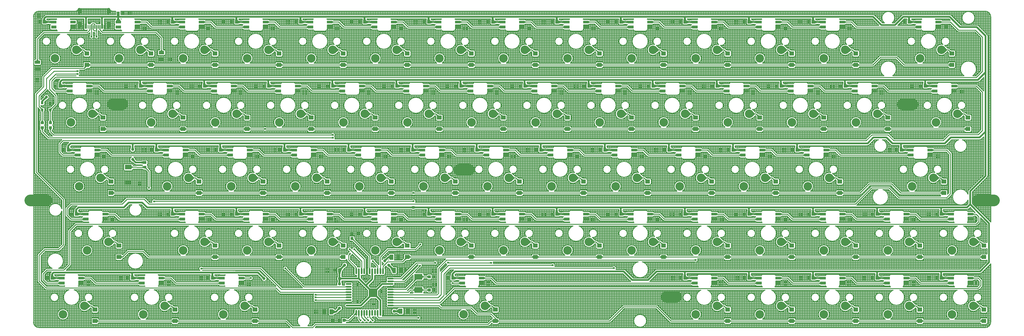
<source format=gbl>
G04 Layer: BottomLayer*
G04 EasyEDA v6.4.5, 2020-09-08T15:15:43+08:00*
G04 f0e53531bd8345db8f7cb9e7e530f99a,98eef565fa774a6b8f51c3c50c7f61d6,10*
G04 Gerber Generator version 0.2*
G04 Scale: 100 percent, Rotated: No, Reflected: No *
G04 Dimensions in millimeters *
G04 leading zeros omitted , absolute positions ,3 integer and 3 decimal *
%FSLAX33Y33*%
%MOMM*%
G90*
G71D02*

%ADD10C,0.254000*%
%ADD11C,0.508000*%
%ADD12C,0.913994*%
%ADD13C,0.610006*%
%ADD14C,2.540000*%
%ADD15C,3.499993*%
%ADD16C,0.999998*%
%ADD17C,0.499999*%

%LPD*%
G54D10*
G01X26401Y92218D02*
G01X26388Y92242D01*
G01X26388Y92242D02*
G01X26419Y92242D01*
G01X4764Y91950D02*
G01X4270Y92077D01*
G01X4270Y92077D02*
G01X4256Y92131D01*
G01X4256Y92131D02*
G01X4367Y92242D01*
G01X4367Y92242D02*
G01X7263Y92242D01*
G01X7185Y92106D02*
G01X5644Y92106D01*
G01X5556Y92098D02*
G01X4832Y91950D01*
G01X4832Y91950D02*
G01X4764Y91950D01*
G01X4692Y91968D02*
G01X4924Y91968D01*
G01X7055Y92106D02*
G01X7055Y92242D01*
G01X6547Y92106D02*
G01X6547Y92242D01*
G01X6039Y92106D02*
G01X6039Y92242D01*
G01X5531Y92093D02*
G01X5531Y92242D01*
G01X5023Y91989D02*
G01X5023Y92242D01*
G01X4515Y92014D02*
G01X4515Y92242D01*
G01X262756Y92095D02*
G01X262033Y91949D01*
G01X262033Y91949D02*
G01X261934Y91949D01*
G01X261934Y91949D02*
G01X261455Y92073D01*
G01X261455Y92073D02*
G01X261423Y92242D01*
G01X261423Y92242D02*
G01X264465Y92242D01*
G01X264385Y92103D02*
G01X262840Y92103D01*
G01X261858Y91968D02*
G01X262131Y91968D01*
G01X264103Y92103D02*
G01X264103Y92242D01*
G01X263595Y92103D02*
G01X263595Y92242D01*
G01X263087Y92103D02*
G01X263087Y92242D01*
G01X262579Y92059D02*
G01X262579Y92242D01*
G01X262071Y91956D02*
G01X262071Y92242D01*
G01X261563Y92045D02*
G01X261563Y92242D01*
G01X234270Y92095D02*
G01X233546Y91949D01*
G01X233546Y91949D02*
G01X233364Y91949D01*
G01X233364Y91949D02*
G01X232885Y92073D01*
G01X232885Y92073D02*
G01X232853Y92242D01*
G01X232853Y92242D02*
G01X235978Y92242D01*
G01X235898Y92103D02*
G01X234356Y92103D01*
G01X233288Y91968D02*
G01X233644Y91968D01*
G01X235655Y92103D02*
G01X235655Y92242D01*
G01X235147Y92103D02*
G01X235147Y92242D01*
G01X234639Y92103D02*
G01X234639Y92242D01*
G01X234131Y92067D02*
G01X234131Y92242D01*
G01X233623Y91964D02*
G01X233623Y92242D01*
G01X233115Y92013D02*
G01X233115Y92242D01*
G01X215220Y92095D02*
G01X214496Y91949D01*
G01X214496Y91949D02*
G01X214314Y91949D01*
G01X214314Y91949D02*
G01X213835Y92073D01*
G01X213835Y92073D02*
G01X213803Y92242D01*
G01X213803Y92242D02*
G01X216928Y92242D01*
G01X216848Y92103D02*
G01X215304Y92103D01*
G01X214238Y91968D02*
G01X214594Y91968D01*
G01X216859Y92127D02*
G01X216859Y92242D01*
G01X216351Y92103D02*
G01X216351Y92242D01*
G01X215843Y92103D02*
G01X215843Y92242D01*
G01X215335Y92103D02*
G01X215335Y92242D01*
G01X214827Y92016D02*
G01X214827Y92242D01*
G01X214319Y91949D02*
G01X214319Y92242D01*
G01X213811Y92204D02*
G01X213811Y92242D01*
G01X196170Y92095D02*
G01X195446Y91949D01*
G01X195446Y91949D02*
G01X195264Y91949D01*
G01X195264Y91949D02*
G01X194785Y92073D01*
G01X194785Y92073D02*
G01X194753Y92242D01*
G01X194753Y92242D02*
G01X197878Y92242D01*
G01X197798Y92103D02*
G01X196255Y92103D01*
G01X195188Y91968D02*
G01X195544Y91968D01*
G01X197555Y92103D02*
G01X197555Y92242D01*
G01X197047Y92103D02*
G01X197047Y92242D01*
G01X196539Y92103D02*
G01X196539Y92242D01*
G01X196031Y92067D02*
G01X196031Y92242D01*
G01X195523Y91964D02*
G01X195523Y92242D01*
G01X195015Y92013D02*
G01X195015Y92242D01*
G01X158060Y92095D02*
G01X157336Y91949D01*
G01X157336Y91949D02*
G01X157154Y91949D01*
G01X157154Y91949D02*
G01X156675Y92073D01*
G01X156675Y92073D02*
G01X156643Y92242D01*
G01X156643Y92242D02*
G01X159768Y92242D01*
G01X159688Y92103D02*
G01X158147Y92103D01*
G01X157078Y91968D02*
G01X157434Y91968D01*
G01X159455Y92103D02*
G01X159455Y92242D01*
G01X158947Y92103D02*
G01X158947Y92242D01*
G01X158439Y92103D02*
G01X158439Y92242D01*
G01X157931Y92069D02*
G01X157931Y92242D01*
G01X157423Y91966D02*
G01X157423Y92242D01*
G01X156915Y92011D02*
G01X156915Y92242D01*
G01X139020Y92095D02*
G01X138296Y91949D01*
G01X138296Y91949D02*
G01X138114Y91949D01*
G01X138114Y91949D02*
G01X137636Y92073D01*
G01X137636Y92073D02*
G01X137603Y92242D01*
G01X137603Y92242D02*
G01X140729Y92242D01*
G01X140649Y92103D02*
G01X139097Y92103D01*
G01X138038Y91968D02*
G01X138394Y91968D01*
G01X140659Y92127D02*
G01X140659Y92242D01*
G01X140151Y92103D02*
G01X140151Y92242D01*
G01X139643Y92103D02*
G01X139643Y92242D01*
G01X139135Y92103D02*
G01X139135Y92242D01*
G01X138627Y92016D02*
G01X138627Y92242D01*
G01X138119Y91949D02*
G01X138119Y92242D01*
G01X137611Y92204D02*
G01X137611Y92242D01*
G01X119970Y92095D02*
G01X119246Y91949D01*
G01X119246Y91949D02*
G01X119064Y91949D01*
G01X119064Y91949D02*
G01X118586Y92073D01*
G01X118586Y92073D02*
G01X118553Y92242D01*
G01X118553Y92242D02*
G01X121679Y92242D01*
G01X121599Y92103D02*
G01X120047Y92103D01*
G01X118988Y91968D02*
G01X119344Y91968D01*
G01X121355Y92103D02*
G01X121355Y92242D01*
G01X120847Y92103D02*
G01X120847Y92242D01*
G01X120339Y92103D02*
G01X120339Y92242D01*
G01X119831Y92067D02*
G01X119831Y92242D01*
G01X119323Y91964D02*
G01X119323Y92242D01*
G01X118815Y92013D02*
G01X118815Y92242D01*
G01X177110Y92095D02*
G01X176386Y91949D01*
G01X176386Y91949D02*
G01X176204Y91949D01*
G01X176204Y91949D02*
G01X175725Y92073D01*
G01X175725Y92073D02*
G01X175693Y92242D01*
G01X175693Y92242D02*
G01X178818Y92242D01*
G01X178738Y92103D02*
G01X177194Y92103D01*
G01X176128Y91968D02*
G01X176484Y91968D01*
G01X178759Y92148D02*
G01X178759Y92242D01*
G01X178251Y92103D02*
G01X178251Y92242D01*
G01X177743Y92103D02*
G01X177743Y92242D01*
G01X177235Y92103D02*
G01X177235Y92242D01*
G01X176727Y92018D02*
G01X176727Y92242D01*
G01X176219Y91949D02*
G01X176219Y92242D01*
G01X175711Y92151D02*
G01X175711Y92242D01*
G01X43770Y92095D02*
G01X43046Y91949D01*
G01X43046Y91949D02*
G01X42865Y91949D01*
G01X42865Y91949D02*
G01X42386Y92073D01*
G01X42386Y92073D02*
G01X42353Y92242D01*
G01X42353Y92242D02*
G01X45479Y92242D01*
G01X45399Y92103D02*
G01X43856Y92103D01*
G01X42788Y91968D02*
G01X43144Y91968D01*
G01X45155Y92103D02*
G01X45155Y92242D01*
G01X44647Y92103D02*
G01X44647Y92242D01*
G01X44139Y92103D02*
G01X44139Y92242D01*
G01X43631Y92067D02*
G01X43631Y92242D01*
G01X43123Y91964D02*
G01X43123Y92242D01*
G01X42615Y92013D02*
G01X42615Y92242D01*
G01X100910Y92095D02*
G01X100186Y91949D01*
G01X100186Y91949D02*
G01X100004Y91949D01*
G01X100004Y91949D02*
G01X99526Y92073D01*
G01X99526Y92073D02*
G01X99493Y92242D01*
G01X99493Y92242D02*
G01X102619Y92242D01*
G01X102539Y92103D02*
G01X100987Y92103D01*
G01X99928Y91968D02*
G01X100284Y91968D01*
G01X102559Y92148D02*
G01X102559Y92242D01*
G01X102051Y92103D02*
G01X102051Y92242D01*
G01X101543Y92103D02*
G01X101543Y92242D01*
G01X101035Y92103D02*
G01X101035Y92242D01*
G01X100527Y92018D02*
G01X100527Y92242D01*
G01X100019Y91949D02*
G01X100019Y92242D01*
G01X99511Y92151D02*
G01X99511Y92242D01*
G01X62810Y92095D02*
G01X62086Y91949D01*
G01X62086Y91949D02*
G01X61905Y91949D01*
G01X61905Y91949D02*
G01X61426Y92073D01*
G01X61426Y92073D02*
G01X61393Y92242D01*
G01X61393Y92242D02*
G01X64519Y92242D01*
G01X64439Y92103D02*
G01X62897Y92103D01*
G01X61828Y91968D02*
G01X62184Y91968D01*
G01X64459Y92148D02*
G01X64459Y92242D01*
G01X63951Y92103D02*
G01X63951Y92242D01*
G01X63443Y92103D02*
G01X63443Y92242D01*
G01X62935Y92103D02*
G01X62935Y92242D01*
G01X62427Y92018D02*
G01X62427Y92242D01*
G01X61919Y91949D02*
G01X61919Y92242D01*
G01X61411Y92152D02*
G01X61411Y92242D01*
G01X81856Y92095D02*
G01X81136Y91949D01*
G01X81136Y91949D02*
G01X80954Y91949D01*
G01X80954Y91949D02*
G01X80476Y92073D01*
G01X80476Y92073D02*
G01X80443Y92242D01*
G01X80443Y92242D02*
G01X83569Y92242D01*
G01X83489Y92103D02*
G01X81937Y92103D01*
G01X80878Y91968D02*
G01X81234Y91968D01*
G01X83255Y92103D02*
G01X83255Y92242D01*
G01X82747Y92103D02*
G01X82747Y92242D01*
G01X82239Y92103D02*
G01X82239Y92242D01*
G01X81731Y92069D02*
G01X81731Y92242D01*
G01X81223Y91966D02*
G01X81223Y92242D01*
G01X80715Y92011D02*
G01X80715Y92242D01*
G01X272550Y92242D02*
G01X272971Y91820D01*
G01X272971Y91820D02*
G01X270605Y91820D01*
G01X270605Y91820D02*
G01X270481Y91882D01*
G01X270133Y92103D02*
G01X268581Y92103D01*
G01X268501Y92242D02*
G01X272550Y92242D01*
G01X270425Y91968D02*
G01X272823Y91968D01*
G01X272739Y91820D02*
G01X272739Y92053D01*
G01X272231Y91820D02*
G01X272231Y92242D01*
G01X271723Y91820D02*
G01X271723Y92242D01*
G01X271215Y91820D02*
G01X271215Y92242D01*
G01X270707Y91820D02*
G01X270707Y92242D01*
G01X270199Y92097D02*
G01X270199Y92242D01*
G01X269691Y92103D02*
G01X269691Y92242D01*
G01X269183Y92103D02*
G01X269183Y92242D01*
G01X268675Y92103D02*
G01X268675Y92242D01*
G01X19783Y90819D02*
G01X19483Y90819D01*
G01X19283Y90819D02*
G01X19088Y90819D01*
G01X18996Y90944D02*
G01X18716Y91223D01*
G01X18354Y91373D02*
G01X17912Y91373D01*
G01X17551Y91223D02*
G01X17271Y90944D01*
G01X17179Y90819D02*
G01X16983Y90819D01*
G01X16783Y90819D02*
G01X16646Y90819D01*
G01X16646Y90819D02*
G01X16623Y91208D01*
G01X16623Y91208D02*
G01X16623Y92242D01*
G01X16623Y92242D02*
G01X20144Y92242D01*
G01X20144Y92242D02*
G01X20144Y91208D01*
G01X20144Y91208D02*
G01X20121Y90819D01*
G01X20121Y90819D02*
G01X19983Y90819D01*
G01X16638Y90952D02*
G01X17280Y90952D01*
G01X18987Y90952D02*
G01X20129Y90952D01*
G01X16623Y91460D02*
G01X20144Y91460D01*
G01X16623Y91968D02*
G01X20144Y91968D01*
G01X19755Y90819D02*
G01X19755Y92242D01*
G01X19247Y90819D02*
G01X19247Y92242D01*
G01X18739Y91201D02*
G01X18739Y92242D01*
G01X18231Y91373D02*
G01X18231Y92242D01*
G01X17723Y91337D02*
G01X17723Y92242D01*
G01X17215Y90877D02*
G01X17215Y92242D01*
G01X16707Y90819D02*
G01X16707Y92242D01*
G01X176838Y90381D02*
G01X176715Y90319D01*
G01X176715Y90319D02*
G01X169085Y90319D01*
G01X169085Y90319D02*
G01X167736Y91670D01*
G01X167374Y91820D02*
G01X165908Y91820D01*
G01X165908Y91820D02*
G01X165784Y91882D01*
G01X165436Y92103D02*
G01X163885Y92103D01*
G01X163804Y92242D02*
G01X174294Y92242D01*
G01X174294Y92242D02*
G01X174216Y91840D01*
G01X174208Y91761D02*
G01X174208Y90861D01*
G01X174593Y90476D02*
G01X175393Y90476D01*
G01X175489Y90489D02*
G01X176203Y90671D01*
G01X176203Y90671D02*
G01X176385Y90671D01*
G01X176385Y90671D02*
G01X176986Y90547D01*
G01X168959Y90444D02*
G01X176875Y90444D01*
G01X168452Y90952D02*
G01X174208Y90952D01*
G01X167945Y91460D02*
G01X174208Y91460D01*
G01X165729Y91968D02*
G01X174241Y91968D01*
G01X176727Y90325D02*
G01X176727Y90600D01*
G01X176219Y90319D02*
G01X176219Y90671D01*
G01X175711Y90319D02*
G01X175711Y90545D01*
G01X175203Y90319D02*
G01X175203Y90476D01*
G01X174695Y90319D02*
G01X174695Y90476D01*
G01X174187Y90319D02*
G01X174187Y92242D01*
G01X173679Y90319D02*
G01X173679Y92242D01*
G01X173171Y90319D02*
G01X173171Y92242D01*
G01X172663Y90319D02*
G01X172663Y92242D01*
G01X172155Y90319D02*
G01X172155Y92242D01*
G01X171647Y90319D02*
G01X171647Y92242D01*
G01X171139Y90319D02*
G01X171139Y92242D01*
G01X170631Y90319D02*
G01X170631Y92242D01*
G01X170123Y90319D02*
G01X170123Y92242D01*
G01X169615Y90319D02*
G01X169615Y92242D01*
G01X169107Y90319D02*
G01X169107Y92242D01*
G01X168599Y90806D02*
G01X168599Y92242D01*
G01X168091Y91315D02*
G01X168091Y92242D01*
G01X167583Y91776D02*
G01X167583Y92242D01*
G01X167075Y91820D02*
G01X167075Y92242D01*
G01X166567Y91820D02*
G01X166567Y92242D01*
G01X166059Y91820D02*
G01X166059Y92242D01*
G01X165551Y92086D02*
G01X165551Y92242D01*
G01X165043Y92103D02*
G01X165043Y92242D01*
G01X164535Y92103D02*
G01X164535Y92242D01*
G01X164027Y92103D02*
G01X164027Y92242D01*
G01X43498Y90381D02*
G01X43375Y90319D01*
G01X43375Y90319D02*
G01X35706Y90319D01*
G01X35706Y90319D02*
G01X34355Y91670D01*
G01X33993Y91820D02*
G01X32559Y91820D01*
G01X32559Y91820D02*
G01X32435Y91882D01*
G01X32087Y92103D02*
G01X30535Y92103D01*
G01X30455Y92242D02*
G01X40954Y92242D01*
G01X40954Y92242D02*
G01X40876Y91834D01*
G01X40869Y91755D02*
G01X40869Y90861D01*
G01X41253Y90476D02*
G01X42053Y90476D01*
G01X42149Y90488D02*
G01X42864Y90671D01*
G01X42864Y90671D02*
G01X43045Y90671D01*
G01X43045Y90671D02*
G01X43646Y90547D01*
G01X35581Y90444D02*
G01X43536Y90444D01*
G01X35073Y90952D02*
G01X40869Y90952D01*
G01X34565Y91460D02*
G01X40869Y91460D01*
G01X32379Y91968D02*
G01X40901Y91968D01*
G01X43631Y90536D02*
G01X43631Y90550D01*
G01X43123Y90319D02*
G01X43123Y90655D01*
G01X42615Y90319D02*
G01X42615Y90607D01*
G01X42107Y90319D02*
G01X42107Y90480D01*
G01X41599Y90319D02*
G01X41599Y90476D01*
G01X41091Y90319D02*
G01X41091Y90513D01*
G01X40583Y90319D02*
G01X40583Y92242D01*
G01X40075Y90319D02*
G01X40075Y92242D01*
G01X39567Y90319D02*
G01X39567Y92242D01*
G01X39059Y90319D02*
G01X39059Y92242D01*
G01X38551Y90319D02*
G01X38551Y92242D01*
G01X38043Y90319D02*
G01X38043Y92242D01*
G01X37535Y90319D02*
G01X37535Y92242D01*
G01X37027Y90319D02*
G01X37027Y92242D01*
G01X36519Y90319D02*
G01X36519Y92242D01*
G01X36011Y90319D02*
G01X36011Y92242D01*
G01X35503Y90523D02*
G01X35503Y92242D01*
G01X34995Y91031D02*
G01X34995Y92242D01*
G01X34487Y91539D02*
G01X34487Y92242D01*
G01X33979Y91820D02*
G01X33979Y92242D01*
G01X33471Y91820D02*
G01X33471Y92242D01*
G01X32963Y91820D02*
G01X32963Y92242D01*
G01X32455Y91872D02*
G01X32455Y92242D01*
G01X31947Y92103D02*
G01X31947Y92242D01*
G01X31439Y92103D02*
G01X31439Y92242D01*
G01X30931Y92103D02*
G01X30931Y92242D01*
G01X157788Y90381D02*
G01X157665Y90319D01*
G01X157665Y90319D02*
G01X150035Y90319D01*
G01X150035Y90319D02*
G01X148686Y91670D01*
G01X148324Y91820D02*
G01X146868Y91820D01*
G01X146868Y91820D02*
G01X146745Y91882D01*
G01X146396Y92103D02*
G01X144845Y92103D01*
G01X144765Y92242D02*
G01X155244Y92242D01*
G01X155244Y92242D02*
G01X155166Y91839D01*
G01X155158Y91761D02*
G01X155158Y90861D01*
G01X155543Y90476D02*
G01X156343Y90476D01*
G01X156443Y90490D02*
G01X157153Y90671D01*
G01X157153Y90671D02*
G01X157335Y90671D01*
G01X157335Y90671D02*
G01X157936Y90547D01*
G01X149909Y90444D02*
G01X157825Y90444D01*
G01X149402Y90952D02*
G01X155158Y90952D01*
G01X148895Y91460D02*
G01X155158Y91460D01*
G01X146689Y91968D02*
G01X155191Y91968D01*
G01X157931Y90543D02*
G01X157931Y90548D01*
G01X157423Y90319D02*
G01X157423Y90653D01*
G01X156915Y90319D02*
G01X156915Y90610D01*
G01X156407Y90319D02*
G01X156407Y90482D01*
G01X155899Y90319D02*
G01X155899Y90476D01*
G01X155391Y90319D02*
G01X155391Y90508D01*
G01X154883Y90319D02*
G01X154883Y92242D01*
G01X154375Y90319D02*
G01X154375Y92242D01*
G01X153867Y90319D02*
G01X153867Y92242D01*
G01X153359Y90319D02*
G01X153359Y92242D01*
G01X152851Y90319D02*
G01X152851Y92242D01*
G01X152343Y90319D02*
G01X152343Y92242D01*
G01X151835Y90319D02*
G01X151835Y92242D01*
G01X151327Y90319D02*
G01X151327Y92242D01*
G01X150819Y90319D02*
G01X150819Y92242D01*
G01X150311Y90319D02*
G01X150311Y92242D01*
G01X149803Y90551D02*
G01X149803Y92242D01*
G01X149295Y91060D02*
G01X149295Y92242D01*
G01X148787Y91569D02*
G01X148787Y92242D01*
G01X148279Y91820D02*
G01X148279Y92242D01*
G01X147771Y91820D02*
G01X147771Y92242D01*
G01X147263Y91820D02*
G01X147263Y92242D01*
G01X146755Y91877D02*
G01X146755Y92242D01*
G01X146247Y92103D02*
G01X146247Y92242D01*
G01X145739Y92103D02*
G01X145739Y92242D01*
G01X145231Y92103D02*
G01X145231Y92242D01*
G01X62538Y90381D02*
G01X62415Y90319D01*
G01X62415Y90319D02*
G01X54777Y90319D01*
G01X54777Y90319D02*
G01X53425Y91670D01*
G01X53064Y91820D02*
G01X51619Y91820D01*
G01X51619Y91820D02*
G01X51495Y91882D01*
G01X51147Y92103D02*
G01X49595Y92103D01*
G01X49515Y92242D02*
G01X59994Y92242D01*
G01X59994Y92242D02*
G01X59915Y91834D01*
G01X59909Y91756D02*
G01X59909Y90861D01*
G01X60293Y90477D02*
G01X61089Y90477D01*
G01X61189Y90488D02*
G01X61904Y90671D01*
G01X61904Y90671D02*
G01X62085Y90671D01*
G01X62085Y90671D02*
G01X62686Y90547D01*
G01X54651Y90444D02*
G01X62575Y90444D01*
G01X54143Y90952D02*
G01X59909Y90952D01*
G01X53635Y91460D02*
G01X59909Y91460D01*
G01X51439Y91968D02*
G01X59941Y91968D01*
G01X62427Y90325D02*
G01X62427Y90600D01*
G01X61919Y90319D02*
G01X61919Y90671D01*
G01X61411Y90319D02*
G01X61411Y90545D01*
G01X60903Y90319D02*
G01X60903Y90477D01*
G01X60395Y90319D02*
G01X60395Y90477D01*
G01X59887Y90319D02*
G01X59887Y92242D01*
G01X59379Y90319D02*
G01X59379Y92242D01*
G01X58871Y90319D02*
G01X58871Y92242D01*
G01X58363Y90319D02*
G01X58363Y92242D01*
G01X57855Y90319D02*
G01X57855Y92242D01*
G01X57347Y90319D02*
G01X57347Y92242D01*
G01X56839Y90319D02*
G01X56839Y92242D01*
G01X56331Y90319D02*
G01X56331Y92242D01*
G01X55823Y90319D02*
G01X55823Y92242D01*
G01X55315Y90319D02*
G01X55315Y92242D01*
G01X54807Y90319D02*
G01X54807Y92242D01*
G01X54299Y90797D02*
G01X54299Y92242D01*
G01X53791Y91305D02*
G01X53791Y92242D01*
G01X53283Y91771D02*
G01X53283Y92242D01*
G01X52775Y91820D02*
G01X52775Y92242D01*
G01X52267Y91820D02*
G01X52267Y92242D01*
G01X51759Y91820D02*
G01X51759Y92242D01*
G01X51251Y92089D02*
G01X51251Y92242D01*
G01X50743Y92103D02*
G01X50743Y92242D01*
G01X50235Y92103D02*
G01X50235Y92242D01*
G01X49727Y92103D02*
G01X49727Y92242D01*
G01X138748Y90380D02*
G01X138625Y90319D01*
G01X138625Y90319D02*
G01X130985Y90319D01*
G01X130985Y90319D02*
G01X129636Y91670D01*
G01X129274Y91820D02*
G01X127818Y91820D01*
G01X127818Y91820D02*
G01X127695Y91882D01*
G01X127347Y92103D02*
G01X125795Y92103D01*
G01X125715Y92242D02*
G01X136204Y92242D01*
G01X136204Y92242D02*
G01X136126Y91839D01*
G01X136118Y91761D02*
G01X136118Y90861D01*
G01X136503Y90476D02*
G01X137303Y90476D01*
G01X137400Y90489D02*
G01X138114Y90671D01*
G01X138114Y90671D02*
G01X138295Y90671D01*
G01X138295Y90671D02*
G01X138896Y90547D01*
G01X130859Y90444D02*
G01X138785Y90444D01*
G01X130352Y90952D02*
G01X136118Y90952D01*
G01X129845Y91460D02*
G01X136118Y91460D01*
G01X127639Y91968D02*
G01X136151Y91968D01*
G01X138627Y90320D02*
G01X138627Y90602D01*
G01X138119Y90319D02*
G01X138119Y90671D01*
G01X137611Y90319D02*
G01X137611Y90543D01*
G01X137103Y90319D02*
G01X137103Y90476D01*
G01X136595Y90319D02*
G01X136595Y90476D01*
G01X136087Y90319D02*
G01X136087Y92242D01*
G01X135579Y90319D02*
G01X135579Y92242D01*
G01X135071Y90319D02*
G01X135071Y92242D01*
G01X134563Y90319D02*
G01X134563Y92242D01*
G01X134055Y90319D02*
G01X134055Y92242D01*
G01X133547Y90319D02*
G01X133547Y92242D01*
G01X133039Y90319D02*
G01X133039Y92242D01*
G01X132531Y90319D02*
G01X132531Y92242D01*
G01X132023Y90319D02*
G01X132023Y92242D01*
G01X131515Y90319D02*
G01X131515Y92242D01*
G01X131007Y90319D02*
G01X131007Y92242D01*
G01X130499Y90806D02*
G01X130499Y92242D01*
G01X129991Y91315D02*
G01X129991Y92242D01*
G01X129483Y91776D02*
G01X129483Y92242D01*
G01X128975Y91820D02*
G01X128975Y92242D01*
G01X128467Y91820D02*
G01X128467Y92242D01*
G01X127959Y91820D02*
G01X127959Y92242D01*
G01X127451Y92089D02*
G01X127451Y92242D01*
G01X126943Y92103D02*
G01X126943Y92242D01*
G01X126435Y92103D02*
G01X126435Y92242D01*
G01X125927Y92103D02*
G01X125927Y92242D01*
G01X257313Y90319D02*
G01X259236Y92242D01*
G01X259236Y92242D02*
G01X260024Y92242D01*
G01X260024Y92242D02*
G01X259946Y91840D01*
G01X259938Y91761D02*
G01X259938Y90861D01*
G01X260323Y90476D02*
G01X261123Y90476D01*
G01X261218Y90488D02*
G01X261933Y90671D01*
G01X261933Y90671D02*
G01X262031Y90671D01*
G01X262031Y90671D02*
G01X262633Y90547D01*
G01X262484Y90381D02*
G01X262361Y90319D01*
G01X262361Y90319D02*
G01X257313Y90319D01*
G01X257438Y90444D02*
G01X262522Y90444D01*
G01X257946Y90952D02*
G01X259938Y90952D01*
G01X258454Y91460D02*
G01X259938Y91460D01*
G01X258962Y91968D02*
G01X259971Y91968D01*
G01X262579Y90507D02*
G01X262579Y90558D01*
G01X262071Y90319D02*
G01X262071Y90663D01*
G01X261563Y90319D02*
G01X261563Y90576D01*
G01X261055Y90319D02*
G01X261055Y90476D01*
G01X260547Y90319D02*
G01X260547Y90476D01*
G01X260039Y90319D02*
G01X260039Y90602D01*
G01X259531Y90319D02*
G01X259531Y92242D01*
G01X259023Y90319D02*
G01X259023Y92029D01*
G01X258515Y90319D02*
G01X258515Y91521D01*
G01X258007Y90319D02*
G01X258007Y91013D01*
G01X257499Y90319D02*
G01X257499Y90505D01*
G01X81588Y90380D02*
G01X81465Y90319D01*
G01X81465Y90319D02*
G01X73824Y90319D01*
G01X73824Y90319D02*
G01X72476Y91670D01*
G01X72114Y91820D02*
G01X70658Y91820D01*
G01X70658Y91820D02*
G01X70535Y91882D01*
G01X70187Y92103D02*
G01X68635Y92103D01*
G01X68555Y92242D02*
G01X79044Y92242D01*
G01X79044Y92242D02*
G01X78965Y91834D01*
G01X78959Y91759D02*
G01X78959Y90861D01*
G01X79343Y90476D02*
G01X80143Y90476D01*
G01X80242Y90489D02*
G01X80954Y90671D01*
G01X80954Y90671D02*
G01X81135Y90671D01*
G01X81135Y90671D02*
G01X81736Y90547D01*
G01X73699Y90444D02*
G01X81625Y90444D01*
G01X73192Y90952D02*
G01X78959Y90952D01*
G01X72685Y91460D02*
G01X78959Y91460D01*
G01X70479Y91968D02*
G01X78991Y91968D01*
G01X81731Y90543D02*
G01X81731Y90548D01*
G01X81223Y90319D02*
G01X81223Y90653D01*
G01X80715Y90319D02*
G01X80715Y90610D01*
G01X80207Y90319D02*
G01X80207Y90482D01*
G01X79699Y90319D02*
G01X79699Y90476D01*
G01X79191Y90319D02*
G01X79191Y90508D01*
G01X78683Y90319D02*
G01X78683Y92242D01*
G01X78175Y90319D02*
G01X78175Y92242D01*
G01X77667Y90319D02*
G01X77667Y92242D01*
G01X77159Y90319D02*
G01X77159Y92242D01*
G01X76651Y90319D02*
G01X76651Y92242D01*
G01X76143Y90319D02*
G01X76143Y92242D01*
G01X75635Y90319D02*
G01X75635Y92242D01*
G01X75127Y90319D02*
G01X75127Y92242D01*
G01X74619Y90319D02*
G01X74619Y92242D01*
G01X74111Y90319D02*
G01X74111Y92242D01*
G01X73603Y90541D02*
G01X73603Y92242D01*
G01X73095Y91050D02*
G01X73095Y92242D01*
G01X72587Y91559D02*
G01X72587Y92242D01*
G01X72079Y91820D02*
G01X72079Y92242D01*
G01X71571Y91820D02*
G01X71571Y92242D01*
G01X71063Y91820D02*
G01X71063Y92242D01*
G01X70555Y91872D02*
G01X70555Y92242D01*
G01X70047Y92103D02*
G01X70047Y92242D01*
G01X69539Y92103D02*
G01X69539Y92242D01*
G01X69031Y92103D02*
G01X69031Y92242D01*
G01X214948Y90381D02*
G01X214825Y90319D01*
G01X214825Y90319D02*
G01X207185Y90319D01*
G01X207185Y90319D02*
G01X205836Y91670D01*
G01X205474Y91820D02*
G01X204018Y91820D01*
G01X204018Y91820D02*
G01X203895Y91882D01*
G01X203546Y92103D02*
G01X201995Y92103D01*
G01X201915Y92242D02*
G01X212404Y92242D01*
G01X212404Y92242D02*
G01X212327Y91842D01*
G01X212318Y91761D02*
G01X212318Y90861D01*
G01X212703Y90476D02*
G01X213503Y90476D01*
G01X213602Y90489D02*
G01X214313Y90671D01*
G01X214313Y90671D02*
G01X214495Y90671D01*
G01X214495Y90671D02*
G01X215096Y90547D01*
G01X207059Y90444D02*
G01X214985Y90444D01*
G01X206552Y90952D02*
G01X212318Y90952D01*
G01X206045Y91460D02*
G01X212318Y91460D01*
G01X203839Y91968D02*
G01X212351Y91968D01*
G01X214827Y90320D02*
G01X214827Y90602D01*
G01X214319Y90319D02*
G01X214319Y90671D01*
G01X213811Y90319D02*
G01X213811Y90543D01*
G01X213303Y90319D02*
G01X213303Y90476D01*
G01X212795Y90319D02*
G01X212795Y90476D01*
G01X212287Y90319D02*
G01X212287Y92242D01*
G01X211779Y90319D02*
G01X211779Y92242D01*
G01X211271Y90319D02*
G01X211271Y92242D01*
G01X210763Y90319D02*
G01X210763Y92242D01*
G01X210255Y90319D02*
G01X210255Y92242D01*
G01X209747Y90319D02*
G01X209747Y92242D01*
G01X209239Y90319D02*
G01X209239Y92242D01*
G01X208731Y90319D02*
G01X208731Y92242D01*
G01X208223Y90319D02*
G01X208223Y92242D01*
G01X207715Y90319D02*
G01X207715Y92242D01*
G01X207207Y90319D02*
G01X207207Y92242D01*
G01X206699Y90806D02*
G01X206699Y92242D01*
G01X206191Y91315D02*
G01X206191Y92242D01*
G01X205683Y91776D02*
G01X205683Y92242D01*
G01X205175Y91820D02*
G01X205175Y92242D01*
G01X204667Y91820D02*
G01X204667Y92242D01*
G01X204159Y91820D02*
G01X204159Y92242D01*
G01X203651Y92089D02*
G01X203651Y92242D01*
G01X203143Y92103D02*
G01X203143Y92242D01*
G01X202635Y92103D02*
G01X202635Y92242D01*
G01X202127Y92103D02*
G01X202127Y92242D01*
G01X195898Y90381D02*
G01X195775Y90319D01*
G01X195775Y90319D02*
G01X188106Y90319D01*
G01X188106Y90319D02*
G01X186755Y91670D01*
G01X186393Y91820D02*
G01X184958Y91820D01*
G01X184958Y91820D02*
G01X184835Y91882D01*
G01X184486Y92103D02*
G01X182935Y92103D01*
G01X182855Y92242D02*
G01X193354Y92242D01*
G01X193354Y92242D02*
G01X193276Y91839D01*
G01X193268Y91761D02*
G01X193268Y90861D01*
G01X193653Y90476D02*
G01X194453Y90476D01*
G01X194553Y90490D02*
G01X195263Y90671D01*
G01X195263Y90671D02*
G01X195445Y90671D01*
G01X195445Y90671D02*
G01X196046Y90547D01*
G01X187981Y90444D02*
G01X195935Y90444D01*
G01X187473Y90952D02*
G01X193268Y90952D01*
G01X186965Y91460D02*
G01X193268Y91460D01*
G01X184779Y91968D02*
G01X193301Y91968D01*
G01X196031Y90537D02*
G01X196031Y90550D01*
G01X195523Y90319D02*
G01X195523Y90655D01*
G01X195015Y90319D02*
G01X195015Y90608D01*
G01X194507Y90319D02*
G01X194507Y90480D01*
G01X193999Y90319D02*
G01X193999Y90476D01*
G01X193491Y90319D02*
G01X193491Y90512D01*
G01X192983Y90319D02*
G01X192983Y92242D01*
G01X192475Y90319D02*
G01X192475Y92242D01*
G01X191967Y90319D02*
G01X191967Y92242D01*
G01X191459Y90319D02*
G01X191459Y92242D01*
G01X190951Y90319D02*
G01X190951Y92242D01*
G01X190443Y90319D02*
G01X190443Y92242D01*
G01X189935Y90319D02*
G01X189935Y92242D01*
G01X189427Y90319D02*
G01X189427Y92242D01*
G01X188919Y90319D02*
G01X188919Y92242D01*
G01X188411Y90319D02*
G01X188411Y92242D01*
G01X187903Y90523D02*
G01X187903Y92242D01*
G01X187395Y91031D02*
G01X187395Y92242D01*
G01X186887Y91539D02*
G01X186887Y92242D01*
G01X186379Y91820D02*
G01X186379Y92242D01*
G01X185871Y91820D02*
G01X185871Y92242D01*
G01X185363Y91820D02*
G01X185363Y92242D01*
G01X184855Y91872D02*
G01X184855Y92242D01*
G01X184347Y92103D02*
G01X184347Y92242D01*
G01X183839Y92103D02*
G01X183839Y92242D01*
G01X183331Y92103D02*
G01X183331Y92242D01*
G01X111935Y90319D02*
G01X110586Y91670D01*
G01X110224Y91820D02*
G01X108758Y91820D01*
G01X108758Y91820D02*
G01X108635Y91882D01*
G01X108287Y92103D02*
G01X106735Y92103D01*
G01X106655Y92242D02*
G01X117154Y92242D01*
G01X117154Y92242D02*
G01X117075Y91834D01*
G01X117068Y91758D02*
G01X117068Y90861D01*
G01X117453Y90476D02*
G01X118253Y90476D01*
G01X118349Y90488D02*
G01X119064Y90671D01*
G01X119064Y90671D02*
G01X119245Y90671D01*
G01X119245Y90671D02*
G01X119846Y90547D01*
G01X119698Y90381D02*
G01X119575Y90319D01*
G01X119575Y90319D02*
G01X111935Y90319D01*
G01X111809Y90444D02*
G01X119735Y90444D01*
G01X111302Y90952D02*
G01X117068Y90952D01*
G01X110795Y91460D02*
G01X117068Y91460D01*
G01X108579Y91968D02*
G01X117101Y91968D01*
G01X119831Y90537D02*
G01X119831Y90550D01*
G01X119323Y90319D02*
G01X119323Y90655D01*
G01X118815Y90319D02*
G01X118815Y90607D01*
G01X118307Y90319D02*
G01X118307Y90480D01*
G01X117799Y90319D02*
G01X117799Y90476D01*
G01X117291Y90319D02*
G01X117291Y90513D01*
G01X116783Y90319D02*
G01X116783Y92242D01*
G01X116275Y90319D02*
G01X116275Y92242D01*
G01X115767Y90319D02*
G01X115767Y92242D01*
G01X115259Y90319D02*
G01X115259Y92242D01*
G01X114751Y90319D02*
G01X114751Y92242D01*
G01X114243Y90319D02*
G01X114243Y92242D01*
G01X113735Y90319D02*
G01X113735Y92242D01*
G01X113227Y90319D02*
G01X113227Y92242D01*
G01X112719Y90319D02*
G01X112719Y92242D01*
G01X112211Y90319D02*
G01X112211Y92242D01*
G01X111703Y90551D02*
G01X111703Y92242D01*
G01X111195Y91060D02*
G01X111195Y92242D01*
G01X110687Y91569D02*
G01X110687Y92242D01*
G01X110179Y91820D02*
G01X110179Y92242D01*
G01X109671Y91820D02*
G01X109671Y92242D01*
G01X109163Y91820D02*
G01X109163Y92242D01*
G01X108655Y91872D02*
G01X108655Y92242D01*
G01X108147Y92103D02*
G01X108147Y92242D01*
G01X107639Y92103D02*
G01X107639Y92242D01*
G01X107131Y92103D02*
G01X107131Y92242D01*
G01X233998Y90381D02*
G01X233875Y90319D01*
G01X233875Y90319D02*
G01X226235Y90319D01*
G01X226235Y90319D02*
G01X224886Y91670D01*
G01X224524Y91820D02*
G01X223068Y91820D01*
G01X223068Y91820D02*
G01X222945Y91882D01*
G01X222596Y92103D02*
G01X221044Y92103D01*
G01X220964Y92242D02*
G01X231454Y92242D01*
G01X231454Y92242D02*
G01X231375Y91834D01*
G01X231368Y91758D02*
G01X231368Y90861D01*
G01X231753Y90476D02*
G01X232553Y90476D01*
G01X232651Y90489D02*
G01X233363Y90671D01*
G01X233363Y90671D02*
G01X233545Y90671D01*
G01X233545Y90671D02*
G01X234146Y90547D01*
G01X226109Y90444D02*
G01X234035Y90444D01*
G01X225602Y90952D02*
G01X231368Y90952D01*
G01X225095Y91460D02*
G01X231368Y91460D01*
G01X222889Y91968D02*
G01X231401Y91968D01*
G01X234131Y90537D02*
G01X234131Y90550D01*
G01X233623Y90319D02*
G01X233623Y90655D01*
G01X233115Y90319D02*
G01X233115Y90608D01*
G01X232607Y90319D02*
G01X232607Y90480D01*
G01X232099Y90319D02*
G01X232099Y90476D01*
G01X231591Y90319D02*
G01X231591Y90512D01*
G01X231083Y90319D02*
G01X231083Y92242D01*
G01X230575Y90319D02*
G01X230575Y92242D01*
G01X230067Y90319D02*
G01X230067Y92242D01*
G01X229559Y90319D02*
G01X229559Y92242D01*
G01X229051Y90319D02*
G01X229051Y92242D01*
G01X228543Y90319D02*
G01X228543Y92242D01*
G01X228035Y90319D02*
G01X228035Y92242D01*
G01X227527Y90319D02*
G01X227527Y92242D01*
G01X227019Y90319D02*
G01X227019Y92242D01*
G01X226511Y90319D02*
G01X226511Y92242D01*
G01X226003Y90551D02*
G01X226003Y92242D01*
G01X225495Y91060D02*
G01X225495Y92242D01*
G01X224987Y91569D02*
G01X224987Y92242D01*
G01X224479Y91820D02*
G01X224479Y92242D01*
G01X223971Y91820D02*
G01X223971Y92242D01*
G01X223463Y91820D02*
G01X223463Y92242D01*
G01X222955Y91877D02*
G01X222955Y92242D01*
G01X222447Y92103D02*
G01X222447Y92242D01*
G01X221939Y92103D02*
G01X221939Y92242D01*
G01X221431Y92103D02*
G01X221431Y92242D01*
G01X249789Y92242D02*
G01X251711Y90319D01*
G01X251711Y90319D02*
G01X245274Y90319D01*
G01X245274Y90319D02*
G01X243926Y91670D01*
G01X243564Y91820D02*
G01X242118Y91820D01*
G01X242118Y91820D02*
G01X241994Y91882D01*
G01X241646Y92103D02*
G01X240094Y92103D01*
G01X240014Y92242D02*
G01X249789Y92242D01*
G01X245149Y90444D02*
G01X251586Y90444D01*
G01X244642Y90952D02*
G01X251078Y90952D01*
G01X244135Y91460D02*
G01X250570Y91460D01*
G01X241939Y91968D02*
G01X250062Y91968D01*
G01X251403Y90319D02*
G01X251403Y90628D01*
G01X250895Y90319D02*
G01X250895Y91136D01*
G01X250387Y90319D02*
G01X250387Y91644D01*
G01X249879Y90319D02*
G01X249879Y92152D01*
G01X249371Y90319D02*
G01X249371Y92242D01*
G01X248863Y90319D02*
G01X248863Y92242D01*
G01X248355Y90319D02*
G01X248355Y92242D01*
G01X247847Y90319D02*
G01X247847Y92242D01*
G01X247339Y90319D02*
G01X247339Y92242D01*
G01X246831Y90319D02*
G01X246831Y92242D01*
G01X246323Y90319D02*
G01X246323Y92242D01*
G01X245815Y90319D02*
G01X245815Y92242D01*
G01X245307Y90319D02*
G01X245307Y92242D01*
G01X244799Y90796D02*
G01X244799Y92242D01*
G01X244291Y91305D02*
G01X244291Y92242D01*
G01X243783Y91771D02*
G01X243783Y92242D01*
G01X243275Y91820D02*
G01X243275Y92242D01*
G01X242767Y91820D02*
G01X242767Y92242D01*
G01X242259Y91820D02*
G01X242259Y92242D01*
G01X241751Y92089D02*
G01X241751Y92242D01*
G01X241243Y92103D02*
G01X241243Y92242D01*
G01X240735Y92103D02*
G01X240735Y92242D01*
G01X240227Y92103D02*
G01X240227Y92242D01*
G01X100638Y90380D02*
G01X100515Y90319D01*
G01X100515Y90319D02*
G01X92856Y90319D01*
G01X92856Y90319D02*
G01X91505Y91670D01*
G01X91143Y91820D02*
G01X89708Y91820D01*
G01X89708Y91820D02*
G01X89585Y91882D01*
G01X89237Y92103D02*
G01X87685Y92103D01*
G01X87605Y92242D02*
G01X98094Y92242D01*
G01X98094Y92242D02*
G01X98016Y91839D01*
G01X98008Y91761D02*
G01X98008Y90861D01*
G01X98393Y90476D02*
G01X99193Y90476D01*
G01X99293Y90490D02*
G01X100004Y90671D01*
G01X100004Y90671D02*
G01X100185Y90671D01*
G01X100185Y90671D02*
G01X100786Y90547D01*
G01X92731Y90444D02*
G01X100675Y90444D01*
G01X92223Y90952D02*
G01X98008Y90952D01*
G01X91715Y91460D02*
G01X98008Y91460D01*
G01X89529Y91968D02*
G01X98041Y91968D01*
G01X100527Y90325D02*
G01X100527Y90600D01*
G01X100019Y90319D02*
G01X100019Y90671D01*
G01X99511Y90319D02*
G01X99511Y90545D01*
G01X99003Y90319D02*
G01X99003Y90476D01*
G01X98495Y90319D02*
G01X98495Y90476D01*
G01X97987Y90319D02*
G01X97987Y92242D01*
G01X97479Y90319D02*
G01X97479Y92242D01*
G01X96971Y90319D02*
G01X96971Y92242D01*
G01X96463Y90319D02*
G01X96463Y92242D01*
G01X95955Y90319D02*
G01X95955Y92242D01*
G01X95447Y90319D02*
G01X95447Y92242D01*
G01X94939Y90319D02*
G01X94939Y92242D01*
G01X94431Y90319D02*
G01X94431Y92242D01*
G01X93923Y90319D02*
G01X93923Y92242D01*
G01X93415Y90319D02*
G01X93415Y92242D01*
G01X92907Y90319D02*
G01X92907Y92242D01*
G01X92399Y90777D02*
G01X92399Y92242D01*
G01X91891Y91285D02*
G01X91891Y92242D01*
G01X91383Y91761D02*
G01X91383Y92242D01*
G01X90875Y91820D02*
G01X90875Y92242D01*
G01X90367Y91820D02*
G01X90367Y92242D01*
G01X89859Y91820D02*
G01X89859Y92242D01*
G01X89351Y92086D02*
G01X89351Y92242D01*
G01X88843Y92103D02*
G01X88843Y92242D01*
G01X88335Y92103D02*
G01X88335Y92242D01*
G01X87827Y92103D02*
G01X87827Y92242D01*
G01X21096Y88724D02*
G01X20920Y88899D01*
G01X20920Y88899D02*
G01X21083Y88899D01*
G01X21468Y89284D02*
G01X21468Y90429D01*
G01X21468Y90457D02*
G01X21421Y91207D01*
G01X21421Y91207D02*
G01X21421Y92242D01*
G01X21421Y92242D02*
G01X24782Y92242D01*
G01X24782Y92242D02*
G01X24708Y92095D01*
G01X24402Y91718D02*
G01X24402Y90898D01*
G01X24402Y90218D02*
G01X24402Y89398D01*
G01X24787Y89014D02*
G01X26339Y89014D01*
G01X26610Y88724D02*
G01X21096Y88724D01*
G01X21210Y88920D02*
G01X26386Y88920D01*
G01X21468Y89428D02*
G01X24402Y89428D01*
G01X21468Y89936D02*
G01X24402Y89936D01*
G01X21468Y90444D02*
G01X24476Y90444D01*
G01X21437Y90952D02*
G01X24402Y90952D01*
G01X21421Y91460D02*
G01X24402Y91460D01*
G01X21421Y91968D02*
G01X24495Y91968D01*
G01X26359Y88724D02*
G01X26359Y88969D01*
G01X25851Y88724D02*
G01X25851Y89014D01*
G01X25343Y88724D02*
G01X25343Y89014D01*
G01X24835Y88724D02*
G01X24835Y89014D01*
G01X24327Y88724D02*
G01X24327Y92242D01*
G01X23819Y88724D02*
G01X23819Y92242D01*
G01X23311Y88724D02*
G01X23311Y92242D01*
G01X22803Y88724D02*
G01X22803Y92242D01*
G01X22295Y88724D02*
G01X22295Y92242D01*
G01X21787Y88724D02*
G01X21787Y92242D01*
G01X21279Y88724D02*
G01X21279Y88952D01*
G01X16379Y88911D02*
G01X16192Y88724D01*
G01X16192Y88724D02*
G01X11104Y88724D01*
G01X11418Y89211D02*
G01X11418Y90516D01*
G01X11418Y90516D02*
G01X12933Y90516D01*
G01X13318Y90901D02*
G01X13318Y91721D01*
G01X12933Y92106D02*
G01X11382Y92106D01*
G01X11304Y92242D02*
G01X15346Y92242D01*
G01X15346Y92242D02*
G01X15346Y91207D01*
G01X15346Y91207D02*
G01X15300Y90463D01*
G01X15299Y90434D02*
G01X15299Y89284D01*
G01X15683Y88899D02*
G01X16283Y88899D01*
G01X11332Y88920D02*
G01X15557Y88920D01*
G01X11418Y89428D02*
G01X15299Y89428D01*
G01X11418Y89936D02*
G01X15299Y89936D01*
G01X11418Y90444D02*
G01X15299Y90444D01*
G01X13318Y90952D02*
G01X15330Y90952D01*
G01X13318Y91460D02*
G01X15346Y91460D01*
G01X13228Y91968D02*
G01X15346Y91968D01*
G01X16199Y88731D02*
G01X16199Y88899D01*
G01X15691Y88724D02*
G01X15691Y88899D01*
G01X15183Y88724D02*
G01X15183Y92242D01*
G01X14675Y88724D02*
G01X14675Y92242D01*
G01X14167Y88724D02*
G01X14167Y92242D01*
G01X13659Y88724D02*
G01X13659Y92242D01*
G01X13151Y88724D02*
G01X13151Y90584D01*
G01X13151Y92039D02*
G01X13151Y92242D01*
G01X12643Y88724D02*
G01X12643Y90516D01*
G01X12643Y92106D02*
G01X12643Y92242D01*
G01X12135Y88724D02*
G01X12135Y90516D01*
G01X12135Y92106D02*
G01X12135Y92242D01*
G01X11627Y88724D02*
G01X11627Y90516D01*
G01X11627Y92106D02*
G01X11627Y92242D01*
G01X11119Y88724D02*
G01X11119Y88731D01*
G01X13012Y75379D02*
G01X13065Y75353D01*
G01X13065Y75353D02*
G01X7190Y75353D01*
G01X7190Y75353D02*
G01X7215Y75379D01*
G01X7215Y75379D02*
G01X13012Y75379D01*
G01X12643Y75353D02*
G01X12643Y75379D01*
G01X12135Y75353D02*
G01X12135Y75379D01*
G01X11627Y75353D02*
G01X11627Y75379D01*
G01X11119Y75353D02*
G01X11119Y75379D01*
G01X10611Y75353D02*
G01X10611Y75379D01*
G01X10103Y75353D02*
G01X10103Y75379D01*
G01X9595Y75353D02*
G01X9595Y75379D01*
G01X9087Y75353D02*
G01X9087Y75379D01*
G01X8579Y75353D02*
G01X8579Y75379D01*
G01X8071Y75353D02*
G01X8071Y75379D01*
G01X7563Y75353D02*
G01X7563Y75379D01*
G01X243519Y71336D02*
G01X243395Y71274D01*
G01X243395Y71274D02*
G01X235775Y71274D01*
G01X235775Y71274D02*
G01X234426Y72623D01*
G01X234064Y72773D02*
G01X232588Y72773D01*
G01X232588Y72773D02*
G01X232465Y72834D01*
G01X232116Y73056D02*
G01X230564Y73056D01*
G01X230066Y73396D02*
G01X226866Y73396D01*
G01X226368Y73056D02*
G01X224819Y73056D01*
G01X224744Y73049D02*
G01X224019Y72911D01*
G01X224019Y72911D02*
G01X223837Y72912D01*
G01X223837Y72912D02*
G01X223356Y73041D01*
G01X223356Y73041D02*
G01X223273Y73474D01*
G01X223273Y73474D02*
G01X241024Y73474D01*
G01X241024Y73474D02*
G01X240896Y72806D01*
G01X240888Y72731D02*
G01X240888Y71831D01*
G01X241273Y71447D02*
G01X242070Y71447D01*
G01X242166Y71458D02*
G01X242881Y71634D01*
G01X242881Y71634D02*
G01X243062Y71633D01*
G01X243062Y71633D02*
G01X243668Y71501D01*
G01X235400Y71648D02*
G01X240934Y71648D01*
G01X234892Y72156D02*
G01X240888Y72156D01*
G01X234379Y72664D02*
G01X240888Y72664D01*
G01X223331Y73172D02*
G01X226431Y73172D01*
G01X230501Y73172D02*
G01X240966Y73172D01*
G01X243275Y71274D02*
G01X243275Y71587D01*
G01X242767Y71274D02*
G01X242767Y71606D01*
G01X242259Y71274D02*
G01X242259Y71481D01*
G01X241751Y71274D02*
G01X241751Y71447D01*
G01X241243Y71274D02*
G01X241243Y71448D01*
G01X240735Y71274D02*
G01X240735Y73474D01*
G01X240227Y71274D02*
G01X240227Y73474D01*
G01X239719Y71274D02*
G01X239719Y73474D01*
G01X239211Y71274D02*
G01X239211Y73474D01*
G01X238703Y71274D02*
G01X238703Y73474D01*
G01X238195Y71274D02*
G01X238195Y73474D01*
G01X237687Y71274D02*
G01X237687Y73474D01*
G01X237179Y71274D02*
G01X237179Y73474D01*
G01X236671Y71274D02*
G01X236671Y73474D01*
G01X236163Y71274D02*
G01X236163Y73474D01*
G01X235655Y71394D02*
G01X235655Y73474D01*
G01X235147Y71902D02*
G01X235147Y73474D01*
G01X234639Y72410D02*
G01X234639Y73474D01*
G01X234131Y72768D02*
G01X234131Y73474D01*
G01X233623Y72773D02*
G01X233623Y73474D01*
G01X233115Y72773D02*
G01X233115Y73474D01*
G01X232607Y72773D02*
G01X232607Y73474D01*
G01X232099Y73056D02*
G01X232099Y73474D01*
G01X231591Y73056D02*
G01X231591Y73474D01*
G01X231083Y73056D02*
G01X231083Y73474D01*
G01X230575Y73056D02*
G01X230575Y73474D01*
G01X230067Y73396D02*
G01X230067Y73474D01*
G01X229559Y73396D02*
G01X229559Y73474D01*
G01X229051Y73396D02*
G01X229051Y73474D01*
G01X228543Y73396D02*
G01X228543Y73474D01*
G01X228035Y73396D02*
G01X228035Y73474D01*
G01X227527Y73396D02*
G01X227527Y73474D01*
G01X227019Y73396D02*
G01X227019Y73474D01*
G01X226511Y73261D02*
G01X226511Y73474D01*
G01X226003Y73056D02*
G01X226003Y73474D01*
G01X225495Y73056D02*
G01X225495Y73474D01*
G01X224987Y73056D02*
G01X224987Y73474D01*
G01X224479Y72998D02*
G01X224479Y73474D01*
G01X223971Y72911D02*
G01X223971Y73474D01*
G01X223463Y73012D02*
G01X223463Y73474D01*
G01X10076Y71336D02*
G01X9952Y71274D01*
G01X9952Y71274D02*
G01X6926Y71274D01*
G01X6926Y71274D02*
G01X6326Y71873D01*
G01X6326Y71873D02*
G01X6326Y73570D01*
G01X6326Y73570D02*
G01X7086Y74330D01*
G01X7086Y74330D02*
G01X8240Y74330D01*
G01X8240Y74330D02*
G01X7862Y73952D01*
G01X7676Y73535D02*
G01X7537Y72809D01*
G01X7529Y72731D02*
G01X7529Y71831D01*
G01X7914Y71447D02*
G01X8711Y71447D01*
G01X8805Y71458D02*
G01X9173Y71548D01*
G01X10024Y71544D02*
G01X10225Y71501D01*
G01X6551Y71648D02*
G01X7575Y71648D01*
G01X6326Y72156D02*
G01X7529Y72156D01*
G01X6326Y72664D02*
G01X7529Y72664D01*
G01X6326Y73172D02*
G01X7606Y73172D01*
G01X6436Y73680D02*
G01X7701Y73680D01*
G01X6944Y74188D02*
G01X8098Y74188D01*
G01X10103Y71383D02*
G01X10103Y71527D01*
G01X9595Y71274D02*
G01X9595Y71431D01*
G01X9087Y71274D02*
G01X9087Y71527D01*
G01X8579Y71274D02*
G01X8579Y71447D01*
G01X8071Y71274D02*
G01X8071Y71447D01*
G01X8071Y74161D02*
G01X8071Y74330D01*
G01X7563Y71274D02*
G01X7563Y71674D01*
G01X7563Y72944D02*
G01X7563Y74330D01*
G01X7055Y71274D02*
G01X7055Y74299D01*
G01X6547Y71653D02*
G01X6547Y73791D01*
G01X148269Y71336D02*
G01X148145Y71274D01*
G01X148145Y71274D02*
G01X140525Y71274D01*
G01X140525Y71274D02*
G01X139176Y72623D01*
G01X138814Y72773D02*
G01X137338Y72773D01*
G01X137338Y72773D02*
G01X137215Y72834D01*
G01X136866Y73056D02*
G01X135315Y73056D01*
G01X134817Y73396D02*
G01X131617Y73396D01*
G01X131118Y73056D02*
G01X129576Y73056D01*
G01X129494Y73049D02*
G01X128769Y72911D01*
G01X128769Y72911D02*
G01X128587Y72912D01*
G01X128587Y72912D02*
G01X128106Y73041D01*
G01X128106Y73041D02*
G01X128023Y73474D01*
G01X128023Y73474D02*
G01X145774Y73474D01*
G01X145774Y73474D02*
G01X145645Y72804D01*
G01X145638Y72727D02*
G01X145638Y71831D01*
G01X146023Y71447D02*
G01X146818Y71447D01*
G01X146915Y71458D02*
G01X147631Y71634D01*
G01X147631Y71634D02*
G01X147812Y71633D01*
G01X147812Y71633D02*
G01X148418Y71501D01*
G01X140150Y71648D02*
G01X145685Y71648D01*
G01X139642Y72156D02*
G01X145638Y72156D01*
G01X139129Y72664D02*
G01X145638Y72664D01*
G01X128081Y73172D02*
G01X131182Y73172D01*
G01X135252Y73172D02*
G01X145716Y73172D01*
G01X148279Y71355D02*
G01X148279Y71531D01*
G01X147771Y71274D02*
G01X147771Y71633D01*
G01X147263Y71274D02*
G01X147263Y71543D01*
G01X146755Y71274D02*
G01X146755Y71447D01*
G01X146247Y71274D02*
G01X146247Y71447D01*
G01X145739Y71274D02*
G01X145739Y71572D01*
G01X145739Y73289D02*
G01X145739Y73474D01*
G01X145231Y71274D02*
G01X145231Y73474D01*
G01X144723Y71274D02*
G01X144723Y73474D01*
G01X144215Y71274D02*
G01X144215Y73474D01*
G01X143707Y71274D02*
G01X143707Y73474D01*
G01X143199Y71274D02*
G01X143199Y73474D01*
G01X142691Y71274D02*
G01X142691Y73474D01*
G01X142183Y71274D02*
G01X142183Y73474D01*
G01X141675Y71274D02*
G01X141675Y73474D01*
G01X141167Y71274D02*
G01X141167Y73474D01*
G01X140659Y71274D02*
G01X140659Y73474D01*
G01X140151Y71648D02*
G01X140151Y73474D01*
G01X139643Y72156D02*
G01X139643Y73474D01*
G01X139135Y72660D02*
G01X139135Y73474D01*
G01X138627Y72773D02*
G01X138627Y73474D01*
G01X138119Y72773D02*
G01X138119Y73474D01*
G01X137611Y72773D02*
G01X137611Y73474D01*
G01X137103Y72975D02*
G01X137103Y73474D01*
G01X136595Y73056D02*
G01X136595Y73474D01*
G01X136087Y73056D02*
G01X136087Y73474D01*
G01X135579Y73056D02*
G01X135579Y73474D01*
G01X135071Y73332D02*
G01X135071Y73474D01*
G01X134563Y73396D02*
G01X134563Y73474D01*
G01X134055Y73396D02*
G01X134055Y73474D01*
G01X133547Y73396D02*
G01X133547Y73474D01*
G01X133039Y73396D02*
G01X133039Y73474D01*
G01X132531Y73396D02*
G01X132531Y73474D01*
G01X132023Y73396D02*
G01X132023Y73474D01*
G01X131515Y73386D02*
G01X131515Y73474D01*
G01X131007Y73056D02*
G01X131007Y73474D01*
G01X130499Y73056D02*
G01X130499Y73474D01*
G01X129991Y73056D02*
G01X129991Y73474D01*
G01X129483Y73047D02*
G01X129483Y73474D01*
G01X128975Y72950D02*
G01X128975Y73474D01*
G01X128467Y72944D02*
G01X128467Y73474D01*
G01X33969Y71336D02*
G01X33845Y71274D01*
G01X33845Y71274D02*
G01X21465Y71274D01*
G01X21465Y71274D02*
G01X20116Y72623D01*
G01X19754Y72773D02*
G01X18195Y72773D01*
G01X18195Y72773D02*
G01X18072Y72834D01*
G01X17723Y73056D02*
G01X16172Y73056D01*
G01X15674Y73396D02*
G01X12474Y73396D01*
G01X11975Y73056D02*
G01X10433Y73056D01*
G01X10351Y73049D02*
G01X10041Y72990D01*
G01X9183Y73003D02*
G01X9046Y73040D01*
G01X9046Y73040D02*
G01X9000Y73283D01*
G01X9000Y73283D02*
G01X9191Y73474D01*
G01X9191Y73474D02*
G01X31463Y73474D01*
G01X31463Y73474D02*
G01X31337Y72809D01*
G01X31329Y72731D02*
G01X31329Y71831D01*
G01X31713Y71447D02*
G01X32511Y71447D01*
G01X32606Y71458D02*
G01X33321Y71634D01*
G01X33321Y71634D02*
G01X33512Y71633D01*
G01X33512Y71633D02*
G01X34118Y71501D01*
G01X21090Y71648D02*
G01X31375Y71648D01*
G01X20582Y72156D02*
G01X31329Y72156D01*
G01X20069Y72664D02*
G01X31329Y72664D01*
G01X9021Y73172D02*
G01X12039Y73172D01*
G01X16109Y73172D02*
G01X31405Y73172D01*
G01X33979Y71355D02*
G01X33979Y71531D01*
G01X33471Y71274D02*
G01X33471Y71633D01*
G01X32963Y71274D02*
G01X32963Y71546D01*
G01X32455Y71274D02*
G01X32455Y71447D01*
G01X31947Y71274D02*
G01X31947Y71447D01*
G01X31439Y71274D02*
G01X31439Y71562D01*
G01X31439Y73347D02*
G01X31439Y73474D01*
G01X30931Y71274D02*
G01X30931Y73474D01*
G01X30423Y71274D02*
G01X30423Y73474D01*
G01X29915Y71274D02*
G01X29915Y73474D01*
G01X29407Y71274D02*
G01X29407Y73474D01*
G01X28899Y71274D02*
G01X28899Y73474D01*
G01X28391Y71274D02*
G01X28391Y73474D01*
G01X27883Y71274D02*
G01X27883Y73474D01*
G01X27375Y71274D02*
G01X27375Y73474D01*
G01X26867Y71274D02*
G01X26867Y73474D01*
G01X26359Y71274D02*
G01X26359Y73474D01*
G01X25851Y71274D02*
G01X25851Y73474D01*
G01X25343Y71274D02*
G01X25343Y73474D01*
G01X24835Y71274D02*
G01X24835Y73474D01*
G01X24327Y71274D02*
G01X24327Y73474D01*
G01X23819Y71274D02*
G01X23819Y73474D01*
G01X23311Y71274D02*
G01X23311Y73474D01*
G01X22803Y71274D02*
G01X22803Y73474D01*
G01X22295Y71274D02*
G01X22295Y73474D01*
G01X21787Y71274D02*
G01X21787Y73474D01*
G01X21279Y71460D02*
G01X21279Y73474D01*
G01X20771Y71968D02*
G01X20771Y73474D01*
G01X20263Y72476D02*
G01X20263Y73474D01*
G01X19755Y72773D02*
G01X19755Y73474D01*
G01X19247Y72773D02*
G01X19247Y73474D01*
G01X18739Y72773D02*
G01X18739Y73474D01*
G01X18231Y72773D02*
G01X18231Y73474D01*
G01X17723Y73056D02*
G01X17723Y73474D01*
G01X17215Y73056D02*
G01X17215Y73474D01*
G01X16707Y73056D02*
G01X16707Y73474D01*
G01X16199Y73056D02*
G01X16199Y73474D01*
G01X15691Y73396D02*
G01X15691Y73474D01*
G01X15183Y73396D02*
G01X15183Y73474D01*
G01X14675Y73396D02*
G01X14675Y73474D01*
G01X14167Y73396D02*
G01X14167Y73474D01*
G01X13659Y73396D02*
G01X13659Y73474D01*
G01X13151Y73396D02*
G01X13151Y73474D01*
G01X12643Y73396D02*
G01X12643Y73474D01*
G01X12135Y73275D02*
G01X12135Y73474D01*
G01X11627Y73056D02*
G01X11627Y73474D01*
G01X11119Y73056D02*
G01X11119Y73474D01*
G01X10611Y73056D02*
G01X10611Y73474D01*
G01X10103Y73001D02*
G01X10103Y73474D01*
G01X9595Y73114D02*
G01X9595Y73474D01*
G01X9087Y73029D02*
G01X9087Y73370D01*
G01X167319Y71336D02*
G01X167195Y71274D01*
G01X167195Y71274D02*
G01X159554Y71274D01*
G01X159554Y71274D02*
G01X158205Y72623D01*
G01X157844Y72773D02*
G01X156388Y72773D01*
G01X156388Y72773D02*
G01X156265Y72834D01*
G01X155916Y73056D02*
G01X154365Y73056D01*
G01X153867Y73396D02*
G01X150667Y73396D01*
G01X150168Y73056D02*
G01X148626Y73056D01*
G01X148544Y73049D02*
G01X147819Y72911D01*
G01X147819Y72911D02*
G01X147637Y72912D01*
G01X147637Y72912D02*
G01X147156Y73041D01*
G01X147156Y73041D02*
G01X147073Y73474D01*
G01X147073Y73474D02*
G01X164824Y73474D01*
G01X164824Y73474D02*
G01X164695Y72804D01*
G01X164688Y72727D02*
G01X164688Y71831D01*
G01X165073Y71447D02*
G01X165870Y71447D01*
G01X165965Y71458D02*
G01X166681Y71634D01*
G01X166681Y71634D02*
G01X166862Y71633D01*
G01X166862Y71633D02*
G01X167468Y71501D01*
G01X159180Y71648D02*
G01X164735Y71648D01*
G01X158672Y72156D02*
G01X164688Y72156D01*
G01X158158Y72664D02*
G01X164688Y72664D01*
G01X147131Y73172D02*
G01X150232Y73172D01*
G01X154302Y73172D02*
G01X164766Y73172D01*
G01X167075Y71274D02*
G01X167075Y71587D01*
G01X166567Y71274D02*
G01X166567Y71606D01*
G01X166059Y71274D02*
G01X166059Y71481D01*
G01X165551Y71274D02*
G01X165551Y71447D01*
G01X165043Y71274D02*
G01X165043Y71448D01*
G01X164535Y71274D02*
G01X164535Y73474D01*
G01X164027Y71274D02*
G01X164027Y73474D01*
G01X163519Y71274D02*
G01X163519Y73474D01*
G01X163011Y71274D02*
G01X163011Y73474D01*
G01X162503Y71274D02*
G01X162503Y73474D01*
G01X161995Y71274D02*
G01X161995Y73474D01*
G01X161487Y71274D02*
G01X161487Y73474D01*
G01X160979Y71274D02*
G01X160979Y73474D01*
G01X160471Y71274D02*
G01X160471Y73474D01*
G01X159963Y71274D02*
G01X159963Y73474D01*
G01X159455Y71374D02*
G01X159455Y73474D01*
G01X158947Y71882D02*
G01X158947Y73474D01*
G01X158439Y72390D02*
G01X158439Y73474D01*
G01X157931Y72765D02*
G01X157931Y73474D01*
G01X157423Y72773D02*
G01X157423Y73474D01*
G01X156915Y72773D02*
G01X156915Y73474D01*
G01X156407Y72773D02*
G01X156407Y73474D01*
G01X155899Y73056D02*
G01X155899Y73474D01*
G01X155391Y73056D02*
G01X155391Y73474D01*
G01X154883Y73056D02*
G01X154883Y73474D01*
G01X154375Y73056D02*
G01X154375Y73474D01*
G01X153867Y73396D02*
G01X153867Y73474D01*
G01X153359Y73396D02*
G01X153359Y73474D01*
G01X152851Y73396D02*
G01X152851Y73474D01*
G01X152343Y73396D02*
G01X152343Y73474D01*
G01X151835Y73396D02*
G01X151835Y73474D01*
G01X151327Y73396D02*
G01X151327Y73474D01*
G01X150819Y73396D02*
G01X150819Y73474D01*
G01X150311Y73260D02*
G01X150311Y73474D01*
G01X149803Y73056D02*
G01X149803Y73474D01*
G01X149295Y73056D02*
G01X149295Y73474D01*
G01X148787Y73056D02*
G01X148787Y73474D01*
G01X148279Y72998D02*
G01X148279Y73474D01*
G01X147771Y72911D02*
G01X147771Y73474D01*
G01X147263Y73012D02*
G01X147263Y73474D01*
G01X91119Y71336D02*
G01X90995Y71274D01*
G01X90995Y71274D02*
G01X83354Y71274D01*
G01X83354Y71274D02*
G01X82005Y72623D01*
G01X81644Y72773D02*
G01X80188Y72773D01*
G01X80188Y72773D02*
G01X80065Y72834D01*
G01X79716Y73056D02*
G01X78165Y73056D01*
G01X77667Y73396D02*
G01X74467Y73396D01*
G01X73969Y73056D02*
G01X72423Y73056D01*
G01X72344Y73049D02*
G01X71620Y72911D01*
G01X71620Y72911D02*
G01X71437Y72912D01*
G01X71437Y72912D02*
G01X70956Y73041D01*
G01X70956Y73041D02*
G01X70873Y73474D01*
G01X70873Y73474D02*
G01X88624Y73474D01*
G01X88624Y73474D02*
G01X88495Y72804D01*
G01X88489Y72727D02*
G01X88489Y71831D01*
G01X88873Y71447D02*
G01X89671Y71447D01*
G01X89766Y71458D02*
G01X90481Y71634D01*
G01X90481Y71634D02*
G01X90662Y71633D01*
G01X90662Y71633D02*
G01X91268Y71501D01*
G01X82980Y71648D02*
G01X88535Y71648D01*
G01X82472Y72156D02*
G01X88489Y72156D01*
G01X81958Y72664D02*
G01X88489Y72664D01*
G01X70931Y73172D02*
G01X74032Y73172D01*
G01X78102Y73172D02*
G01X88566Y73172D01*
G01X90875Y71274D02*
G01X90875Y71587D01*
G01X90367Y71274D02*
G01X90367Y71606D01*
G01X89859Y71274D02*
G01X89859Y71481D01*
G01X89351Y71274D02*
G01X89351Y71447D01*
G01X88843Y71274D02*
G01X88843Y71448D01*
G01X88335Y71274D02*
G01X88335Y73474D01*
G01X87827Y71274D02*
G01X87827Y73474D01*
G01X87319Y71274D02*
G01X87319Y73474D01*
G01X86811Y71274D02*
G01X86811Y73474D01*
G01X86303Y71274D02*
G01X86303Y73474D01*
G01X85795Y71274D02*
G01X85795Y73474D01*
G01X85287Y71274D02*
G01X85287Y73474D01*
G01X84779Y71274D02*
G01X84779Y73474D01*
G01X84271Y71274D02*
G01X84271Y73474D01*
G01X83763Y71274D02*
G01X83763Y73474D01*
G01X83255Y71374D02*
G01X83255Y73474D01*
G01X82747Y71882D02*
G01X82747Y73474D01*
G01X82239Y72390D02*
G01X82239Y73474D01*
G01X81731Y72765D02*
G01X81731Y73474D01*
G01X81223Y72773D02*
G01X81223Y73474D01*
G01X80715Y72773D02*
G01X80715Y73474D01*
G01X80207Y72773D02*
G01X80207Y73474D01*
G01X79699Y73056D02*
G01X79699Y73474D01*
G01X79191Y73056D02*
G01X79191Y73474D01*
G01X78683Y73056D02*
G01X78683Y73474D01*
G01X78175Y73056D02*
G01X78175Y73474D01*
G01X77667Y73396D02*
G01X77667Y73474D01*
G01X77159Y73396D02*
G01X77159Y73474D01*
G01X76651Y73396D02*
G01X76651Y73474D01*
G01X76143Y73396D02*
G01X76143Y73474D01*
G01X75635Y73396D02*
G01X75635Y73474D01*
G01X75127Y73396D02*
G01X75127Y73474D01*
G01X74619Y73396D02*
G01X74619Y73474D01*
G01X74111Y73260D02*
G01X74111Y73474D01*
G01X73603Y73056D02*
G01X73603Y73474D01*
G01X73095Y73056D02*
G01X73095Y73474D01*
G01X72587Y73056D02*
G01X72587Y73474D01*
G01X72079Y72998D02*
G01X72079Y73474D01*
G01X71571Y72911D02*
G01X71571Y73474D01*
G01X71063Y73012D02*
G01X71063Y73474D01*
G01X197675Y71274D02*
G01X196326Y72623D01*
G01X195964Y72773D02*
G01X194488Y72773D01*
G01X194488Y72773D02*
G01X194365Y72834D01*
G01X194016Y73056D02*
G01X192465Y73056D01*
G01X191966Y73396D02*
G01X188766Y73396D01*
G01X188268Y73056D02*
G01X186726Y73056D01*
G01X186644Y73049D02*
G01X185919Y72911D01*
G01X185919Y72911D02*
G01X185737Y72912D01*
G01X185737Y72912D02*
G01X185256Y73041D01*
G01X185256Y73041D02*
G01X185173Y73474D01*
G01X185173Y73474D02*
G01X202924Y73474D01*
G01X202924Y73474D02*
G01X202796Y72810D01*
G01X202788Y72731D02*
G01X202788Y71831D01*
G01X203173Y71447D02*
G01X203970Y71447D01*
G01X204065Y71458D02*
G01X204781Y71634D01*
G01X204781Y71634D02*
G01X204962Y71633D01*
G01X204962Y71633D02*
G01X205568Y71501D01*
G01X205419Y71336D02*
G01X205295Y71274D01*
G01X205295Y71274D02*
G01X197675Y71274D01*
G01X197300Y71648D02*
G01X202835Y71648D01*
G01X196792Y72156D02*
G01X202788Y72156D01*
G01X196279Y72664D02*
G01X202788Y72664D01*
G01X185231Y73172D02*
G01X188331Y73172D01*
G01X192401Y73172D02*
G01X202866Y73172D01*
G01X205175Y71274D02*
G01X205175Y71587D01*
G01X204667Y71274D02*
G01X204667Y71606D01*
G01X204159Y71274D02*
G01X204159Y71481D01*
G01X203651Y71274D02*
G01X203651Y71447D01*
G01X203143Y71274D02*
G01X203143Y71448D01*
G01X202635Y71274D02*
G01X202635Y73474D01*
G01X202127Y71274D02*
G01X202127Y73474D01*
G01X201619Y71274D02*
G01X201619Y73474D01*
G01X201111Y71274D02*
G01X201111Y73474D01*
G01X200603Y71274D02*
G01X200603Y73474D01*
G01X200095Y71274D02*
G01X200095Y73474D01*
G01X199587Y71274D02*
G01X199587Y73474D01*
G01X199079Y71274D02*
G01X199079Y73474D01*
G01X198571Y71274D02*
G01X198571Y73474D01*
G01X198063Y71274D02*
G01X198063Y73474D01*
G01X197555Y71394D02*
G01X197555Y73474D01*
G01X197047Y71902D02*
G01X197047Y73474D01*
G01X196539Y72410D02*
G01X196539Y73474D01*
G01X196031Y72768D02*
G01X196031Y73474D01*
G01X195523Y72773D02*
G01X195523Y73474D01*
G01X195015Y72773D02*
G01X195015Y73474D01*
G01X194507Y72773D02*
G01X194507Y73474D01*
G01X193999Y73056D02*
G01X193999Y73474D01*
G01X193491Y73056D02*
G01X193491Y73474D01*
G01X192983Y73056D02*
G01X192983Y73474D01*
G01X192475Y73056D02*
G01X192475Y73474D01*
G01X191967Y73396D02*
G01X191967Y73474D01*
G01X191459Y73396D02*
G01X191459Y73474D01*
G01X190951Y73396D02*
G01X190951Y73474D01*
G01X190443Y73396D02*
G01X190443Y73474D01*
G01X189935Y73396D02*
G01X189935Y73474D01*
G01X189427Y73396D02*
G01X189427Y73474D01*
G01X188919Y73396D02*
G01X188919Y73474D01*
G01X188411Y73261D02*
G01X188411Y73474D01*
G01X187903Y73056D02*
G01X187903Y73474D01*
G01X187395Y73056D02*
G01X187395Y73474D01*
G01X186887Y73056D02*
G01X186887Y73474D01*
G01X186379Y72998D02*
G01X186379Y73474D01*
G01X185871Y72911D02*
G01X185871Y73474D01*
G01X185363Y73012D02*
G01X185363Y73474D01*
G01X129219Y71336D02*
G01X129095Y71274D01*
G01X129095Y71274D02*
G01X121454Y71274D01*
G01X121454Y71274D02*
G01X120105Y72623D01*
G01X119744Y72773D02*
G01X118288Y72773D01*
G01X118288Y72773D02*
G01X118165Y72834D01*
G01X117816Y73056D02*
G01X116265Y73056D01*
G01X115767Y73396D02*
G01X112567Y73396D01*
G01X112069Y73056D02*
G01X110524Y73056D01*
G01X110444Y73049D02*
G01X109719Y72911D01*
G01X109719Y72911D02*
G01X109537Y72912D01*
G01X109537Y72912D02*
G01X109056Y73041D01*
G01X109056Y73041D02*
G01X108973Y73474D01*
G01X108973Y73474D02*
G01X126724Y73474D01*
G01X126724Y73474D02*
G01X126597Y72810D01*
G01X126588Y72731D02*
G01X126588Y71831D01*
G01X126973Y71447D02*
G01X127770Y71447D01*
G01X127865Y71458D02*
G01X128581Y71634D01*
G01X128581Y71634D02*
G01X128762Y71633D01*
G01X128762Y71633D02*
G01X129368Y71501D01*
G01X121080Y71648D02*
G01X126635Y71648D01*
G01X120572Y72156D02*
G01X126588Y72156D01*
G01X120058Y72664D02*
G01X126588Y72664D01*
G01X109031Y73172D02*
G01X112132Y73172D01*
G01X116202Y73172D02*
G01X126666Y73172D01*
G01X128975Y71274D02*
G01X128975Y71587D01*
G01X128467Y71274D02*
G01X128467Y71606D01*
G01X127959Y71274D02*
G01X127959Y71481D01*
G01X127451Y71274D02*
G01X127451Y71447D01*
G01X126943Y71274D02*
G01X126943Y71448D01*
G01X126435Y71274D02*
G01X126435Y73474D01*
G01X125927Y71274D02*
G01X125927Y73474D01*
G01X125419Y71274D02*
G01X125419Y73474D01*
G01X124911Y71274D02*
G01X124911Y73474D01*
G01X124403Y71274D02*
G01X124403Y73474D01*
G01X123895Y71274D02*
G01X123895Y73474D01*
G01X123387Y71274D02*
G01X123387Y73474D01*
G01X122879Y71274D02*
G01X122879Y73474D01*
G01X122371Y71274D02*
G01X122371Y73474D01*
G01X121863Y71274D02*
G01X121863Y73474D01*
G01X121355Y71374D02*
G01X121355Y73474D01*
G01X120847Y71882D02*
G01X120847Y73474D01*
G01X120339Y72390D02*
G01X120339Y73474D01*
G01X119831Y72765D02*
G01X119831Y73474D01*
G01X119323Y72773D02*
G01X119323Y73474D01*
G01X118815Y72773D02*
G01X118815Y73474D01*
G01X118307Y72773D02*
G01X118307Y73474D01*
G01X117799Y73056D02*
G01X117799Y73474D01*
G01X117291Y73056D02*
G01X117291Y73474D01*
G01X116783Y73056D02*
G01X116783Y73474D01*
G01X116275Y73056D02*
G01X116275Y73474D01*
G01X115767Y73396D02*
G01X115767Y73474D01*
G01X115259Y73396D02*
G01X115259Y73474D01*
G01X114751Y73396D02*
G01X114751Y73474D01*
G01X114243Y73396D02*
G01X114243Y73474D01*
G01X113735Y73396D02*
G01X113735Y73474D01*
G01X113227Y73396D02*
G01X113227Y73474D01*
G01X112719Y73396D02*
G01X112719Y73474D01*
G01X112211Y73260D02*
G01X112211Y73474D01*
G01X111703Y73056D02*
G01X111703Y73474D01*
G01X111195Y73056D02*
G01X111195Y73474D01*
G01X110687Y73056D02*
G01X110687Y73474D01*
G01X110179Y72998D02*
G01X110179Y73474D01*
G01X109671Y72911D02*
G01X109671Y73474D01*
G01X109163Y73012D02*
G01X109163Y73474D01*
G01X72069Y71336D02*
G01X71945Y71274D01*
G01X71945Y71274D02*
G01X64306Y71274D01*
G01X64306Y71274D02*
G01X62955Y72623D01*
G01X62594Y72773D02*
G01X61139Y72773D01*
G01X61139Y72773D02*
G01X61015Y72834D01*
G01X60667Y73056D02*
G01X59115Y73056D01*
G01X58617Y73396D02*
G01X55417Y73396D01*
G01X54919Y73056D02*
G01X53367Y73056D01*
G01X53289Y73048D02*
G01X52570Y72911D01*
G01X52570Y72911D02*
G01X52387Y72912D01*
G01X52387Y72912D02*
G01X51906Y73041D01*
G01X51906Y73041D02*
G01X51823Y73474D01*
G01X51823Y73474D02*
G01X69574Y73474D01*
G01X69574Y73474D02*
G01X69447Y72810D01*
G01X69439Y72731D02*
G01X69439Y71831D01*
G01X69823Y71447D02*
G01X70621Y71447D01*
G01X70716Y71458D02*
G01X71431Y71634D01*
G01X71431Y71634D02*
G01X71612Y71633D01*
G01X71612Y71633D02*
G01X72218Y71501D01*
G01X63932Y71648D02*
G01X69485Y71648D01*
G01X63423Y72156D02*
G01X69439Y72156D01*
G01X62908Y72664D02*
G01X69439Y72664D01*
G01X51881Y73172D02*
G01X54982Y73172D01*
G01X59052Y73172D02*
G01X69516Y73172D01*
G01X72079Y71355D02*
G01X72079Y71531D01*
G01X71571Y71274D02*
G01X71571Y71633D01*
G01X71063Y71274D02*
G01X71063Y71543D01*
G01X70555Y71274D02*
G01X70555Y71447D01*
G01X70047Y71274D02*
G01X70047Y71447D01*
G01X69539Y71274D02*
G01X69539Y71573D01*
G01X69539Y73288D02*
G01X69539Y73474D01*
G01X69031Y71274D02*
G01X69031Y73474D01*
G01X68523Y71274D02*
G01X68523Y73474D01*
G01X68015Y71274D02*
G01X68015Y73474D01*
G01X67507Y71274D02*
G01X67507Y73474D01*
G01X66999Y71274D02*
G01X66999Y73474D01*
G01X66491Y71274D02*
G01X66491Y73474D01*
G01X65983Y71274D02*
G01X65983Y73474D01*
G01X65475Y71274D02*
G01X65475Y73474D01*
G01X64967Y71274D02*
G01X64967Y73474D01*
G01X64459Y71274D02*
G01X64459Y73474D01*
G01X63951Y71629D02*
G01X63951Y73474D01*
G01X63443Y72137D02*
G01X63443Y73474D01*
G01X62935Y72643D02*
G01X62935Y73474D01*
G01X62427Y72773D02*
G01X62427Y73474D01*
G01X61919Y72773D02*
G01X61919Y73474D01*
G01X61411Y72773D02*
G01X61411Y73474D01*
G01X60903Y72975D02*
G01X60903Y73474D01*
G01X60395Y73056D02*
G01X60395Y73474D01*
G01X59887Y73056D02*
G01X59887Y73474D01*
G01X59379Y73056D02*
G01X59379Y73474D01*
G01X58871Y73332D02*
G01X58871Y73474D01*
G01X58363Y73396D02*
G01X58363Y73474D01*
G01X57855Y73396D02*
G01X57855Y73474D01*
G01X57347Y73396D02*
G01X57347Y73474D01*
G01X56839Y73396D02*
G01X56839Y73474D01*
G01X56331Y73396D02*
G01X56331Y73474D01*
G01X55823Y73396D02*
G01X55823Y73474D01*
G01X55315Y73386D02*
G01X55315Y73474D01*
G01X54807Y73056D02*
G01X54807Y73474D01*
G01X54299Y73056D02*
G01X54299Y73474D01*
G01X53791Y73056D02*
G01X53791Y73474D01*
G01X53283Y73047D02*
G01X53283Y73474D01*
G01X52775Y72950D02*
G01X52775Y73474D01*
G01X52267Y72944D02*
G01X52267Y73474D01*
G01X178604Y71274D02*
G01X177255Y72623D01*
G01X176894Y72773D02*
G01X175438Y72773D01*
G01X175438Y72773D02*
G01X175315Y72834D01*
G01X174966Y73056D02*
G01X173415Y73056D01*
G01X172917Y73396D02*
G01X169717Y73396D01*
G01X169218Y73056D02*
G01X167674Y73056D01*
G01X167594Y73049D02*
G01X166869Y72911D01*
G01X166869Y72911D02*
G01X166687Y72912D01*
G01X166687Y72912D02*
G01X166206Y73041D01*
G01X166206Y73041D02*
G01X166123Y73474D01*
G01X166123Y73474D02*
G01X183874Y73474D01*
G01X183874Y73474D02*
G01X183747Y72811D01*
G01X183738Y72731D02*
G01X183738Y71831D01*
G01X184123Y71447D02*
G01X184918Y71447D01*
G01X185015Y71458D02*
G01X185731Y71634D01*
G01X185731Y71634D02*
G01X185912Y71633D01*
G01X185912Y71633D02*
G01X186518Y71501D01*
G01X186369Y71336D02*
G01X186245Y71274D01*
G01X186245Y71274D02*
G01X178604Y71274D01*
G01X178230Y71648D02*
G01X183785Y71648D01*
G01X177722Y72156D02*
G01X183738Y72156D01*
G01X177208Y72664D02*
G01X183738Y72664D01*
G01X166181Y73172D02*
G01X169282Y73172D01*
G01X173352Y73172D02*
G01X183816Y73172D01*
G01X186379Y71355D02*
G01X186379Y71531D01*
G01X185871Y71274D02*
G01X185871Y71633D01*
G01X185363Y71274D02*
G01X185363Y71543D01*
G01X184855Y71274D02*
G01X184855Y71447D01*
G01X184347Y71274D02*
G01X184347Y71447D01*
G01X183839Y71274D02*
G01X183839Y71572D01*
G01X183839Y73289D02*
G01X183839Y73474D01*
G01X183331Y71274D02*
G01X183331Y73474D01*
G01X182823Y71274D02*
G01X182823Y73474D01*
G01X182315Y71274D02*
G01X182315Y73474D01*
G01X181807Y71274D02*
G01X181807Y73474D01*
G01X181299Y71274D02*
G01X181299Y73474D01*
G01X180791Y71274D02*
G01X180791Y73474D01*
G01X180283Y71274D02*
G01X180283Y73474D01*
G01X179775Y71274D02*
G01X179775Y73474D01*
G01X179267Y71274D02*
G01X179267Y73474D01*
G01X178759Y71274D02*
G01X178759Y73474D01*
G01X178251Y71628D02*
G01X178251Y73474D01*
G01X177743Y72136D02*
G01X177743Y73474D01*
G01X177235Y72643D02*
G01X177235Y73474D01*
G01X176727Y72773D02*
G01X176727Y73474D01*
G01X176219Y72773D02*
G01X176219Y73474D01*
G01X175711Y72773D02*
G01X175711Y73474D01*
G01X175203Y72975D02*
G01X175203Y73474D01*
G01X174695Y73056D02*
G01X174695Y73474D01*
G01X174187Y73056D02*
G01X174187Y73474D01*
G01X173679Y73056D02*
G01X173679Y73474D01*
G01X173171Y73332D02*
G01X173171Y73474D01*
G01X172663Y73396D02*
G01X172663Y73474D01*
G01X172155Y73396D02*
G01X172155Y73474D01*
G01X171647Y73396D02*
G01X171647Y73474D01*
G01X171139Y73396D02*
G01X171139Y73474D01*
G01X170631Y73396D02*
G01X170631Y73474D01*
G01X170123Y73396D02*
G01X170123Y73474D01*
G01X169615Y73386D02*
G01X169615Y73474D01*
G01X169107Y73056D02*
G01X169107Y73474D01*
G01X168599Y73056D02*
G01X168599Y73474D01*
G01X168091Y73056D02*
G01X168091Y73474D01*
G01X167583Y73047D02*
G01X167583Y73474D01*
G01X167075Y72950D02*
G01X167075Y73474D01*
G01X166567Y72944D02*
G01X166567Y73474D01*
G01X110169Y71336D02*
G01X110045Y71274D01*
G01X110045Y71274D02*
G01X102425Y71274D01*
G01X102425Y71274D02*
G01X101076Y72623D01*
G01X100714Y72773D02*
G01X99238Y72773D01*
G01X99238Y72773D02*
G01X99115Y72834D01*
G01X98767Y73056D02*
G01X97215Y73056D01*
G01X96717Y73396D02*
G01X93517Y73396D01*
G01X93019Y73056D02*
G01X91469Y73056D01*
G01X91394Y73049D02*
G01X90669Y72911D01*
G01X90669Y72911D02*
G01X90487Y72912D01*
G01X90487Y72912D02*
G01X90006Y73041D01*
G01X90006Y73041D02*
G01X89923Y73474D01*
G01X89923Y73474D02*
G01X107674Y73474D01*
G01X107674Y73474D02*
G01X107545Y72804D01*
G01X107539Y72731D02*
G01X107539Y71831D01*
G01X107923Y71447D02*
G01X108720Y71447D01*
G01X108817Y71458D02*
G01X109531Y71634D01*
G01X109531Y71634D02*
G01X109712Y71633D01*
G01X109712Y71633D02*
G01X110318Y71501D01*
G01X102050Y71648D02*
G01X107585Y71648D01*
G01X101542Y72156D02*
G01X107539Y72156D01*
G01X101029Y72664D02*
G01X107539Y72664D01*
G01X89981Y73172D02*
G01X93082Y73172D01*
G01X97152Y73172D02*
G01X107616Y73172D01*
G01X110179Y71355D02*
G01X110179Y71531D01*
G01X109671Y71274D02*
G01X109671Y71633D01*
G01X109163Y71274D02*
G01X109163Y71543D01*
G01X108655Y71274D02*
G01X108655Y71447D01*
G01X108147Y71274D02*
G01X108147Y71447D01*
G01X107639Y71274D02*
G01X107639Y71573D01*
G01X107639Y73288D02*
G01X107639Y73474D01*
G01X107131Y71274D02*
G01X107131Y73474D01*
G01X106623Y71274D02*
G01X106623Y73474D01*
G01X106115Y71274D02*
G01X106115Y73474D01*
G01X105607Y71274D02*
G01X105607Y73474D01*
G01X105099Y71274D02*
G01X105099Y73474D01*
G01X104591Y71274D02*
G01X104591Y73474D01*
G01X104083Y71274D02*
G01X104083Y73474D01*
G01X103575Y71274D02*
G01X103575Y73474D01*
G01X103067Y71274D02*
G01X103067Y73474D01*
G01X102559Y71274D02*
G01X102559Y73474D01*
G01X102051Y71648D02*
G01X102051Y73474D01*
G01X101543Y72156D02*
G01X101543Y73474D01*
G01X101035Y72660D02*
G01X101035Y73474D01*
G01X100527Y72773D02*
G01X100527Y73474D01*
G01X100019Y72773D02*
G01X100019Y73474D01*
G01X99511Y72773D02*
G01X99511Y73474D01*
G01X99003Y72975D02*
G01X99003Y73474D01*
G01X98495Y73056D02*
G01X98495Y73474D01*
G01X97987Y73056D02*
G01X97987Y73474D01*
G01X97479Y73056D02*
G01X97479Y73474D01*
G01X96971Y73332D02*
G01X96971Y73474D01*
G01X96463Y73396D02*
G01X96463Y73474D01*
G01X95955Y73396D02*
G01X95955Y73474D01*
G01X95447Y73396D02*
G01X95447Y73474D01*
G01X94939Y73396D02*
G01X94939Y73474D01*
G01X94431Y73396D02*
G01X94431Y73474D01*
G01X93923Y73396D02*
G01X93923Y73474D01*
G01X93415Y73386D02*
G01X93415Y73474D01*
G01X92907Y73056D02*
G01X92907Y73474D01*
G01X92399Y73056D02*
G01X92399Y73474D01*
G01X91891Y73056D02*
G01X91891Y73474D01*
G01X91383Y73047D02*
G01X91383Y73474D01*
G01X90875Y72950D02*
G01X90875Y73474D01*
G01X90367Y72944D02*
G01X90367Y73474D01*
G01X254804Y71274D02*
G01X253455Y72623D01*
G01X253094Y72773D02*
G01X251638Y72773D01*
G01X251638Y72773D02*
G01X251515Y72834D01*
G01X251166Y73056D02*
G01X249615Y73056D01*
G01X249116Y73396D02*
G01X245916Y73396D01*
G01X245418Y73056D02*
G01X243875Y73056D01*
G01X243794Y73049D02*
G01X243069Y72911D01*
G01X243069Y72911D02*
G01X242887Y72912D01*
G01X242887Y72912D02*
G01X242406Y73041D01*
G01X242406Y73041D02*
G01X242323Y73474D01*
G01X242323Y73474D02*
G01X264834Y73474D01*
G01X264834Y73474D02*
G01X264705Y72804D01*
G01X264698Y72729D02*
G01X264698Y71831D01*
G01X265083Y71447D02*
G01X265878Y71447D01*
G01X265975Y71458D02*
G01X266690Y71634D01*
G01X266690Y71634D02*
G01X266788Y71633D01*
G01X266788Y71633D02*
G01X267394Y71501D01*
G01X267245Y71336D02*
G01X267121Y71274D01*
G01X267121Y71274D02*
G01X254804Y71274D01*
G01X254430Y71648D02*
G01X264744Y71648D01*
G01X253922Y72156D02*
G01X264698Y72156D01*
G01X253408Y72664D02*
G01X264698Y72664D01*
G01X242381Y73172D02*
G01X245481Y73172D01*
G01X249551Y73172D02*
G01X264776Y73172D01*
G01X267151Y71289D02*
G01X267151Y71554D01*
G01X266643Y71274D02*
G01X266643Y71622D01*
G01X266135Y71274D02*
G01X266135Y71497D01*
G01X265627Y71274D02*
G01X265627Y71447D01*
G01X265119Y71274D02*
G01X265119Y71447D01*
G01X264611Y71274D02*
G01X264611Y73474D01*
G01X264103Y71274D02*
G01X264103Y73474D01*
G01X263595Y71274D02*
G01X263595Y73474D01*
G01X263087Y71274D02*
G01X263087Y73474D01*
G01X262579Y71274D02*
G01X262579Y73474D01*
G01X262071Y71274D02*
G01X262071Y73474D01*
G01X261563Y71274D02*
G01X261563Y73474D01*
G01X261055Y71274D02*
G01X261055Y73474D01*
G01X260547Y71274D02*
G01X260547Y73474D01*
G01X260039Y71274D02*
G01X260039Y73474D01*
G01X259531Y71274D02*
G01X259531Y73474D01*
G01X259023Y71274D02*
G01X259023Y73474D01*
G01X258515Y71274D02*
G01X258515Y73474D01*
G01X258007Y71274D02*
G01X258007Y73474D01*
G01X257499Y71274D02*
G01X257499Y73474D01*
G01X256991Y71274D02*
G01X256991Y73474D01*
G01X256483Y71274D02*
G01X256483Y73474D01*
G01X255975Y71274D02*
G01X255975Y73474D01*
G01X255467Y71274D02*
G01X255467Y73474D01*
G01X254959Y71274D02*
G01X254959Y73474D01*
G01X254451Y71628D02*
G01X254451Y73474D01*
G01X253943Y72136D02*
G01X253943Y73474D01*
G01X253435Y72643D02*
G01X253435Y73474D01*
G01X252927Y72773D02*
G01X252927Y73474D01*
G01X252419Y72773D02*
G01X252419Y73474D01*
G01X251911Y72773D02*
G01X251911Y73474D01*
G01X251403Y72975D02*
G01X251403Y73474D01*
G01X250895Y73056D02*
G01X250895Y73474D01*
G01X250387Y73056D02*
G01X250387Y73474D01*
G01X249879Y73056D02*
G01X249879Y73474D01*
G01X249371Y73332D02*
G01X249371Y73474D01*
G01X248863Y73396D02*
G01X248863Y73474D01*
G01X248355Y73396D02*
G01X248355Y73474D01*
G01X247847Y73396D02*
G01X247847Y73474D01*
G01X247339Y73396D02*
G01X247339Y73474D01*
G01X246831Y73396D02*
G01X246831Y73474D01*
G01X246323Y73396D02*
G01X246323Y73474D01*
G01X245815Y73386D02*
G01X245815Y73474D01*
G01X245307Y73056D02*
G01X245307Y73474D01*
G01X244799Y73056D02*
G01X244799Y73474D01*
G01X244291Y73056D02*
G01X244291Y73474D01*
G01X243783Y73047D02*
G01X243783Y73474D01*
G01X243275Y72950D02*
G01X243275Y73474D01*
G01X242767Y72944D02*
G01X242767Y73474D01*
G01X224469Y71336D02*
G01X224345Y71274D01*
G01X224345Y71274D02*
G01X216725Y71274D01*
G01X216725Y71274D02*
G01X215376Y72623D01*
G01X215014Y72773D02*
G01X213538Y72773D01*
G01X213538Y72773D02*
G01X213415Y72834D01*
G01X213066Y73056D02*
G01X211514Y73056D01*
G01X211016Y73396D02*
G01X207816Y73396D01*
G01X207318Y73056D02*
G01X205774Y73056D01*
G01X205694Y73049D02*
G01X204969Y72911D01*
G01X204969Y72911D02*
G01X204787Y72912D01*
G01X204787Y72912D02*
G01X204306Y73041D01*
G01X204306Y73041D02*
G01X204223Y73474D01*
G01X204223Y73474D02*
G01X221974Y73474D01*
G01X221974Y73474D02*
G01X221846Y72807D01*
G01X221838Y72731D02*
G01X221838Y71831D01*
G01X222223Y71447D02*
G01X223018Y71447D01*
G01X223115Y71458D02*
G01X223831Y71634D01*
G01X223831Y71634D02*
G01X224012Y71633D01*
G01X224012Y71633D02*
G01X224618Y71501D01*
G01X216350Y71648D02*
G01X221885Y71648D01*
G01X215842Y72156D02*
G01X221838Y72156D01*
G01X215329Y72664D02*
G01X221838Y72664D01*
G01X204281Y73172D02*
G01X207381Y73172D01*
G01X211451Y73172D02*
G01X221916Y73172D01*
G01X224479Y71356D02*
G01X224479Y71531D01*
G01X223971Y71274D02*
G01X223971Y71633D01*
G01X223463Y71274D02*
G01X223463Y71543D01*
G01X222955Y71274D02*
G01X222955Y71447D01*
G01X222447Y71274D02*
G01X222447Y71447D01*
G01X221939Y71274D02*
G01X221939Y71572D01*
G01X221939Y73289D02*
G01X221939Y73474D01*
G01X221431Y71274D02*
G01X221431Y73474D01*
G01X220923Y71274D02*
G01X220923Y73474D01*
G01X220415Y71274D02*
G01X220415Y73474D01*
G01X219907Y71274D02*
G01X219907Y73474D01*
G01X219399Y71274D02*
G01X219399Y73474D01*
G01X218891Y71274D02*
G01X218891Y73474D01*
G01X218383Y71274D02*
G01X218383Y73474D01*
G01X217875Y71274D02*
G01X217875Y73474D01*
G01X217367Y71274D02*
G01X217367Y73474D01*
G01X216859Y71274D02*
G01X216859Y73474D01*
G01X216351Y71648D02*
G01X216351Y73474D01*
G01X215843Y72156D02*
G01X215843Y73474D01*
G01X215335Y72660D02*
G01X215335Y73474D01*
G01X214827Y72773D02*
G01X214827Y73474D01*
G01X214319Y72773D02*
G01X214319Y73474D01*
G01X213811Y72773D02*
G01X213811Y73474D01*
G01X213303Y72975D02*
G01X213303Y73474D01*
G01X212795Y73056D02*
G01X212795Y73474D01*
G01X212287Y73056D02*
G01X212287Y73474D01*
G01X211779Y73056D02*
G01X211779Y73474D01*
G01X211271Y73332D02*
G01X211271Y73474D01*
G01X210763Y73396D02*
G01X210763Y73474D01*
G01X210255Y73396D02*
G01X210255Y73474D01*
G01X209747Y73396D02*
G01X209747Y73474D01*
G01X209239Y73396D02*
G01X209239Y73474D01*
G01X208731Y73396D02*
G01X208731Y73474D01*
G01X208223Y73396D02*
G01X208223Y73474D01*
G01X207715Y73386D02*
G01X207715Y73474D01*
G01X207207Y73056D02*
G01X207207Y73474D01*
G01X206699Y73056D02*
G01X206699Y73474D01*
G01X206191Y73056D02*
G01X206191Y73474D01*
G01X205683Y73047D02*
G01X205683Y73474D01*
G01X205175Y72950D02*
G01X205175Y73474D01*
G01X204667Y72944D02*
G01X204667Y73474D01*
G01X53019Y71336D02*
G01X52895Y71274D01*
G01X52895Y71274D02*
G01X45256Y71274D01*
G01X45256Y71274D02*
G01X43905Y72623D01*
G01X43544Y72773D02*
G01X42089Y72773D01*
G01X42089Y72773D02*
G01X41965Y72834D01*
G01X41617Y73056D02*
G01X40065Y73056D01*
G01X39567Y73396D02*
G01X36367Y73396D01*
G01X35869Y73056D02*
G01X34317Y73056D01*
G01X34244Y73049D02*
G01X33520Y72911D01*
G01X33520Y72911D02*
G01X33327Y72912D01*
G01X33327Y72912D02*
G01X32845Y73041D01*
G01X32845Y73041D02*
G01X32762Y73474D01*
G01X32762Y73474D02*
G01X50524Y73474D01*
G01X50524Y73474D02*
G01X50396Y72808D01*
G01X50389Y72731D02*
G01X50389Y71831D01*
G01X50773Y71447D02*
G01X51568Y71447D01*
G01X51666Y71458D02*
G01X52381Y71634D01*
G01X52381Y71634D02*
G01X52562Y71633D01*
G01X52562Y71633D02*
G01X53168Y71501D01*
G01X44882Y71648D02*
G01X50435Y71648D01*
G01X44373Y72156D02*
G01X50389Y72156D01*
G01X43858Y72664D02*
G01X50389Y72664D01*
G01X32820Y73172D02*
G01X35932Y73172D01*
G01X40002Y73172D02*
G01X50466Y73172D01*
G01X52775Y71274D02*
G01X52775Y71587D01*
G01X52267Y71274D02*
G01X52267Y71606D01*
G01X51759Y71274D02*
G01X51759Y71481D01*
G01X51251Y71274D02*
G01X51251Y71447D01*
G01X50743Y71274D02*
G01X50743Y71448D01*
G01X50235Y71274D02*
G01X50235Y73474D01*
G01X49727Y71274D02*
G01X49727Y73474D01*
G01X49219Y71274D02*
G01X49219Y73474D01*
G01X48711Y71274D02*
G01X48711Y73474D01*
G01X48203Y71274D02*
G01X48203Y73474D01*
G01X47695Y71274D02*
G01X47695Y73474D01*
G01X47187Y71274D02*
G01X47187Y73474D01*
G01X46679Y71274D02*
G01X46679Y73474D01*
G01X46171Y71274D02*
G01X46171Y73474D01*
G01X45663Y71274D02*
G01X45663Y73474D01*
G01X45155Y71376D02*
G01X45155Y73474D01*
G01X44647Y71883D02*
G01X44647Y73474D01*
G01X44139Y72390D02*
G01X44139Y73474D01*
G01X43631Y72765D02*
G01X43631Y73474D01*
G01X43123Y72773D02*
G01X43123Y73474D01*
G01X42615Y72773D02*
G01X42615Y73474D01*
G01X42107Y72773D02*
G01X42107Y73474D01*
G01X41599Y73056D02*
G01X41599Y73474D01*
G01X41091Y73056D02*
G01X41091Y73474D01*
G01X40583Y73056D02*
G01X40583Y73474D01*
G01X40075Y73056D02*
G01X40075Y73474D01*
G01X39567Y73396D02*
G01X39567Y73474D01*
G01X39059Y73396D02*
G01X39059Y73474D01*
G01X38551Y73396D02*
G01X38551Y73474D01*
G01X38043Y73396D02*
G01X38043Y73474D01*
G01X37535Y73396D02*
G01X37535Y73474D01*
G01X37027Y73396D02*
G01X37027Y73474D01*
G01X36519Y73396D02*
G01X36519Y73474D01*
G01X36011Y73260D02*
G01X36011Y73474D01*
G01X35503Y73056D02*
G01X35503Y73474D01*
G01X34995Y73056D02*
G01X34995Y73474D01*
G01X34487Y73056D02*
G01X34487Y73474D01*
G01X33979Y72998D02*
G01X33979Y73474D01*
G01X33471Y72911D02*
G01X33471Y73474D01*
G01X32963Y73009D02*
G01X32963Y73474D01*
G01X282833Y70845D02*
G01X281055Y72623D01*
G01X280693Y72773D02*
G01X275365Y72773D01*
G01X275365Y72773D02*
G01X275241Y72834D01*
G01X274893Y73056D02*
G01X273341Y73056D01*
G01X272843Y73396D02*
G01X269643Y73396D01*
G01X269145Y73056D02*
G01X267593Y73056D01*
G01X267515Y73048D02*
G01X266796Y72911D01*
G01X266796Y72911D02*
G01X266697Y72912D01*
G01X266697Y72912D02*
G01X266216Y73041D01*
G01X266216Y73041D02*
G01X266133Y73474D01*
G01X266133Y73474D02*
G01X281214Y73474D01*
G01X281664Y73660D02*
G01X282833Y74822D01*
G01X282833Y74822D02*
G01X282833Y70845D01*
G01X282538Y71140D02*
G01X282833Y71140D01*
G01X282030Y71648D02*
G01X282833Y71648D01*
G01X281522Y72156D02*
G01X282833Y72156D01*
G01X281008Y72664D02*
G01X282833Y72664D01*
G01X266191Y73172D02*
G01X269208Y73172D01*
G01X273278Y73172D02*
G01X282833Y73172D01*
G01X281685Y73680D02*
G01X282833Y73680D01*
G01X282196Y74188D02*
G01X282833Y74188D01*
G01X282707Y74696D02*
G01X282833Y74696D01*
G01X282391Y71287D02*
G01X282391Y74382D01*
G01X281883Y71795D02*
G01X281883Y73877D01*
G01X281375Y72303D02*
G01X281375Y73494D01*
G01X280867Y72742D02*
G01X280867Y73474D01*
G01X280359Y72773D02*
G01X280359Y73474D01*
G01X279851Y72773D02*
G01X279851Y73474D01*
G01X279343Y72773D02*
G01X279343Y73474D01*
G01X278835Y72773D02*
G01X278835Y73474D01*
G01X278327Y72773D02*
G01X278327Y73474D01*
G01X277819Y72773D02*
G01X277819Y73474D01*
G01X277311Y72773D02*
G01X277311Y73474D01*
G01X276803Y72773D02*
G01X276803Y73474D01*
G01X276295Y72773D02*
G01X276295Y73474D01*
G01X275787Y72773D02*
G01X275787Y73474D01*
G01X275279Y72816D02*
G01X275279Y73474D01*
G01X274771Y73056D02*
G01X274771Y73474D01*
G01X274263Y73056D02*
G01X274263Y73474D01*
G01X273755Y73056D02*
G01X273755Y73474D01*
G01X273247Y73212D02*
G01X273247Y73474D01*
G01X272739Y73396D02*
G01X272739Y73474D01*
G01X272231Y73396D02*
G01X272231Y73474D01*
G01X271723Y73396D02*
G01X271723Y73474D01*
G01X271215Y73396D02*
G01X271215Y73474D01*
G01X270707Y73396D02*
G01X270707Y73474D01*
G01X270199Y73396D02*
G01X270199Y73474D01*
G01X269691Y73396D02*
G01X269691Y73474D01*
G01X269183Y73134D02*
G01X269183Y73474D01*
G01X268675Y73056D02*
G01X268675Y73474D01*
G01X268167Y73056D02*
G01X268167Y73474D01*
G01X267659Y73056D02*
G01X267659Y73474D01*
G01X267151Y72979D02*
G01X267151Y73474D01*
G01X266643Y72926D02*
G01X266643Y73474D01*
G01X266135Y73467D02*
G01X266135Y73474D01*
G01X6010Y57373D02*
G01X5066Y57373D01*
G01X5066Y57373D02*
G01X3523Y58916D01*
G01X3523Y58916D02*
G01X3522Y59043D01*
G01X3522Y59043D02*
G01X3572Y59145D01*
G01X3838Y59511D02*
G01X3838Y60311D01*
G01X3838Y60911D02*
G01X3838Y61711D01*
G01X3563Y62080D02*
G01X3510Y62185D01*
G01X3510Y62185D02*
G01X3498Y64471D01*
G01X3498Y64471D02*
G01X3588Y64653D01*
G01X3718Y64941D02*
G01X3718Y65541D01*
G01X3334Y65926D02*
G01X3250Y65926D01*
G01X3250Y65926D02*
G01X2908Y66041D01*
G01X2908Y66041D02*
G01X2564Y66385D01*
G01X2564Y66385D02*
G01X2564Y66463D01*
G01X2634Y66457D02*
G01X3334Y66457D01*
G01X3718Y66841D02*
G01X3718Y67441D01*
G01X3708Y67531D02*
G01X4209Y68033D01*
G01X4209Y68033D02*
G01X4388Y68134D01*
G01X3406Y69114D02*
G01X3305Y68935D01*
G01X3305Y68935D02*
G01X2564Y68195D01*
G01X2564Y68195D02*
G01X2564Y69138D01*
G01X2564Y69138D02*
G01X4614Y71191D01*
G01X4762Y70949D02*
G01X6532Y69179D01*
G01X6532Y69179D02*
G01X6532Y67113D01*
G01X6532Y67113D02*
G01X5459Y66040D01*
G01X5459Y66040D02*
G01X5118Y65926D01*
G01X5118Y65926D02*
G01X5034Y65926D01*
G01X4649Y65541D02*
G01X4649Y64941D01*
G01X4783Y64649D02*
G01X4875Y64468D01*
G01X4875Y64468D02*
G01X4887Y62181D01*
G01X4887Y62181D02*
G01X4835Y62078D01*
G01X4569Y61711D02*
G01X4569Y60911D01*
G01X4569Y60311D02*
G01X4569Y59511D01*
G01X4839Y59144D02*
G01X4891Y59040D01*
G01X4891Y59040D02*
G01X4891Y58702D01*
G01X5041Y58341D02*
G01X5970Y57409D01*
G01X5015Y57424D02*
G01X5955Y57424D01*
G01X4507Y57932D02*
G01X5448Y57932D01*
G01X3999Y58440D02*
G01X4963Y58440D01*
G01X3523Y58948D02*
G01X4891Y58948D01*
G01X3834Y59456D02*
G01X4573Y59456D01*
G01X3838Y59964D02*
G01X4569Y59964D01*
G01X3803Y60472D02*
G01X4604Y60472D01*
G01X3838Y60980D02*
G01X4569Y60980D01*
G01X3838Y61488D02*
G01X4569Y61488D01*
G01X3712Y61996D02*
G01X4695Y61996D01*
G01X3508Y62504D02*
G01X4885Y62504D01*
G01X3506Y63012D02*
G01X4882Y63012D01*
G01X3503Y63520D02*
G01X4880Y63520D01*
G01X3500Y64028D02*
G01X4877Y64028D01*
G01X3530Y64536D02*
G01X4840Y64536D01*
G01X3718Y65044D02*
G01X4649Y65044D01*
G01X3718Y65552D02*
G01X4649Y65552D01*
G01X2889Y66060D02*
G01X5479Y66060D01*
G01X3605Y66568D02*
G01X5987Y66568D01*
G01X3718Y67076D02*
G01X6495Y67076D01*
G01X3761Y67584D02*
G01X6532Y67584D01*
G01X4315Y68092D02*
G01X6532Y68092D01*
G01X2564Y68600D02*
G01X2970Y68600D01*
G01X4994Y68600D02*
G01X6532Y68600D01*
G01X2564Y69108D02*
G01X3403Y69108D01*
G01X5062Y69108D02*
G01X6532Y69108D01*
G01X3042Y69616D02*
G01X3705Y69616D01*
G01X4762Y69616D02*
G01X6094Y69616D01*
G01X3550Y70124D02*
G01X5586Y70124D01*
G01X4057Y70632D02*
G01X5078Y70632D01*
G01X4564Y71140D02*
G01X4641Y71140D01*
G01X6039Y66620D02*
G01X6039Y69672D01*
G01X5531Y57373D02*
G01X5531Y57850D01*
G01X5531Y66112D02*
G01X5531Y70180D01*
G01X5023Y57416D02*
G01X5023Y58360D01*
G01X5023Y65926D02*
G01X5023Y68668D01*
G01X5023Y69255D02*
G01X5023Y70688D01*
G01X4515Y57924D02*
G01X4515Y68168D01*
G01X4515Y69755D02*
G01X4515Y71091D01*
G01X4007Y58432D02*
G01X4007Y67830D01*
G01X4007Y69772D02*
G01X4007Y70582D01*
G01X3499Y64392D02*
G01X3499Y64472D01*
G01X3499Y65889D02*
G01X3499Y66494D01*
G01X3499Y69372D02*
G01X3499Y70073D01*
G01X2991Y66013D02*
G01X2991Y66457D01*
G01X2991Y68621D02*
G01X2991Y69565D01*
G01X88977Y58328D02*
G01X88881Y58282D01*
G01X88881Y58282D02*
G01X6545Y58282D01*
G01X6545Y58282D02*
G01X5915Y58914D01*
G01X5915Y58914D02*
G01X5915Y59040D01*
G01X5915Y59040D02*
G01X5967Y59144D01*
G01X6238Y59511D02*
G01X6238Y60311D01*
G01X6238Y60911D02*
G01X6238Y61711D01*
G01X5963Y62080D02*
G01X5910Y62185D01*
G01X5910Y62185D02*
G01X5898Y64471D01*
G01X5898Y64471D02*
G01X5988Y64653D01*
G01X6118Y64941D02*
G01X6118Y65143D01*
G01X6118Y65143D02*
G01X6216Y65350D01*
G01X6216Y65350D02*
G01X7406Y66540D01*
G01X7556Y66901D02*
G01X7556Y69391D01*
G01X7406Y69753D02*
G01X6908Y70250D01*
G01X6908Y70250D02*
G01X9952Y70250D01*
G01X9952Y70250D02*
G01X10075Y70189D01*
G01X10424Y69967D02*
G01X11975Y69967D01*
G01X12474Y69627D02*
G01X15674Y69627D01*
G01X16208Y70161D02*
G01X16208Y71466D01*
G01X16208Y71466D02*
G01X17723Y71466D01*
G01X18071Y71687D02*
G01X18195Y71749D01*
G01X18195Y71749D02*
G01X19542Y71749D01*
G01X19542Y71749D02*
G01X20891Y70400D01*
G01X21253Y70250D02*
G01X33845Y70250D01*
G01X33845Y70250D02*
G01X33968Y70189D01*
G01X34317Y69967D02*
G01X35869Y69967D01*
G01X36367Y69627D02*
G01X39567Y69627D01*
G01X40102Y70161D02*
G01X40102Y71466D01*
G01X40102Y71466D02*
G01X41617Y71466D01*
G01X41965Y71687D02*
G01X42089Y71749D01*
G01X42089Y71749D02*
G01X43332Y71749D01*
G01X43332Y71749D02*
G01X44683Y70400D01*
G01X45045Y70250D02*
G01X52895Y70250D01*
G01X52895Y70250D02*
G01X53018Y70189D01*
G01X53367Y69967D02*
G01X54919Y69967D01*
G01X55417Y69627D02*
G01X58617Y69627D01*
G01X59152Y70161D02*
G01X59152Y71466D01*
G01X59152Y71466D02*
G01X60667Y71466D01*
G01X61015Y71687D02*
G01X61139Y71749D01*
G01X61139Y71749D02*
G01X62382Y71749D01*
G01X62382Y71749D02*
G01X63733Y70400D01*
G01X64095Y70250D02*
G01X71945Y70250D01*
G01X71945Y70250D02*
G01X72068Y70189D01*
G01X72417Y69967D02*
G01X73969Y69967D01*
G01X74467Y69626D02*
G01X77667Y69626D01*
G01X78201Y70161D02*
G01X78201Y71466D01*
G01X78201Y71466D02*
G01X79716Y71466D01*
G01X80065Y71687D02*
G01X80189Y71749D01*
G01X80189Y71749D02*
G01X81432Y71749D01*
G01X81432Y71749D02*
G01X82780Y70400D01*
G01X83142Y70250D02*
G01X90995Y70250D01*
G01X90995Y70250D02*
G01X91118Y70189D01*
G01X91467Y69967D02*
G01X93018Y69967D01*
G01X93517Y69627D02*
G01X96717Y69627D01*
G01X97251Y70161D02*
G01X97251Y71466D01*
G01X97251Y71466D02*
G01X98767Y71466D01*
G01X99115Y71687D02*
G01X99239Y71749D01*
G01X99239Y71749D02*
G01X100502Y71749D01*
G01X100502Y71749D02*
G01X101851Y70400D01*
G01X102213Y70250D02*
G01X110045Y70250D01*
G01X110045Y70250D02*
G01X110168Y70189D01*
G01X110517Y69967D02*
G01X112068Y69967D01*
G01X112567Y69627D02*
G01X115767Y69627D01*
G01X116301Y70161D02*
G01X116301Y71467D01*
G01X116301Y71467D02*
G01X117816Y71467D01*
G01X118164Y71687D02*
G01X118289Y71749D01*
G01X118289Y71749D02*
G01X119532Y71749D01*
G01X119532Y71749D02*
G01X120880Y70400D01*
G01X121242Y70250D02*
G01X129095Y70250D01*
G01X129095Y70250D02*
G01X129218Y70189D01*
G01X129567Y69967D02*
G01X131118Y69967D01*
G01X131617Y69627D02*
G01X134817Y69627D01*
G01X135351Y70161D02*
G01X135351Y71466D01*
G01X135351Y71466D02*
G01X136866Y71466D01*
G01X137214Y71687D02*
G01X137338Y71749D01*
G01X137338Y71749D02*
G01X138602Y71749D01*
G01X138602Y71749D02*
G01X139951Y70400D01*
G01X140313Y70250D02*
G01X148145Y70250D01*
G01X148145Y70250D02*
G01X148268Y70189D01*
G01X148617Y69967D02*
G01X150168Y69967D01*
G01X150667Y69627D02*
G01X153867Y69627D01*
G01X154401Y70161D02*
G01X154401Y71466D01*
G01X154401Y71466D02*
G01X155916Y71466D01*
G01X156264Y71687D02*
G01X156388Y71749D01*
G01X156388Y71749D02*
G01X157632Y71749D01*
G01X157632Y71749D02*
G01X158980Y70400D01*
G01X159342Y70250D02*
G01X167195Y70250D01*
G01X167195Y70250D02*
G01X167318Y70189D01*
G01X167667Y69967D02*
G01X169218Y69967D01*
G01X169717Y69627D02*
G01X172917Y69627D01*
G01X173451Y70161D02*
G01X173451Y71467D01*
G01X173451Y71467D02*
G01X174966Y71467D01*
G01X175314Y71687D02*
G01X175438Y71749D01*
G01X175438Y71749D02*
G01X176682Y71749D01*
G01X176682Y71749D02*
G01X178030Y70400D01*
G01X178392Y70250D02*
G01X186245Y70250D01*
G01X186245Y70250D02*
G01X186368Y70189D01*
G01X186717Y69967D02*
G01X188268Y69967D01*
G01X188766Y69627D02*
G01X191966Y69627D01*
G01X192501Y70161D02*
G01X192501Y71466D01*
G01X192501Y71466D02*
G01X194016Y71466D01*
G01X194364Y71687D02*
G01X194488Y71749D01*
G01X194488Y71749D02*
G01X195752Y71749D01*
G01X195752Y71749D02*
G01X197101Y70400D01*
G01X197463Y70250D02*
G01X205295Y70250D01*
G01X205295Y70250D02*
G01X205418Y70189D01*
G01X205767Y69967D02*
G01X207318Y69967D01*
G01X207816Y69627D02*
G01X211016Y69627D01*
G01X211551Y70161D02*
G01X211551Y71467D01*
G01X211551Y71467D02*
G01X213066Y71467D01*
G01X213414Y71687D02*
G01X213538Y71749D01*
G01X213538Y71749D02*
G01X214802Y71749D01*
G01X214802Y71749D02*
G01X216151Y70400D01*
G01X216513Y70250D02*
G01X224345Y70250D01*
G01X224345Y70250D02*
G01X224468Y70189D01*
G01X224816Y69967D02*
G01X226368Y69967D01*
G01X226866Y69627D02*
G01X230066Y69627D01*
G01X230601Y70161D02*
G01X230601Y71466D01*
G01X230601Y71466D02*
G01X232116Y71466D01*
G01X232464Y71687D02*
G01X232588Y71749D01*
G01X232588Y71749D02*
G01X233852Y71749D01*
G01X233852Y71749D02*
G01X235201Y70400D01*
G01X235563Y70250D02*
G01X243395Y70250D01*
G01X243395Y70250D02*
G01X243518Y70189D01*
G01X243867Y69967D02*
G01X245418Y69967D01*
G01X245916Y69627D02*
G01X249116Y69627D01*
G01X249651Y70161D02*
G01X249651Y71466D01*
G01X249651Y71466D02*
G01X251166Y71466D01*
G01X251514Y71687D02*
G01X251638Y71749D01*
G01X251638Y71749D02*
G01X252882Y71749D01*
G01X252882Y71749D02*
G01X254230Y70400D01*
G01X254592Y70250D02*
G01X267121Y70250D01*
G01X267121Y70250D02*
G01X267244Y70189D01*
G01X267593Y69967D02*
G01X269145Y69967D01*
G01X269643Y69627D02*
G01X272843Y69627D01*
G01X273378Y70161D02*
G01X273378Y71466D01*
G01X273378Y71466D02*
G01X274893Y71466D01*
G01X275241Y71687D02*
G01X275365Y71749D01*
G01X275365Y71749D02*
G01X280481Y71749D01*
G01X280481Y71749D02*
G01X282031Y70200D01*
G01X282031Y70200D02*
G01X282031Y59323D01*
G01X282031Y59323D02*
G01X281020Y58312D01*
G01X281020Y58312D02*
G01X272644Y58312D01*
G01X272282Y58163D02*
G01X270651Y56532D01*
G01X270651Y56532D02*
G01X256404Y56532D01*
G01X256404Y56532D02*
G01X254804Y58132D01*
G01X254442Y58282D02*
G01X249682Y58282D01*
G01X249320Y58132D02*
G01X247720Y56532D01*
G01X247720Y56532D02*
G01X89989Y56532D01*
G01X22118Y58891D02*
G01X22118Y58937D01*
G01X22118Y58937D02*
G01X22205Y58981D01*
G01X22205Y58981D02*
G01X43672Y58981D01*
G01X43672Y58981D02*
G01X43759Y58937D01*
G01X43759Y58937D02*
G01X43759Y58891D01*
G01X44143Y58507D02*
G01X45543Y58507D01*
G01X45928Y58891D02*
G01X45928Y58937D01*
G01X45928Y58937D02*
G01X46015Y58981D01*
G01X46015Y58981D02*
G01X62722Y58981D01*
G01X62722Y58981D02*
G01X62809Y58937D01*
G01X62809Y58937D02*
G01X62809Y58891D01*
G01X63193Y58507D02*
G01X64593Y58507D01*
G01X64978Y58891D02*
G01X64978Y58937D01*
G01X64978Y58937D02*
G01X65065Y58981D01*
G01X65065Y58981D02*
G01X68713Y58981D01*
G01X68713Y58981D02*
G01X68809Y58935D01*
G01X69624Y58935D02*
G01X69719Y58981D01*
G01X69719Y58981D02*
G01X81772Y58981D01*
G01X81772Y58981D02*
G01X81859Y58937D01*
G01X81859Y58937D02*
G01X81859Y58891D01*
G01X82243Y58507D02*
G01X83643Y58507D01*
G01X84028Y58891D02*
G01X84028Y58937D01*
G01X84028Y58937D02*
G01X84115Y58981D01*
G01X84115Y58981D02*
G01X100821Y58981D01*
G01X100821Y58981D02*
G01X100909Y58937D01*
G01X100909Y58937D02*
G01X100909Y58891D01*
G01X101293Y58507D02*
G01X102693Y58507D01*
G01X103078Y58891D02*
G01X103078Y58937D01*
G01X103078Y58937D02*
G01X103165Y58981D01*
G01X103165Y58981D02*
G01X119871Y58981D01*
G01X119871Y58981D02*
G01X119958Y58937D01*
G01X119958Y58937D02*
G01X119958Y58891D01*
G01X120343Y58507D02*
G01X121743Y58507D01*
G01X122128Y58891D02*
G01X122128Y58937D01*
G01X122128Y58937D02*
G01X122215Y58981D01*
G01X122215Y58981D02*
G01X138921Y58981D01*
G01X138921Y58981D02*
G01X139008Y58937D01*
G01X139008Y58937D02*
G01X139008Y58891D01*
G01X139393Y58507D02*
G01X140793Y58507D01*
G01X141178Y58891D02*
G01X141178Y58937D01*
G01X141178Y58937D02*
G01X141265Y58981D01*
G01X141265Y58981D02*
G01X157971Y58981D01*
G01X157971Y58981D02*
G01X158058Y58937D01*
G01X158058Y58937D02*
G01X158058Y58891D01*
G01X158443Y58507D02*
G01X159843Y58507D01*
G01X160228Y58891D02*
G01X160228Y58937D01*
G01X160228Y58937D02*
G01X160315Y58981D01*
G01X160315Y58981D02*
G01X177021Y58981D01*
G01X177021Y58981D02*
G01X177108Y58937D01*
G01X177108Y58937D02*
G01X177108Y58891D01*
G01X177493Y58507D02*
G01X178893Y58507D01*
G01X179278Y58891D02*
G01X179278Y58937D01*
G01X179278Y58937D02*
G01X179365Y58981D01*
G01X179365Y58981D02*
G01X196071Y58981D01*
G01X196071Y58981D02*
G01X196158Y58937D01*
G01X196158Y58937D02*
G01X196158Y58891D01*
G01X196543Y58507D02*
G01X197943Y58507D01*
G01X198328Y58891D02*
G01X198328Y58937D01*
G01X198328Y58937D02*
G01X198415Y58981D01*
G01X198415Y58981D02*
G01X215121Y58981D01*
G01X215121Y58981D02*
G01X215208Y58937D01*
G01X215208Y58937D02*
G01X215208Y58891D01*
G01X215593Y58507D02*
G01X216993Y58507D01*
G01X217378Y58891D02*
G01X217378Y58937D01*
G01X217378Y58937D02*
G01X217465Y58981D01*
G01X217465Y58981D02*
G01X234171Y58981D01*
G01X234171Y58981D02*
G01X234258Y58937D01*
G01X234258Y58937D02*
G01X234258Y58891D01*
G01X234643Y58507D02*
G01X236043Y58507D01*
G01X236428Y58891D02*
G01X236428Y58937D01*
G01X236428Y58937D02*
G01X236515Y58981D01*
G01X236515Y58981D02*
G01X253221Y58981D01*
G01X253221Y58981D02*
G01X253308Y58937D01*
G01X253308Y58937D02*
G01X253308Y58891D01*
G01X253693Y58507D02*
G01X255093Y58507D01*
G01X255478Y58891D02*
G01X255478Y58937D01*
G01X255478Y58937D02*
G01X255565Y58981D01*
G01X255565Y58981D02*
G01X277031Y58981D01*
G01X277031Y58981D02*
G01X277118Y58937D01*
G01X277118Y58937D02*
G01X277118Y58891D01*
G01X277503Y58507D02*
G01X278903Y58507D01*
G01X279288Y58891D02*
G01X279288Y60091D01*
G01X278903Y60476D02*
G01X277503Y60476D01*
G01X277118Y60091D02*
G01X277118Y60048D01*
G01X277118Y60048D02*
G01X277031Y60004D01*
G01X277031Y60004D02*
G01X269523Y60004D01*
G01X267921Y60004D02*
G01X255565Y60004D01*
G01X255565Y60004D02*
G01X255478Y60048D01*
G01X255478Y60048D02*
G01X255478Y60091D01*
G01X255093Y60476D02*
G01X253693Y60476D01*
G01X253308Y60091D02*
G01X253308Y60048D01*
G01X253308Y60048D02*
G01X253221Y60004D01*
G01X253221Y60004D02*
G01X245713Y60004D01*
G01X244111Y60004D02*
G01X236515Y60004D01*
G01X236515Y60004D02*
G01X236428Y60048D01*
G01X236428Y60048D02*
G01X236428Y60091D01*
G01X236043Y60476D02*
G01X234643Y60476D01*
G01X234258Y60091D02*
G01X234258Y60048D01*
G01X234258Y60048D02*
G01X234171Y60004D01*
G01X234171Y60004D02*
G01X226663Y60004D01*
G01X225061Y60004D02*
G01X217465Y60004D01*
G01X217465Y60004D02*
G01X217378Y60048D01*
G01X217378Y60048D02*
G01X217378Y60091D01*
G01X216993Y60476D02*
G01X215593Y60476D01*
G01X215208Y60091D02*
G01X215208Y60048D01*
G01X215208Y60048D02*
G01X215121Y60004D01*
G01X215121Y60004D02*
G01X207613Y60004D01*
G01X206011Y60004D02*
G01X198415Y60004D01*
G01X198415Y60004D02*
G01X198328Y60048D01*
G01X198328Y60048D02*
G01X198328Y60091D01*
G01X197943Y60476D02*
G01X196543Y60476D01*
G01X196158Y60091D02*
G01X196158Y60048D01*
G01X196158Y60048D02*
G01X196071Y60004D01*
G01X196071Y60004D02*
G01X188563Y60004D01*
G01X186961Y60004D02*
G01X179365Y60004D01*
G01X179365Y60004D02*
G01X179278Y60048D01*
G01X179278Y60048D02*
G01X179278Y60091D01*
G01X178893Y60476D02*
G01X177493Y60476D01*
G01X177108Y60091D02*
G01X177108Y60048D01*
G01X177108Y60048D02*
G01X177021Y60004D01*
G01X177021Y60004D02*
G01X169513Y60004D01*
G01X167911Y60004D02*
G01X160315Y60004D01*
G01X160315Y60004D02*
G01X160228Y60048D01*
G01X160228Y60048D02*
G01X160228Y60091D01*
G01X159843Y60476D02*
G01X158443Y60476D01*
G01X158058Y60091D02*
G01X158058Y60048D01*
G01X158058Y60048D02*
G01X157971Y60004D01*
G01X157971Y60004D02*
G01X150463Y60004D01*
G01X148862Y60004D02*
G01X141265Y60004D01*
G01X141265Y60004D02*
G01X141178Y60048D01*
G01X141178Y60048D02*
G01X141178Y60091D01*
G01X140793Y60476D02*
G01X139393Y60476D01*
G01X139008Y60091D02*
G01X139008Y60048D01*
G01X139008Y60048D02*
G01X138921Y60004D01*
G01X138921Y60004D02*
G01X131413Y60004D01*
G01X129812Y60004D02*
G01X122215Y60004D01*
G01X122215Y60004D02*
G01X122128Y60048D01*
G01X122128Y60048D02*
G01X122128Y60091D01*
G01X121743Y60476D02*
G01X120343Y60476D01*
G01X119958Y60091D02*
G01X119958Y60048D01*
G01X119958Y60048D02*
G01X119871Y60004D01*
G01X119871Y60004D02*
G01X112363Y60004D01*
G01X110762Y60004D02*
G01X103165Y60004D01*
G01X103165Y60004D02*
G01X103078Y60048D01*
G01X103078Y60048D02*
G01X103078Y60091D01*
G01X102693Y60476D02*
G01X101293Y60476D01*
G01X100909Y60091D02*
G01X100909Y60048D01*
G01X100909Y60048D02*
G01X100821Y60004D01*
G01X100821Y60004D02*
G01X93313Y60004D01*
G01X91712Y60004D02*
G01X84115Y60004D01*
G01X84115Y60004D02*
G01X84028Y60048D01*
G01X84028Y60048D02*
G01X84028Y60091D01*
G01X83643Y60476D02*
G01X82243Y60476D01*
G01X81859Y60091D02*
G01X81859Y60048D01*
G01X81859Y60048D02*
G01X81772Y60004D01*
G01X81772Y60004D02*
G01X74263Y60004D01*
G01X72662Y60004D02*
G01X69718Y60004D01*
G01X69718Y60004D02*
G01X69621Y60050D01*
G01X68812Y60050D02*
G01X68715Y60004D01*
G01X68715Y60004D02*
G01X65065Y60004D01*
G01X65065Y60004D02*
G01X64978Y60048D01*
G01X64978Y60048D02*
G01X64978Y60091D01*
G01X64593Y60476D02*
G01X63193Y60476D01*
G01X62809Y60091D02*
G01X62809Y60048D01*
G01X62809Y60048D02*
G01X62722Y60004D01*
G01X62722Y60004D02*
G01X55213Y60004D01*
G01X53612Y60004D02*
G01X46015Y60004D01*
G01X46015Y60004D02*
G01X45928Y60048D01*
G01X45928Y60048D02*
G01X45928Y60091D01*
G01X45543Y60476D02*
G01X44143Y60476D01*
G01X43759Y60091D02*
G01X43759Y60048D01*
G01X43759Y60048D02*
G01X43672Y60004D01*
G01X43672Y60004D02*
G01X36163Y60004D01*
G01X34562Y60004D02*
G01X22205Y60004D01*
G01X22205Y60004D02*
G01X22118Y60048D01*
G01X22118Y60048D02*
G01X22118Y60091D01*
G01X21733Y60476D02*
G01X20333Y60476D01*
G01X19949Y60091D02*
G01X19949Y58891D01*
G01X20333Y58507D02*
G01X21733Y58507D01*
G01X44143Y61907D02*
G01X45543Y61907D01*
G01X45928Y62291D02*
G01X45928Y63491D01*
G01X45543Y63876D02*
G01X44833Y63876D01*
G01X44833Y63876D02*
G01X44406Y64055D01*
G01X44406Y64055D02*
G01X44107Y64355D01*
G01X43744Y64505D02*
G01X43593Y64505D01*
G01X43593Y64505D02*
G01X42860Y65185D01*
G01X42815Y65226D02*
G01X42814Y65227D01*
G01X42864Y62804D02*
G01X43561Y63452D01*
G01X43561Y63452D02*
G01X43612Y63401D01*
G01X43612Y63401D02*
G01X43759Y63197D01*
G01X43759Y63197D02*
G01X43759Y62291D01*
G01X101293Y61907D02*
G01X102693Y61907D01*
G01X103078Y62291D02*
G01X103078Y63491D01*
G01X102693Y63876D02*
G01X101993Y63876D01*
G01X101993Y63876D02*
G01X101555Y64069D01*
G01X101555Y64069D02*
G01X101277Y64352D01*
G01X100912Y64505D02*
G01X100743Y64505D01*
G01X100743Y64505D02*
G01X100006Y65188D01*
G01X99969Y65223D02*
G01X99964Y65227D01*
G01X99965Y62758D02*
G01X99966Y62760D01*
G01X100011Y62801D02*
G01X100719Y63459D01*
G01X100719Y63459D02*
G01X100750Y63427D01*
G01X100750Y63427D02*
G01X100909Y63218D01*
G01X100909Y63218D02*
G01X100909Y62291D01*
G01X160228Y62291D02*
G01X160228Y63491D01*
G01X159843Y63876D02*
G01X159143Y63876D01*
G01X159143Y63876D02*
G01X158705Y64069D01*
G01X158705Y64069D02*
G01X158427Y64352D01*
G01X158062Y64505D02*
G01X157892Y64505D01*
G01X157892Y64505D02*
G01X157160Y65184D01*
G01X157115Y65227D02*
G01X157114Y65227D01*
G01X157165Y62805D02*
G01X157869Y63459D01*
G01X157869Y63459D02*
G01X157900Y63427D01*
G01X157900Y63427D02*
G01X158058Y63218D01*
G01X158058Y63218D02*
G01X158058Y62291D01*
G01X158443Y61907D02*
G01X159843Y61907D01*
G01X20333Y61907D02*
G01X21733Y61907D01*
G01X22118Y62291D02*
G01X22118Y63491D01*
G01X21733Y63876D02*
G01X21034Y63876D01*
G01X21034Y63876D02*
G01X20595Y64071D01*
G01X20595Y64071D02*
G01X20320Y64351D01*
G01X19955Y64505D02*
G01X19783Y64505D01*
G01X19783Y64505D02*
G01X19052Y65182D01*
G01X19055Y62805D02*
G01X19760Y63460D01*
G01X19760Y63460D02*
G01X19789Y63431D01*
G01X19789Y63431D02*
G01X19949Y63220D01*
G01X19949Y63220D02*
G01X19949Y62291D01*
G01X141178Y62291D02*
G01X141178Y63491D01*
G01X140793Y63876D02*
G01X140083Y63876D01*
G01X140083Y63876D02*
G01X139656Y64055D01*
G01X139656Y64055D02*
G01X139357Y64355D01*
G01X138994Y64505D02*
G01X138842Y64505D01*
G01X138842Y64505D02*
G01X138111Y65183D01*
G01X138064Y65227D02*
G01X138064Y65227D01*
G01X138115Y62805D02*
G01X138811Y63452D01*
G01X138811Y63452D02*
G01X138862Y63401D01*
G01X138862Y63401D02*
G01X139008Y63198D01*
G01X139008Y63198D02*
G01X139008Y62291D01*
G01X139393Y61907D02*
G01X140793Y61907D01*
G01X215593Y61907D02*
G01X216993Y61907D01*
G01X217378Y62291D02*
G01X217378Y63491D01*
G01X216993Y63876D02*
G01X216293Y63876D01*
G01X216293Y63876D02*
G01X215854Y64069D01*
G01X215854Y64069D02*
G01X215577Y64352D01*
G01X215212Y64505D02*
G01X215042Y64505D01*
G01X215042Y64505D02*
G01X214307Y65188D01*
G01X214268Y65223D02*
G01X214264Y65227D01*
G01X214265Y62758D02*
G01X214265Y62759D01*
G01X214311Y62802D02*
G01X215019Y63459D01*
G01X215019Y63459D02*
G01X215050Y63427D01*
G01X215050Y63427D02*
G01X215208Y63218D01*
G01X215208Y63218D02*
G01X215208Y62291D01*
G01X179278Y62291D02*
G01X179278Y63491D01*
G01X178893Y63876D02*
G01X178208Y63876D01*
G01X178208Y63876D02*
G01X177739Y64101D01*
G01X177739Y64101D02*
G01X177484Y64355D01*
G01X177122Y64505D02*
G01X176942Y64505D01*
G01X176942Y64505D02*
G01X176209Y65185D01*
G01X176166Y65225D02*
G01X176164Y65227D01*
G01X176213Y62804D02*
G01X176925Y63465D01*
G01X176925Y63465D02*
G01X177108Y63251D01*
G01X177108Y63251D02*
G01X177108Y62291D01*
G01X177493Y61907D02*
G01X178893Y61907D01*
G01X120343Y61907D02*
G01X121743Y61907D01*
G01X122128Y62291D02*
G01X122128Y63491D01*
G01X121743Y63876D02*
G01X121043Y63876D01*
G01X121043Y63876D02*
G01X120605Y64069D01*
G01X120605Y64069D02*
G01X120327Y64352D01*
G01X119962Y64505D02*
G01X119792Y64505D01*
G01X119792Y64505D02*
G01X119062Y65182D01*
G01X119066Y62806D02*
G01X119769Y63459D01*
G01X119769Y63459D02*
G01X119800Y63427D01*
G01X119800Y63427D02*
G01X119958Y63218D01*
G01X119958Y63218D02*
G01X119958Y62291D01*
G01X196543Y61907D02*
G01X197943Y61907D01*
G01X198328Y62291D02*
G01X198328Y63491D01*
G01X197943Y63876D02*
G01X197233Y63876D01*
G01X197233Y63876D02*
G01X196805Y64055D01*
G01X196805Y64055D02*
G01X196507Y64355D01*
G01X196144Y64505D02*
G01X195992Y64505D01*
G01X195992Y64505D02*
G01X195258Y65186D01*
G01X195217Y65225D02*
G01X195214Y65227D01*
G01X195263Y62803D02*
G01X195961Y63452D01*
G01X195961Y63452D02*
G01X196012Y63402D01*
G01X196012Y63402D02*
G01X196158Y63198D01*
G01X196158Y63198D02*
G01X196158Y62291D01*
G01X234643Y61907D02*
G01X236043Y61907D01*
G01X236428Y62291D02*
G01X236428Y63491D01*
G01X236043Y63876D02*
G01X235331Y63876D01*
G01X235331Y63876D02*
G01X234905Y64053D01*
G01X234905Y64053D02*
G01X234604Y64355D01*
G01X234242Y64505D02*
G01X234092Y64505D01*
G01X234092Y64505D02*
G01X233355Y65189D01*
G01X233320Y65222D02*
G01X233314Y65227D01*
G01X233315Y62758D02*
G01X233315Y62759D01*
G01X233361Y62802D02*
G01X234060Y63451D01*
G01X234060Y63451D02*
G01X234113Y63398D01*
G01X234113Y63398D02*
G01X234258Y63195D01*
G01X234258Y63195D02*
G01X234258Y62291D01*
G01X279288Y62291D02*
G01X279288Y63491D01*
G01X278903Y63876D02*
G01X278197Y63876D01*
G01X278197Y63876D02*
G01X277765Y64061D01*
G01X277765Y64061D02*
G01X277475Y64353D01*
G01X277112Y64505D02*
G01X276952Y64505D01*
G01X276952Y64505D02*
G01X276223Y65182D01*
G01X276227Y62807D02*
G01X276924Y63455D01*
G01X276924Y63455D02*
G01X276966Y63413D01*
G01X276966Y63413D02*
G01X277118Y63207D01*
G01X277118Y63207D02*
G01X277118Y62291D01*
G01X277503Y61907D02*
G01X278903Y61907D01*
G01X253693Y61907D02*
G01X255093Y61907D01*
G01X255478Y62291D02*
G01X255478Y63491D01*
G01X255093Y63876D02*
G01X254383Y63876D01*
G01X254383Y63876D02*
G01X253955Y64055D01*
G01X253955Y64055D02*
G01X253657Y64355D01*
G01X253294Y64505D02*
G01X253142Y64505D01*
G01X253142Y64505D02*
G01X252411Y65183D01*
G01X252417Y62807D02*
G01X253111Y63452D01*
G01X253111Y63452D02*
G01X253161Y63402D01*
G01X253161Y63402D02*
G01X253308Y63198D01*
G01X253308Y63198D02*
G01X253308Y62291D01*
G01X84028Y62291D02*
G01X84028Y63491D01*
G01X83643Y63876D02*
G01X82944Y63876D01*
G01X82944Y63876D02*
G01X82505Y64071D01*
G01X82505Y64071D02*
G01X82230Y64351D01*
G01X81865Y64505D02*
G01X81693Y64505D01*
G01X81693Y64505D02*
G01X80957Y65187D01*
G01X80918Y65223D02*
G01X80914Y65227D01*
G01X80963Y62803D02*
G01X81670Y63460D01*
G01X81670Y63460D02*
G01X81699Y63431D01*
G01X81699Y63431D02*
G01X81859Y63220D01*
G01X81859Y63220D02*
G01X81859Y62291D01*
G01X82243Y61907D02*
G01X83643Y61907D01*
G01X64978Y62291D02*
G01X64978Y63491D01*
G01X64593Y63876D02*
G01X63894Y63876D01*
G01X63894Y63876D02*
G01X63455Y64071D01*
G01X63455Y64071D02*
G01X63180Y64351D01*
G01X62815Y64505D02*
G01X62643Y64505D01*
G01X62643Y64505D02*
G01X61909Y65185D01*
G01X61866Y65225D02*
G01X61864Y65227D01*
G01X61914Y62804D02*
G01X62620Y63460D01*
G01X62620Y63460D02*
G01X62649Y63431D01*
G01X62649Y63431D02*
G01X62809Y63220D01*
G01X62809Y63220D02*
G01X62809Y62291D01*
G01X63193Y61907D02*
G01X64593Y61907D01*
G01X90071Y56916D02*
G01X248105Y56916D01*
G01X256020Y56916D02*
G01X271036Y56916D01*
G01X89980Y57424D02*
G01X248613Y57424D01*
G01X255512Y57424D02*
G01X271544Y57424D01*
G01X90053Y57932D02*
G01X249121Y57932D01*
G01X255004Y57932D02*
G01X272052Y57932D01*
G01X6387Y58440D02*
G01X89220Y58440D01*
G01X89546Y58440D02*
G01X281148Y58440D01*
G01X5915Y58948D02*
G01X19949Y58948D01*
G01X22141Y58948D02*
G01X43736Y58948D01*
G01X45951Y58948D02*
G01X62786Y58948D01*
G01X65001Y58948D02*
G01X68780Y58948D01*
G01X69653Y58948D02*
G01X81836Y58948D01*
G01X84051Y58948D02*
G01X100886Y58948D01*
G01X103101Y58948D02*
G01X119936Y58948D01*
G01X122151Y58948D02*
G01X138986Y58948D01*
G01X141201Y58948D02*
G01X158036Y58948D01*
G01X160251Y58948D02*
G01X177085Y58948D01*
G01X179301Y58948D02*
G01X196135Y58948D01*
G01X198351Y58948D02*
G01X215185Y58948D01*
G01X217401Y58948D02*
G01X234235Y58948D01*
G01X236451Y58948D02*
G01X253285Y58948D01*
G01X255501Y58948D02*
G01X277095Y58948D01*
G01X279288Y58948D02*
G01X281656Y58948D01*
G01X6234Y59456D02*
G01X19949Y59456D01*
G01X279288Y59456D02*
G01X282031Y59456D01*
G01X6238Y59964D02*
G01X10828Y59964D01*
G01X12277Y59964D02*
G01X19949Y59964D01*
G01X279288Y59964D02*
G01X282031Y59964D01*
G01X6203Y60472D02*
G01X10219Y60472D01*
G01X12886Y60472D02*
G01X20280Y60472D01*
G01X21787Y60472D02*
G01X34029Y60472D01*
G01X36696Y60472D02*
G01X44090Y60472D01*
G01X45597Y60472D02*
G01X53079Y60472D01*
G01X55746Y60472D02*
G01X63140Y60472D01*
G01X64647Y60472D02*
G01X72129Y60472D01*
G01X74796Y60472D02*
G01X82190Y60472D01*
G01X83697Y60472D02*
G01X91179Y60472D01*
G01X93846Y60472D02*
G01X101240Y60472D01*
G01X102747Y60472D02*
G01X110229Y60472D01*
G01X112896Y60472D02*
G01X120290Y60472D01*
G01X121797Y60472D02*
G01X129279Y60472D01*
G01X131946Y60472D02*
G01X139340Y60472D01*
G01X140847Y60472D02*
G01X148329Y60472D01*
G01X150996Y60472D02*
G01X158390Y60472D01*
G01X159897Y60472D02*
G01X167379Y60472D01*
G01X170046Y60472D02*
G01X177440Y60472D01*
G01X178947Y60472D02*
G01X186429Y60472D01*
G01X189096Y60472D02*
G01X196489Y60472D01*
G01X197997Y60472D02*
G01X205479Y60472D01*
G01X208146Y60472D02*
G01X215539Y60472D01*
G01X217047Y60472D02*
G01X224529Y60472D01*
G01X227195Y60472D02*
G01X234589Y60472D01*
G01X236097Y60472D02*
G01X243579Y60472D01*
G01X246245Y60472D02*
G01X253639Y60472D01*
G01X255147Y60472D02*
G01X267388Y60472D01*
G01X270055Y60472D02*
G01X277449Y60472D01*
G01X278957Y60472D02*
G01X282031Y60472D01*
G01X6238Y60980D02*
G01X9966Y60980D01*
G01X13139Y60980D02*
G01X33776Y60980D01*
G01X36948Y60980D02*
G01X52826Y60980D01*
G01X55998Y60980D02*
G01X71876Y60980D01*
G01X75048Y60980D02*
G01X90926Y60980D01*
G01X94098Y60980D02*
G01X109976Y60980D01*
G01X113148Y60980D02*
G01X129026Y60980D01*
G01X132198Y60980D02*
G01X148076Y60980D01*
G01X151248Y60980D02*
G01X167126Y60980D01*
G01X170298Y60980D02*
G01X186176Y60980D01*
G01X189348Y60980D02*
G01X205226Y60980D01*
G01X208398Y60980D02*
G01X224276Y60980D01*
G01X227448Y60980D02*
G01X243326Y60980D01*
G01X246498Y60980D02*
G01X267136Y60980D01*
G01X270308Y60980D02*
G01X282031Y60980D01*
G01X6238Y61488D02*
G01X9898Y61488D01*
G01X13207Y61488D02*
G01X33708Y61488D01*
G01X37017Y61488D02*
G01X52758Y61488D01*
G01X56067Y61488D02*
G01X71808Y61488D01*
G01X75117Y61488D02*
G01X90858Y61488D01*
G01X94167Y61488D02*
G01X109908Y61488D01*
G01X113217Y61488D02*
G01X128958Y61488D01*
G01X132267Y61488D02*
G01X148008Y61488D01*
G01X151317Y61488D02*
G01X167058Y61488D01*
G01X170367Y61488D02*
G01X186108Y61488D01*
G01X189417Y61488D02*
G01X205158Y61488D01*
G01X208466Y61488D02*
G01X224208Y61488D01*
G01X227516Y61488D02*
G01X243258Y61488D01*
G01X246566Y61488D02*
G01X267068Y61488D01*
G01X270376Y61488D02*
G01X282031Y61488D01*
G01X6112Y61996D02*
G01X9990Y61996D01*
G01X13115Y61996D02*
G01X20086Y61996D01*
G01X21981Y61996D02*
G01X33800Y61996D01*
G01X36925Y61996D02*
G01X43896Y61996D01*
G01X45791Y61996D02*
G01X52850Y61996D01*
G01X55975Y61996D02*
G01X62946Y61996D01*
G01X64841Y61996D02*
G01X71900Y61996D01*
G01X75025Y61996D02*
G01X81996Y61996D01*
G01X83891Y61996D02*
G01X90949Y61996D01*
G01X94075Y61996D02*
G01X101046Y61996D01*
G01X102940Y61996D02*
G01X109999Y61996D01*
G01X113125Y61996D02*
G01X120096Y61996D01*
G01X121990Y61996D02*
G01X129049Y61996D01*
G01X132175Y61996D02*
G01X139146Y61996D01*
G01X141040Y61996D02*
G01X148099Y61996D01*
G01X151225Y61996D02*
G01X158196Y61996D01*
G01X160090Y61996D02*
G01X167149Y61996D01*
G01X170275Y61996D02*
G01X177246Y61996D01*
G01X179140Y61996D02*
G01X186199Y61996D01*
G01X189325Y61996D02*
G01X196296Y61996D01*
G01X198190Y61996D02*
G01X205249Y61996D01*
G01X208375Y61996D02*
G01X215346Y61996D01*
G01X217240Y61996D02*
G01X224299Y61996D01*
G01X227425Y61996D02*
G01X234396Y61996D01*
G01X236290Y61996D02*
G01X243349Y61996D01*
G01X246475Y61996D02*
G01X253446Y61996D01*
G01X255340Y61996D02*
G01X267159Y61996D01*
G01X270285Y61996D02*
G01X277256Y61996D01*
G01X279150Y61996D02*
G01X282031Y61996D01*
G01X5909Y62504D02*
G01X10275Y62504D01*
G01X12830Y62504D02*
G01X17178Y62504D01*
G01X18627Y62504D02*
G01X19949Y62504D01*
G01X22118Y62504D02*
G01X34085Y62504D01*
G01X36640Y62504D02*
G01X40988Y62504D01*
G01X42437Y62504D02*
G01X43759Y62504D01*
G01X45928Y62504D02*
G01X53135Y62504D01*
G01X55690Y62504D02*
G01X60038Y62504D01*
G01X61487Y62504D02*
G01X62809Y62504D01*
G01X64978Y62504D02*
G01X72185Y62504D01*
G01X74740Y62504D02*
G01X79088Y62504D01*
G01X80537Y62504D02*
G01X81859Y62504D01*
G01X84028Y62504D02*
G01X91235Y62504D01*
G01X93790Y62504D02*
G01X98138Y62504D01*
G01X99586Y62504D02*
G01X100909Y62504D01*
G01X103078Y62504D02*
G01X110285Y62504D01*
G01X112840Y62504D02*
G01X117188Y62504D01*
G01X118636Y62504D02*
G01X119958Y62504D01*
G01X122128Y62504D02*
G01X129335Y62504D01*
G01X131890Y62504D02*
G01X136238Y62504D01*
G01X137686Y62504D02*
G01X139008Y62504D01*
G01X141178Y62504D02*
G01X148385Y62504D01*
G01X150939Y62504D02*
G01X155288Y62504D01*
G01X156736Y62504D02*
G01X158058Y62504D01*
G01X160228Y62504D02*
G01X167435Y62504D01*
G01X169989Y62504D02*
G01X174338Y62504D01*
G01X175786Y62504D02*
G01X177108Y62504D01*
G01X179278Y62504D02*
G01X186485Y62504D01*
G01X189039Y62504D02*
G01X193388Y62504D01*
G01X194836Y62504D02*
G01X196158Y62504D01*
G01X198328Y62504D02*
G01X205535Y62504D01*
G01X208089Y62504D02*
G01X212438Y62504D01*
G01X213886Y62504D02*
G01X215208Y62504D01*
G01X217378Y62504D02*
G01X224585Y62504D01*
G01X227139Y62504D02*
G01X231488Y62504D01*
G01X232936Y62504D02*
G01X234258Y62504D01*
G01X236428Y62504D02*
G01X243635Y62504D01*
G01X246189Y62504D02*
G01X250538Y62504D01*
G01X251986Y62504D02*
G01X253308Y62504D01*
G01X255478Y62504D02*
G01X267445Y62504D01*
G01X269999Y62504D02*
G01X274348Y62504D01*
G01X275796Y62504D02*
G01X277118Y62504D01*
G01X279288Y62504D02*
G01X282031Y62504D01*
G01X5906Y63012D02*
G01X11000Y63012D01*
G01X12104Y63012D02*
G01X16569Y63012D01*
G01X19278Y63012D02*
G01X19949Y63012D01*
G01X22118Y63012D02*
G01X34811Y63012D01*
G01X35914Y63012D02*
G01X40379Y63012D01*
G01X43088Y63012D02*
G01X43759Y63012D01*
G01X45928Y63012D02*
G01X53860Y63012D01*
G01X54964Y63012D02*
G01X59429Y63012D01*
G01X62138Y63012D02*
G01X62809Y63012D01*
G01X64978Y63012D02*
G01X72910Y63012D01*
G01X74014Y63012D02*
G01X78479Y63012D01*
G01X81188Y63012D02*
G01X81859Y63012D01*
G01X84028Y63012D02*
G01X91960Y63012D01*
G01X93064Y63012D02*
G01X97529Y63012D01*
G01X100238Y63012D02*
G01X100909Y63012D01*
G01X103078Y63012D02*
G01X111010Y63012D01*
G01X112114Y63012D02*
G01X116579Y63012D01*
G01X119288Y63012D02*
G01X119958Y63012D01*
G01X122128Y63012D02*
G01X130060Y63012D01*
G01X131164Y63012D02*
G01X135629Y63012D01*
G01X138338Y63012D02*
G01X139008Y63012D01*
G01X141178Y63012D02*
G01X149110Y63012D01*
G01X150214Y63012D02*
G01X154679Y63012D01*
G01X157388Y63012D02*
G01X158058Y63012D01*
G01X160228Y63012D02*
G01X168160Y63012D01*
G01X169264Y63012D02*
G01X173729Y63012D01*
G01X176438Y63012D02*
G01X177108Y63012D01*
G01X179278Y63012D02*
G01X187210Y63012D01*
G01X188314Y63012D02*
G01X192779Y63012D01*
G01X195488Y63012D02*
G01X196158Y63012D01*
G01X198328Y63012D02*
G01X206260Y63012D01*
G01X207364Y63012D02*
G01X211829Y63012D01*
G01X214538Y63012D02*
G01X215208Y63012D01*
G01X217378Y63012D02*
G01X225310Y63012D01*
G01X226414Y63012D02*
G01X230879Y63012D01*
G01X233588Y63012D02*
G01X234258Y63012D01*
G01X236428Y63012D02*
G01X244360Y63012D01*
G01X245464Y63012D02*
G01X249929Y63012D01*
G01X252638Y63012D02*
G01X253308Y63012D01*
G01X255478Y63012D02*
G01X268170Y63012D01*
G01X269274Y63012D02*
G01X273738Y63012D01*
G01X276448Y63012D02*
G01X277118Y63012D01*
G01X279288Y63012D02*
G01X282031Y63012D01*
G01X5903Y63520D02*
G01X16316Y63520D01*
G01X22117Y63520D02*
G01X40126Y63520D01*
G01X45927Y63520D02*
G01X59176Y63520D01*
G01X64977Y63520D02*
G01X78226Y63520D01*
G01X84027Y63520D02*
G01X97276Y63520D01*
G01X103077Y63520D02*
G01X116326Y63520D01*
G01X122127Y63520D02*
G01X135376Y63520D01*
G01X141177Y63520D02*
G01X154426Y63520D01*
G01X160227Y63520D02*
G01X173476Y63520D01*
G01X179277Y63520D02*
G01X192526Y63520D01*
G01X198327Y63520D02*
G01X211576Y63520D01*
G01X217377Y63520D02*
G01X230626Y63520D01*
G01X236427Y63520D02*
G01X249676Y63520D01*
G01X255477Y63520D02*
G01X273486Y63520D01*
G01X279287Y63520D02*
G01X282031Y63520D01*
G01X5901Y64028D02*
G01X16248Y64028D01*
G01X20691Y64028D02*
G01X40058Y64028D01*
G01X44469Y64028D02*
G01X59108Y64028D01*
G01X63551Y64028D02*
G01X78158Y64028D01*
G01X82601Y64028D02*
G01X97208Y64028D01*
G01X101647Y64028D02*
G01X116258Y64028D01*
G01X120697Y64028D02*
G01X135308Y64028D01*
G01X139719Y64028D02*
G01X154358Y64028D01*
G01X158797Y64028D02*
G01X173408Y64028D01*
G01X177889Y64028D02*
G01X192458Y64028D01*
G01X196869Y64028D02*
G01X211508Y64028D01*
G01X215947Y64028D02*
G01X230558Y64028D01*
G01X234965Y64028D02*
G01X249608Y64028D01*
G01X254019Y64028D02*
G01X273418Y64028D01*
G01X277842Y64028D02*
G01X282031Y64028D01*
G01X5931Y64536D02*
G01X12767Y64536D01*
G01X15380Y64536D02*
G01X16340Y64536D01*
G01X19749Y64536D02*
G01X36577Y64536D01*
G01X39190Y64536D02*
G01X40150Y64536D01*
G01X43559Y64536D02*
G01X55627Y64536D01*
G01X58240Y64536D02*
G01X59200Y64536D01*
G01X62609Y64536D02*
G01X74677Y64536D01*
G01X77290Y64536D02*
G01X78250Y64536D01*
G01X81659Y64536D02*
G01X93727Y64536D01*
G01X96340Y64536D02*
G01X97299Y64536D01*
G01X100709Y64536D02*
G01X112777Y64536D01*
G01X115390Y64536D02*
G01X116349Y64536D01*
G01X119758Y64536D02*
G01X131827Y64536D01*
G01X134440Y64536D02*
G01X135399Y64536D01*
G01X138808Y64536D02*
G01X150877Y64536D01*
G01X153490Y64536D02*
G01X154449Y64536D01*
G01X157858Y64536D02*
G01X169927Y64536D01*
G01X172540Y64536D02*
G01X173499Y64536D01*
G01X176908Y64536D02*
G01X188977Y64536D01*
G01X191590Y64536D02*
G01X192549Y64536D01*
G01X195958Y64536D02*
G01X208027Y64536D01*
G01X210640Y64536D02*
G01X211599Y64536D01*
G01X215008Y64536D02*
G01X227077Y64536D01*
G01X229690Y64536D02*
G01X230649Y64536D01*
G01X234058Y64536D02*
G01X246126Y64536D01*
G01X248740Y64536D02*
G01X249699Y64536D01*
G01X253108Y64536D02*
G01X269936Y64536D01*
G01X272550Y64536D02*
G01X273509Y64536D01*
G01X276918Y64536D02*
G01X282031Y64536D01*
G01X6118Y65044D02*
G01X12209Y65044D01*
G01X15938Y65044D02*
G01X16625Y65044D01*
G01X19201Y65044D02*
G01X36019Y65044D01*
G01X39748Y65044D02*
G01X40435Y65044D01*
G01X43011Y65044D02*
G01X55069Y65044D01*
G01X58798Y65044D02*
G01X59485Y65044D01*
G01X62061Y65044D02*
G01X74119Y65044D01*
G01X77848Y65044D02*
G01X78535Y65044D01*
G01X81111Y65044D02*
G01X93169Y65044D01*
G01X96898Y65044D02*
G01X97585Y65044D01*
G01X100161Y65044D02*
G01X112219Y65044D01*
G01X115948Y65044D02*
G01X116635Y65044D01*
G01X119211Y65044D02*
G01X131269Y65044D01*
G01X134998Y65044D02*
G01X135685Y65044D01*
G01X138261Y65044D02*
G01X150319Y65044D01*
G01X154048Y65044D02*
G01X154735Y65044D01*
G01X157311Y65044D02*
G01X169369Y65044D01*
G01X173098Y65044D02*
G01X173785Y65044D01*
G01X176361Y65044D02*
G01X188419Y65044D01*
G01X192148Y65044D02*
G01X192835Y65044D01*
G01X195411Y65044D02*
G01X207469Y65044D01*
G01X211198Y65044D02*
G01X211885Y65044D01*
G01X214461Y65044D02*
G01X226519Y65044D01*
G01X230248Y65044D02*
G01X230935Y65044D01*
G01X233511Y65044D02*
G01X245568Y65044D01*
G01X249297Y65044D02*
G01X249985Y65044D01*
G01X252561Y65044D02*
G01X269378Y65044D01*
G01X273107Y65044D02*
G01X273795Y65044D01*
G01X276370Y65044D02*
G01X282031Y65044D01*
G01X6419Y65552D02*
G01X8241Y65552D01*
G01X9746Y65552D02*
G01X11899Y65552D01*
G01X16248Y65552D02*
G01X17350Y65552D01*
G01X19906Y65552D02*
G01X32051Y65552D01*
G01X33556Y65552D02*
G01X35709Y65552D01*
G01X40058Y65552D02*
G01X41161Y65552D01*
G01X43716Y65552D02*
G01X51101Y65552D01*
G01X52606Y65552D02*
G01X54759Y65552D01*
G01X59108Y65552D02*
G01X60210Y65552D01*
G01X62766Y65552D02*
G01X70151Y65552D01*
G01X71656Y65552D02*
G01X73809Y65552D01*
G01X78158Y65552D02*
G01X79260Y65552D01*
G01X81816Y65552D02*
G01X89201Y65552D01*
G01X90706Y65552D02*
G01X92859Y65552D01*
G01X97208Y65552D02*
G01X98310Y65552D01*
G01X100866Y65552D02*
G01X108251Y65552D01*
G01X109756Y65552D02*
G01X111909Y65552D01*
G01X116258Y65552D02*
G01X117360Y65552D01*
G01X119916Y65552D02*
G01X127301Y65552D01*
G01X128806Y65552D02*
G01X130959Y65552D01*
G01X135308Y65552D02*
G01X136410Y65552D01*
G01X138966Y65552D02*
G01X146351Y65552D01*
G01X147856Y65552D02*
G01X150009Y65552D01*
G01X154358Y65552D02*
G01X155460Y65552D01*
G01X158016Y65552D02*
G01X165401Y65552D01*
G01X166906Y65552D02*
G01X169059Y65552D01*
G01X173408Y65552D02*
G01X174510Y65552D01*
G01X177066Y65552D02*
G01X184451Y65552D01*
G01X185956Y65552D02*
G01X188109Y65552D01*
G01X192458Y65552D02*
G01X193560Y65552D01*
G01X196116Y65552D02*
G01X203501Y65552D01*
G01X205006Y65552D02*
G01X207159Y65552D01*
G01X211508Y65552D02*
G01X212610Y65552D01*
G01X215166Y65552D02*
G01X222551Y65552D01*
G01X224056Y65552D02*
G01X226209Y65552D01*
G01X230558Y65552D02*
G01X231660Y65552D01*
G01X234216Y65552D02*
G01X241600Y65552D01*
G01X243106Y65552D02*
G01X245258Y65552D01*
G01X249608Y65552D02*
G01X250710Y65552D01*
G01X253266Y65552D02*
G01X265410Y65552D01*
G01X266915Y65552D02*
G01X269068Y65552D01*
G01X273417Y65552D02*
G01X274520Y65552D01*
G01X277075Y65552D02*
G01X282031Y65552D01*
G01X6927Y66060D02*
G01X7852Y66060D01*
G01X10135Y66060D02*
G01X11736Y66060D01*
G01X16411Y66060D02*
G01X18012Y66060D01*
G01X20295Y66060D02*
G01X31662Y66060D01*
G01X33945Y66060D02*
G01X35546Y66060D01*
G01X40221Y66060D02*
G01X41822Y66060D01*
G01X44105Y66060D02*
G01X50712Y66060D01*
G01X52995Y66060D02*
G01X54596Y66060D01*
G01X59271Y66060D02*
G01X60872Y66060D01*
G01X63155Y66060D02*
G01X69762Y66060D01*
G01X72045Y66060D02*
G01X73646Y66060D01*
G01X78321Y66060D02*
G01X79922Y66060D01*
G01X82205Y66060D02*
G01X88812Y66060D01*
G01X91095Y66060D02*
G01X92696Y66060D01*
G01X97371Y66060D02*
G01X98972Y66060D01*
G01X101255Y66060D02*
G01X107862Y66060D01*
G01X110145Y66060D02*
G01X111745Y66060D01*
G01X116421Y66060D02*
G01X118022Y66060D01*
G01X120305Y66060D02*
G01X126912Y66060D01*
G01X129195Y66060D02*
G01X130795Y66060D01*
G01X135471Y66060D02*
G01X137072Y66060D01*
G01X139355Y66060D02*
G01X145962Y66060D01*
G01X148245Y66060D02*
G01X149845Y66060D01*
G01X154521Y66060D02*
G01X156122Y66060D01*
G01X158405Y66060D02*
G01X165012Y66060D01*
G01X167295Y66060D02*
G01X168895Y66060D01*
G01X173571Y66060D02*
G01X175172Y66060D01*
G01X177455Y66060D02*
G01X184062Y66060D01*
G01X186345Y66060D02*
G01X187945Y66060D01*
G01X192621Y66060D02*
G01X194222Y66060D01*
G01X196505Y66060D02*
G01X203112Y66060D01*
G01X205395Y66060D02*
G01X206995Y66060D01*
G01X211671Y66060D02*
G01X213272Y66060D01*
G01X215555Y66060D02*
G01X222162Y66060D01*
G01X224445Y66060D02*
G01X226045Y66060D01*
G01X230721Y66060D02*
G01X232322Y66060D01*
G01X234605Y66060D02*
G01X241211Y66060D01*
G01X243494Y66060D02*
G01X245095Y66060D01*
G01X249771Y66060D02*
G01X251371Y66060D01*
G01X253654Y66060D02*
G01X265021Y66060D01*
G01X267304Y66060D02*
G01X268905Y66060D01*
G01X273581Y66060D02*
G01X275181Y66060D01*
G01X277464Y66060D02*
G01X282031Y66060D01*
G01X7432Y66568D02*
G01X7759Y66568D01*
G01X10228Y66568D02*
G01X11689Y66568D01*
G01X16458Y66568D02*
G01X17919Y66568D01*
G01X20388Y66568D02*
G01X31569Y66568D01*
G01X34038Y66568D02*
G01X35499Y66568D01*
G01X40268Y66568D02*
G01X41729Y66568D01*
G01X44198Y66568D02*
G01X50619Y66568D01*
G01X53088Y66568D02*
G01X54549Y66568D01*
G01X59318Y66568D02*
G01X60779Y66568D01*
G01X63248Y66568D02*
G01X69669Y66568D01*
G01X72138Y66568D02*
G01X73599Y66568D01*
G01X78368Y66568D02*
G01X79829Y66568D01*
G01X82298Y66568D02*
G01X88719Y66568D01*
G01X91188Y66568D02*
G01X92649Y66568D01*
G01X97418Y66568D02*
G01X98879Y66568D01*
G01X101348Y66568D02*
G01X107769Y66568D01*
G01X110237Y66568D02*
G01X111699Y66568D01*
G01X116468Y66568D02*
G01X117929Y66568D01*
G01X120397Y66568D02*
G01X126819Y66568D01*
G01X129287Y66568D02*
G01X130749Y66568D01*
G01X135518Y66568D02*
G01X136979Y66568D01*
G01X139447Y66568D02*
G01X145869Y66568D01*
G01X148337Y66568D02*
G01X149799Y66568D01*
G01X154568Y66568D02*
G01X156029Y66568D01*
G01X158497Y66568D02*
G01X164919Y66568D01*
G01X167387Y66568D02*
G01X168849Y66568D01*
G01X173618Y66568D02*
G01X175079Y66568D01*
G01X177547Y66568D02*
G01X183969Y66568D01*
G01X186437Y66568D02*
G01X187899Y66568D01*
G01X192668Y66568D02*
G01X194129Y66568D01*
G01X196597Y66568D02*
G01X203019Y66568D01*
G01X205487Y66568D02*
G01X206949Y66568D01*
G01X211718Y66568D02*
G01X213179Y66568D01*
G01X215647Y66568D02*
G01X222069Y66568D01*
G01X224537Y66568D02*
G01X225999Y66568D01*
G01X230768Y66568D02*
G01X232229Y66568D01*
G01X234697Y66568D02*
G01X241119Y66568D01*
G01X243587Y66568D02*
G01X245048Y66568D01*
G01X249817Y66568D02*
G01X251279Y66568D01*
G01X253747Y66568D02*
G01X264929Y66568D01*
G01X267397Y66568D02*
G01X268858Y66568D01*
G01X273627Y66568D02*
G01X275089Y66568D01*
G01X277557Y66568D02*
G01X282031Y66568D01*
G01X7556Y67076D02*
G01X7885Y67076D01*
G01X10102Y67076D02*
G01X11752Y67076D01*
G01X16395Y67076D02*
G01X18045Y67076D01*
G01X20262Y67076D02*
G01X31695Y67076D01*
G01X33911Y67076D02*
G01X35562Y67076D01*
G01X40205Y67076D02*
G01X41855Y67076D01*
G01X44071Y67076D02*
G01X50745Y67076D01*
G01X52961Y67076D02*
G01X54612Y67076D01*
G01X59255Y67076D02*
G01X60905Y67076D01*
G01X63121Y67076D02*
G01X69795Y67076D01*
G01X72011Y67076D02*
G01X73662Y67076D01*
G01X78305Y67076D02*
G01X79955Y67076D01*
G01X82171Y67076D02*
G01X88845Y67076D01*
G01X91061Y67076D02*
G01X92712Y67076D01*
G01X97355Y67076D02*
G01X99005Y67076D01*
G01X101221Y67076D02*
G01X107895Y67076D01*
G01X110111Y67076D02*
G01X111761Y67076D01*
G01X116405Y67076D02*
G01X118055Y67076D01*
G01X120271Y67076D02*
G01X126945Y67076D01*
G01X129161Y67076D02*
G01X130811Y67076D01*
G01X135455Y67076D02*
G01X137105Y67076D01*
G01X139321Y67076D02*
G01X145995Y67076D01*
G01X148211Y67076D02*
G01X149861Y67076D01*
G01X154505Y67076D02*
G01X156155Y67076D01*
G01X158371Y67076D02*
G01X165045Y67076D01*
G01X167261Y67076D02*
G01X168911Y67076D01*
G01X173555Y67076D02*
G01X175205Y67076D01*
G01X177421Y67076D02*
G01X184095Y67076D01*
G01X186311Y67076D02*
G01X187961Y67076D01*
G01X192605Y67076D02*
G01X194255Y67076D01*
G01X196471Y67076D02*
G01X203145Y67076D01*
G01X205361Y67076D02*
G01X207011Y67076D01*
G01X211655Y67076D02*
G01X213305Y67076D01*
G01X215521Y67076D02*
G01X222195Y67076D01*
G01X224411Y67076D02*
G01X226061Y67076D01*
G01X230705Y67076D02*
G01X232355Y67076D01*
G01X234571Y67076D02*
G01X241245Y67076D01*
G01X243461Y67076D02*
G01X245111Y67076D01*
G01X249755Y67076D02*
G01X251405Y67076D01*
G01X253621Y67076D02*
G01X265055Y67076D01*
G01X267271Y67076D02*
G01X268921Y67076D01*
G01X273565Y67076D02*
G01X275215Y67076D01*
G01X277431Y67076D02*
G01X282031Y67076D01*
G01X7556Y67584D02*
G01X8349Y67584D01*
G01X9638Y67584D02*
G01X11934Y67584D01*
G01X16213Y67584D02*
G01X18509Y67584D01*
G01X19798Y67584D02*
G01X32159Y67584D01*
G01X33448Y67584D02*
G01X35744Y67584D01*
G01X40023Y67584D02*
G01X42319Y67584D01*
G01X43608Y67584D02*
G01X51209Y67584D01*
G01X52498Y67584D02*
G01X54794Y67584D01*
G01X59073Y67584D02*
G01X61369Y67584D01*
G01X62658Y67584D02*
G01X70259Y67584D01*
G01X71548Y67584D02*
G01X73844Y67584D01*
G01X78123Y67584D02*
G01X80419Y67584D01*
G01X81708Y67584D02*
G01X89309Y67584D01*
G01X90598Y67584D02*
G01X92894Y67584D01*
G01X97173Y67584D02*
G01X99469Y67584D01*
G01X100758Y67584D02*
G01X108358Y67584D01*
G01X109648Y67584D02*
G01X111943Y67584D01*
G01X116223Y67584D02*
G01X118518Y67584D01*
G01X119808Y67584D02*
G01X127408Y67584D01*
G01X128698Y67584D02*
G01X130993Y67584D01*
G01X135273Y67584D02*
G01X137568Y67584D01*
G01X138858Y67584D02*
G01X146458Y67584D01*
G01X147748Y67584D02*
G01X150043Y67584D01*
G01X154323Y67584D02*
G01X156618Y67584D01*
G01X157908Y67584D02*
G01X165508Y67584D01*
G01X166798Y67584D02*
G01X169093Y67584D01*
G01X173373Y67584D02*
G01X175668Y67584D01*
G01X176958Y67584D02*
G01X184558Y67584D01*
G01X185848Y67584D02*
G01X188143Y67584D01*
G01X192423Y67584D02*
G01X194718Y67584D01*
G01X196008Y67584D02*
G01X203608Y67584D01*
G01X204898Y67584D02*
G01X207193Y67584D01*
G01X211473Y67584D02*
G01X213768Y67584D01*
G01X215058Y67584D02*
G01X222658Y67584D01*
G01X223948Y67584D02*
G01X226243Y67584D01*
G01X230523Y67584D02*
G01X232818Y67584D01*
G01X234108Y67584D02*
G01X241708Y67584D01*
G01X242998Y67584D02*
G01X245293Y67584D01*
G01X249573Y67584D02*
G01X251868Y67584D01*
G01X253158Y67584D02*
G01X265518Y67584D01*
G01X266808Y67584D02*
G01X269103Y67584D01*
G01X273383Y67584D02*
G01X275678Y67584D01*
G01X276968Y67584D02*
G01X282031Y67584D01*
G01X7556Y68092D02*
G01X12271Y68092D01*
G01X15876Y68092D02*
G01X36081Y68092D01*
G01X39686Y68092D02*
G01X55131Y68092D01*
G01X58736Y68092D02*
G01X74181Y68092D01*
G01X77786Y68092D02*
G01X93231Y68092D01*
G01X96836Y68092D02*
G01X112280Y68092D01*
G01X115886Y68092D02*
G01X131330Y68092D01*
G01X134936Y68092D02*
G01X150380Y68092D01*
G01X153986Y68092D02*
G01X169430Y68092D01*
G01X173036Y68092D02*
G01X188480Y68092D01*
G01X192086Y68092D02*
G01X207530Y68092D01*
G01X211136Y68092D02*
G01X226580Y68092D01*
G01X230186Y68092D02*
G01X245630Y68092D01*
G01X249236Y68092D02*
G01X269440Y68092D01*
G01X273046Y68092D02*
G01X282031Y68092D01*
G01X7556Y68600D02*
G01X12888Y68600D01*
G01X15259Y68600D02*
G01X36697Y68600D01*
G01X39069Y68600D02*
G01X55747Y68600D01*
G01X58119Y68600D02*
G01X74797Y68600D01*
G01X77169Y68600D02*
G01X93847Y68600D01*
G01X96219Y68600D02*
G01X112897Y68600D01*
G01X115269Y68600D02*
G01X131947Y68600D01*
G01X134319Y68600D02*
G01X150997Y68600D01*
G01X153369Y68600D02*
G01X170047Y68600D01*
G01X172419Y68600D02*
G01X189097Y68600D01*
G01X191469Y68600D02*
G01X208147Y68600D01*
G01X210519Y68600D02*
G01X227197Y68600D01*
G01X229569Y68600D02*
G01X246247Y68600D01*
G01X248619Y68600D02*
G01X270057Y68600D01*
G01X272429Y68600D02*
G01X282031Y68600D01*
G01X7556Y69108D02*
G01X282031Y69108D01*
G01X7503Y69616D02*
G01X282031Y69616D01*
G01X7034Y70124D02*
G01X10113Y70124D01*
G01X16207Y70124D02*
G01X34006Y70124D01*
G01X40100Y70124D02*
G01X53056Y70124D01*
G01X59150Y70124D02*
G01X72106Y70124D01*
G01X78200Y70124D02*
G01X91156Y70124D01*
G01X97250Y70124D02*
G01X110206Y70124D01*
G01X116300Y70124D02*
G01X129256Y70124D01*
G01X135350Y70124D02*
G01X148306Y70124D01*
G01X154400Y70124D02*
G01X167356Y70124D01*
G01X173450Y70124D02*
G01X186406Y70124D01*
G01X192500Y70124D02*
G01X205456Y70124D01*
G01X211550Y70124D02*
G01X224506Y70124D01*
G01X230600Y70124D02*
G01X243556Y70124D01*
G01X249650Y70124D02*
G01X267282Y70124D01*
G01X273376Y70124D02*
G01X282031Y70124D01*
G01X16208Y70632D02*
G01X20659Y70632D01*
G01X40102Y70632D02*
G01X44450Y70632D01*
G01X59152Y70632D02*
G01X63500Y70632D01*
G01X78201Y70632D02*
G01X82548Y70632D01*
G01X97251Y70632D02*
G01X101619Y70632D01*
G01X116301Y70632D02*
G01X120648Y70632D01*
G01X135351Y70632D02*
G01X139719Y70632D01*
G01X154401Y70632D02*
G01X158748Y70632D01*
G01X173451Y70632D02*
G01X177798Y70632D01*
G01X192501Y70632D02*
G01X196869Y70632D01*
G01X211551Y70632D02*
G01X215919Y70632D01*
G01X230601Y70632D02*
G01X234969Y70632D01*
G01X249651Y70632D02*
G01X253998Y70632D01*
G01X273378Y70632D02*
G01X281598Y70632D01*
G01X16208Y71140D02*
G01X20151Y71140D01*
G01X40102Y71140D02*
G01X43942Y71140D01*
G01X59152Y71140D02*
G01X62992Y71140D01*
G01X78201Y71140D02*
G01X82040Y71140D01*
G01X97251Y71140D02*
G01X101111Y71140D01*
G01X116301Y71140D02*
G01X120140Y71140D01*
G01X135351Y71140D02*
G01X139211Y71140D01*
G01X154401Y71140D02*
G01X158240Y71140D01*
G01X173451Y71140D02*
G01X177290Y71140D01*
G01X192501Y71140D02*
G01X196361Y71140D01*
G01X211551Y71140D02*
G01X215411Y71140D01*
G01X230601Y71140D02*
G01X234461Y71140D01*
G01X249651Y71140D02*
G01X253490Y71140D01*
G01X273378Y71140D02*
G01X281090Y71140D01*
G01X18050Y71648D02*
G01X19643Y71648D01*
G01X41944Y71648D02*
G01X43433Y71648D01*
G01X60994Y71648D02*
G01X62483Y71648D01*
G01X80043Y71648D02*
G01X81532Y71648D01*
G01X99094Y71648D02*
G01X100603Y71648D01*
G01X118143Y71648D02*
G01X119632Y71648D01*
G01X137193Y71648D02*
G01X138703Y71648D01*
G01X156243Y71648D02*
G01X157732Y71648D01*
G01X175293Y71648D02*
G01X176782Y71648D01*
G01X194343Y71648D02*
G01X195853Y71648D01*
G01X213393Y71648D02*
G01X214903Y71648D01*
G01X232443Y71648D02*
G01X233953Y71648D01*
G01X251493Y71648D02*
G01X252982Y71648D01*
G01X275220Y71648D02*
G01X280582Y71648D01*
G01X281883Y59175D02*
G01X281883Y70348D01*
G01X281375Y58667D02*
G01X281375Y70856D01*
G01X280867Y58312D02*
G01X280867Y71364D01*
G01X280359Y58312D02*
G01X280359Y71749D01*
G01X279851Y58312D02*
G01X279851Y71749D01*
G01X279343Y58312D02*
G01X279343Y71749D01*
G01X278835Y58312D02*
G01X278835Y58507D01*
G01X278835Y60476D02*
G01X278835Y61907D01*
G01X278835Y63876D02*
G01X278835Y71749D01*
G01X278327Y58312D02*
G01X278327Y58507D01*
G01X278327Y60476D02*
G01X278327Y61907D01*
G01X278327Y63876D02*
G01X278327Y71749D01*
G01X277819Y58312D02*
G01X277819Y58507D01*
G01X277819Y60476D02*
G01X277819Y61907D01*
G01X277819Y64038D02*
G01X277819Y71749D01*
G01X277311Y58312D02*
G01X277311Y58558D01*
G01X277311Y60425D02*
G01X277311Y61958D01*
G01X277311Y64465D02*
G01X277311Y65790D01*
G01X277311Y67273D02*
G01X277311Y71749D01*
G01X276803Y58312D02*
G01X276803Y58981D01*
G01X276803Y60004D02*
G01X276803Y63342D01*
G01X276803Y64644D02*
G01X276803Y65394D01*
G01X276803Y67669D02*
G01X276803Y71749D01*
G01X276295Y58312D02*
G01X276295Y58981D01*
G01X276295Y60004D02*
G01X276295Y62870D01*
G01X276295Y65115D02*
G01X276295Y65297D01*
G01X276295Y67766D02*
G01X276295Y71749D01*
G01X275787Y58312D02*
G01X275787Y58981D01*
G01X275787Y60004D02*
G01X275787Y62500D01*
G01X275787Y67644D02*
G01X275787Y71749D01*
G01X275279Y58312D02*
G01X275279Y58981D01*
G01X275279Y60004D02*
G01X275279Y62351D01*
G01X275279Y65634D02*
G01X275279Y65873D01*
G01X275279Y67190D02*
G01X275279Y71706D01*
G01X274771Y58312D02*
G01X274771Y58981D01*
G01X274771Y60004D02*
G01X274771Y62365D01*
G01X274771Y65619D02*
G01X274771Y71466D01*
G01X274263Y58312D02*
G01X274263Y58981D01*
G01X274263Y60004D02*
G01X274263Y62549D01*
G01X274263Y65436D02*
G01X274263Y71466D01*
G01X273755Y58312D02*
G01X273755Y58981D01*
G01X273755Y60004D02*
G01X273755Y62991D01*
G01X273755Y64994D02*
G01X273755Y71466D01*
G01X273247Y58312D02*
G01X273247Y58981D01*
G01X273247Y60004D02*
G01X273247Y65238D01*
G01X273247Y67825D02*
G01X273247Y69811D01*
G01X272739Y58312D02*
G01X272739Y58981D01*
G01X272739Y60004D02*
G01X272739Y64674D01*
G01X272739Y68389D02*
G01X272739Y69627D01*
G01X272231Y58111D02*
G01X272231Y58981D01*
G01X272231Y60004D02*
G01X272231Y64361D01*
G01X272231Y68702D02*
G01X272231Y69627D01*
G01X271723Y57603D02*
G01X271723Y58981D01*
G01X271723Y60004D02*
G01X271723Y64195D01*
G01X271723Y68867D02*
G01X271723Y69627D01*
G01X271215Y57095D02*
G01X271215Y58981D01*
G01X271215Y60004D02*
G01X271215Y64147D01*
G01X271215Y68916D02*
G01X271215Y69627D01*
G01X270707Y56587D02*
G01X270707Y58981D01*
G01X270707Y60004D02*
G01X270707Y64208D01*
G01X270707Y68855D02*
G01X270707Y69627D01*
G01X270199Y56532D02*
G01X270199Y58981D01*
G01X270199Y60004D02*
G01X270199Y60705D01*
G01X270199Y62199D02*
G01X270199Y64387D01*
G01X270199Y68675D02*
G01X270199Y69627D01*
G01X269691Y56532D02*
G01X269691Y58981D01*
G01X269691Y60004D02*
G01X269691Y60111D01*
G01X269691Y62794D02*
G01X269691Y64721D01*
G01X269691Y68342D02*
G01X269691Y69627D01*
G01X269183Y56532D02*
G01X269183Y58981D01*
G01X269183Y63042D02*
G01X269183Y65331D01*
G01X269183Y67732D02*
G01X269183Y69889D01*
G01X268675Y56532D02*
G01X268675Y58981D01*
G01X268675Y63106D02*
G01X268675Y69967D01*
G01X268167Y56532D02*
G01X268167Y58981D01*
G01X268167Y63011D02*
G01X268167Y69967D01*
G01X267659Y56532D02*
G01X267659Y58981D01*
G01X267659Y60004D02*
G01X267659Y60184D01*
G01X267659Y62720D02*
G01X267659Y69967D01*
G01X267151Y56532D02*
G01X267151Y58981D01*
G01X267151Y60004D02*
G01X267151Y60934D01*
G01X267151Y61971D02*
G01X267151Y65790D01*
G01X267151Y67273D02*
G01X267151Y70236D01*
G01X266643Y56532D02*
G01X266643Y58981D01*
G01X266643Y60004D02*
G01X266643Y65394D01*
G01X266643Y67669D02*
G01X266643Y70250D01*
G01X266135Y56532D02*
G01X266135Y58981D01*
G01X266135Y60004D02*
G01X266135Y65297D01*
G01X266135Y67766D02*
G01X266135Y70250D01*
G01X265627Y56532D02*
G01X265627Y58981D01*
G01X265627Y60004D02*
G01X265627Y65419D01*
G01X265627Y67644D02*
G01X265627Y70250D01*
G01X265119Y56532D02*
G01X265119Y58981D01*
G01X265119Y60004D02*
G01X265119Y65873D01*
G01X265119Y67190D02*
G01X265119Y70250D01*
G01X264611Y56532D02*
G01X264611Y58981D01*
G01X264611Y60004D02*
G01X264611Y70250D01*
G01X264103Y56532D02*
G01X264103Y58981D01*
G01X264103Y60004D02*
G01X264103Y70250D01*
G01X263595Y56532D02*
G01X263595Y58981D01*
G01X263595Y60004D02*
G01X263595Y70250D01*
G01X263087Y56532D02*
G01X263087Y58981D01*
G01X263087Y60004D02*
G01X263087Y70250D01*
G01X262579Y56532D02*
G01X262579Y58981D01*
G01X262579Y60004D02*
G01X262579Y70250D01*
G01X262071Y56532D02*
G01X262071Y58981D01*
G01X262071Y60004D02*
G01X262071Y70250D01*
G01X261563Y56532D02*
G01X261563Y58981D01*
G01X261563Y60004D02*
G01X261563Y70250D01*
G01X261055Y56532D02*
G01X261055Y58981D01*
G01X261055Y60004D02*
G01X261055Y70250D01*
G01X260547Y56532D02*
G01X260547Y58981D01*
G01X260547Y60004D02*
G01X260547Y70250D01*
G01X260039Y56532D02*
G01X260039Y58981D01*
G01X260039Y60004D02*
G01X260039Y70250D01*
G01X259531Y56532D02*
G01X259531Y58981D01*
G01X259531Y60004D02*
G01X259531Y70250D01*
G01X259023Y56532D02*
G01X259023Y58981D01*
G01X259023Y60004D02*
G01X259023Y70250D01*
G01X258515Y56532D02*
G01X258515Y58981D01*
G01X258515Y60004D02*
G01X258515Y70250D01*
G01X258007Y56532D02*
G01X258007Y58981D01*
G01X258007Y60004D02*
G01X258007Y70250D01*
G01X257499Y56532D02*
G01X257499Y58981D01*
G01X257499Y60004D02*
G01X257499Y70250D01*
G01X256991Y56532D02*
G01X256991Y58981D01*
G01X256991Y60004D02*
G01X256991Y70250D01*
G01X256483Y56532D02*
G01X256483Y58981D01*
G01X256483Y60004D02*
G01X256483Y70250D01*
G01X255975Y56962D02*
G01X255975Y58981D01*
G01X255975Y60004D02*
G01X255975Y70250D01*
G01X255467Y57470D02*
G01X255467Y58799D01*
G01X255467Y60184D02*
G01X255467Y62199D01*
G01X255467Y63584D02*
G01X255467Y70250D01*
G01X254959Y57978D02*
G01X254959Y58507D01*
G01X254959Y60476D02*
G01X254959Y61907D01*
G01X254959Y63876D02*
G01X254959Y70250D01*
G01X254451Y58282D02*
G01X254451Y58507D01*
G01X254451Y60476D02*
G01X254451Y61907D01*
G01X254451Y63876D02*
G01X254451Y70270D01*
G01X253943Y58282D02*
G01X253943Y58507D01*
G01X253943Y60476D02*
G01X253943Y61907D01*
G01X253943Y64068D02*
G01X253943Y70688D01*
G01X253435Y58282D02*
G01X253435Y58606D01*
G01X253435Y60376D02*
G01X253435Y62006D01*
G01X253435Y64485D02*
G01X253435Y65710D01*
G01X253435Y67353D02*
G01X253435Y71196D01*
G01X252927Y58282D02*
G01X252927Y58981D01*
G01X252927Y60004D02*
G01X252927Y63281D01*
G01X252927Y64705D02*
G01X252927Y65368D01*
G01X252927Y67695D02*
G01X252927Y71704D01*
G01X252419Y58282D02*
G01X252419Y58981D01*
G01X252419Y60004D02*
G01X252419Y62809D01*
G01X252419Y65176D02*
G01X252419Y65300D01*
G01X252419Y67763D02*
G01X252419Y71749D01*
G01X251911Y58282D02*
G01X251911Y58981D01*
G01X251911Y60004D02*
G01X251911Y62470D01*
G01X251911Y67609D02*
G01X251911Y71749D01*
G01X251403Y58282D02*
G01X251403Y58981D01*
G01X251403Y60004D02*
G01X251403Y62344D01*
G01X251403Y65641D02*
G01X251403Y65991D01*
G01X251403Y67072D02*
G01X251403Y71548D01*
G01X250895Y58282D02*
G01X250895Y58981D01*
G01X250895Y60004D02*
G01X250895Y62379D01*
G01X250895Y65606D02*
G01X250895Y71466D01*
G01X250387Y58282D02*
G01X250387Y58981D01*
G01X250387Y60004D02*
G01X250387Y62588D01*
G01X250387Y65397D02*
G01X250387Y71466D01*
G01X249879Y58282D02*
G01X249879Y58981D01*
G01X249879Y60004D02*
G01X249879Y63084D01*
G01X249879Y64900D02*
G01X249879Y71466D01*
G01X249371Y58176D02*
G01X249371Y58981D01*
G01X249371Y60004D02*
G01X249371Y65141D01*
G01X249371Y67922D02*
G01X249371Y69691D01*
G01X248863Y57674D02*
G01X248863Y58981D01*
G01X248863Y60004D02*
G01X248863Y64623D01*
G01X248863Y68440D02*
G01X248863Y69627D01*
G01X248355Y57166D02*
G01X248355Y58981D01*
G01X248355Y60004D02*
G01X248355Y64332D01*
G01X248355Y68731D02*
G01X248355Y69627D01*
G01X247847Y56658D02*
G01X247847Y58981D01*
G01X247847Y60004D02*
G01X247847Y64183D01*
G01X247847Y68880D02*
G01X247847Y69627D01*
G01X247339Y56532D02*
G01X247339Y58981D01*
G01X247339Y60004D02*
G01X247339Y64148D01*
G01X247339Y68914D02*
G01X247339Y69627D01*
G01X246831Y56532D02*
G01X246831Y58981D01*
G01X246831Y60004D02*
G01X246831Y64224D01*
G01X246831Y68839D02*
G01X246831Y69627D01*
G01X246323Y56532D02*
G01X246323Y58981D01*
G01X246323Y60004D02*
G01X246323Y60587D01*
G01X246323Y62318D02*
G01X246323Y64421D01*
G01X246323Y68642D02*
G01X246323Y69627D01*
G01X245815Y56532D02*
G01X245815Y58981D01*
G01X245815Y60004D02*
G01X245815Y60065D01*
G01X245815Y62839D02*
G01X245815Y64780D01*
G01X245815Y68283D02*
G01X245815Y69636D01*
G01X245307Y56532D02*
G01X245307Y58981D01*
G01X245307Y63059D02*
G01X245307Y65452D01*
G01X245307Y67611D02*
G01X245307Y69967D01*
G01X244799Y56532D02*
G01X244799Y58981D01*
G01X244799Y63103D02*
G01X244799Y69967D01*
G01X244291Y56532D02*
G01X244291Y58981D01*
G01X244291Y62986D02*
G01X244291Y69967D01*
G01X243783Y56532D02*
G01X243783Y58981D01*
G01X243783Y60004D02*
G01X243783Y60243D01*
G01X243783Y62662D02*
G01X243783Y69976D01*
G01X243275Y56532D02*
G01X243275Y58981D01*
G01X243275Y60004D02*
G01X243275Y61213D01*
G01X243275Y61691D02*
G01X243275Y65710D01*
G01X243275Y67353D02*
G01X243275Y70250D01*
G01X242767Y56532D02*
G01X242767Y58981D01*
G01X242767Y60004D02*
G01X242767Y65368D01*
G01X242767Y67695D02*
G01X242767Y70250D01*
G01X242259Y56532D02*
G01X242259Y58981D01*
G01X242259Y60004D02*
G01X242259Y65300D01*
G01X242259Y67763D02*
G01X242259Y70250D01*
G01X241751Y56532D02*
G01X241751Y58981D01*
G01X241751Y60004D02*
G01X241751Y65454D01*
G01X241751Y67609D02*
G01X241751Y70250D01*
G01X241243Y56532D02*
G01X241243Y58981D01*
G01X241243Y60004D02*
G01X241243Y65991D01*
G01X241243Y67072D02*
G01X241243Y70250D01*
G01X240735Y56532D02*
G01X240735Y58981D01*
G01X240735Y60004D02*
G01X240735Y70250D01*
G01X240227Y56532D02*
G01X240227Y58981D01*
G01X240227Y60004D02*
G01X240227Y70250D01*
G01X239719Y56532D02*
G01X239719Y58981D01*
G01X239719Y60004D02*
G01X239719Y70250D01*
G01X239211Y56532D02*
G01X239211Y58981D01*
G01X239211Y60004D02*
G01X239211Y70250D01*
G01X238703Y56532D02*
G01X238703Y58981D01*
G01X238703Y60004D02*
G01X238703Y70250D01*
G01X238195Y56532D02*
G01X238195Y58981D01*
G01X238195Y60004D02*
G01X238195Y70250D01*
G01X237687Y56532D02*
G01X237687Y58981D01*
G01X237687Y60004D02*
G01X237687Y70250D01*
G01X237179Y56532D02*
G01X237179Y58981D01*
G01X237179Y60004D02*
G01X237179Y70250D01*
G01X236671Y56532D02*
G01X236671Y58981D01*
G01X236671Y60004D02*
G01X236671Y70250D01*
G01X236163Y56532D02*
G01X236163Y58526D01*
G01X236163Y60457D02*
G01X236163Y61926D01*
G01X236163Y63857D02*
G01X236163Y70250D01*
G01X235655Y56532D02*
G01X235655Y58507D01*
G01X235655Y60476D02*
G01X235655Y61907D01*
G01X235655Y63876D02*
G01X235655Y70250D01*
G01X235147Y56532D02*
G01X235147Y58507D01*
G01X235147Y60476D02*
G01X235147Y61907D01*
G01X235147Y63953D02*
G01X235147Y70454D01*
G01X234639Y56532D02*
G01X234639Y58507D01*
G01X234639Y60476D02*
G01X234639Y61907D01*
G01X234639Y64320D02*
G01X234639Y66153D01*
G01X234639Y66910D02*
G01X234639Y70962D01*
G01X234131Y56532D02*
G01X234131Y58981D01*
G01X234131Y60004D02*
G01X234131Y63374D01*
G01X234131Y64505D02*
G01X234131Y65492D01*
G01X234131Y67570D02*
G01X234131Y71470D01*
G01X233623Y56532D02*
G01X233623Y58981D01*
G01X233623Y60004D02*
G01X233623Y63045D01*
G01X233623Y64941D02*
G01X233623Y65307D01*
G01X233623Y67756D02*
G01X233623Y71749D01*
G01X233115Y56532D02*
G01X233115Y58981D01*
G01X233115Y60004D02*
G01X233115Y62605D01*
G01X233115Y67716D02*
G01X233115Y71749D01*
G01X232607Y56532D02*
G01X232607Y58981D01*
G01X232607Y60004D02*
G01X232607Y62385D01*
G01X232607Y65599D02*
G01X232607Y65642D01*
G01X232607Y67421D02*
G01X232607Y71749D01*
G01X232099Y56532D02*
G01X232099Y58981D01*
G01X232099Y60004D02*
G01X232099Y62341D01*
G01X232099Y65643D02*
G01X232099Y71466D01*
G01X231591Y56532D02*
G01X231591Y58981D01*
G01X231591Y60004D02*
G01X231591Y62459D01*
G01X231591Y65526D02*
G01X231591Y71466D01*
G01X231083Y56532D02*
G01X231083Y58981D01*
G01X231083Y60004D02*
G01X231083Y62783D01*
G01X231083Y65202D02*
G01X231083Y71466D01*
G01X230575Y56532D02*
G01X230575Y58981D01*
G01X230575Y60004D02*
G01X230575Y63754D01*
G01X230575Y64231D02*
G01X230575Y65590D01*
G01X230575Y67472D02*
G01X230575Y69995D01*
G01X230067Y56532D02*
G01X230067Y58981D01*
G01X230067Y60004D02*
G01X230067Y64842D01*
G01X230067Y68221D02*
G01X230067Y69627D01*
G01X229559Y56532D02*
G01X229559Y58981D01*
G01X229559Y60004D02*
G01X229559Y64456D01*
G01X229559Y68606D02*
G01X229559Y69627D01*
G01X229051Y56532D02*
G01X229051Y58981D01*
G01X229051Y60004D02*
G01X229051Y64242D01*
G01X229051Y68821D02*
G01X229051Y69627D01*
G01X228543Y56532D02*
G01X228543Y58981D01*
G01X228543Y60004D02*
G01X228543Y64152D01*
G01X228543Y68911D02*
G01X228543Y69627D01*
G01X228035Y56532D02*
G01X228035Y58981D01*
G01X228035Y60004D02*
G01X228035Y64172D01*
G01X228035Y68891D02*
G01X228035Y69627D01*
G01X227527Y56532D02*
G01X227527Y58981D01*
G01X227527Y60004D02*
G01X227527Y64306D01*
G01X227527Y68757D02*
G01X227527Y69627D01*
G01X227019Y56532D02*
G01X227019Y58981D01*
G01X227019Y60004D02*
G01X227019Y60269D01*
G01X227019Y62636D02*
G01X227019Y64576D01*
G01X227019Y68487D02*
G01X227019Y69627D01*
G01X226511Y56532D02*
G01X226511Y58981D01*
G01X226511Y62975D02*
G01X226511Y65055D01*
G01X226511Y68008D02*
G01X226511Y69762D01*
G01X226003Y56532D02*
G01X226003Y58981D01*
G01X226003Y63101D02*
G01X226003Y66391D01*
G01X226003Y66672D02*
G01X226003Y69967D01*
G01X225495Y56532D02*
G01X225495Y58981D01*
G01X225495Y63066D02*
G01X225495Y69967D01*
G01X224987Y56532D02*
G01X224987Y58981D01*
G01X224987Y60004D02*
G01X224987Y60048D01*
G01X224987Y62857D02*
G01X224987Y69967D01*
G01X224479Y56532D02*
G01X224479Y58981D01*
G01X224479Y60004D02*
G01X224479Y60544D01*
G01X224479Y62360D02*
G01X224479Y66153D01*
G01X224479Y66910D02*
G01X224479Y70167D01*
G01X223971Y56532D02*
G01X223971Y58981D01*
G01X223971Y60004D02*
G01X223971Y65492D01*
G01X223971Y67570D02*
G01X223971Y70250D01*
G01X223463Y56532D02*
G01X223463Y58981D01*
G01X223463Y60004D02*
G01X223463Y65307D01*
G01X223463Y67756D02*
G01X223463Y70250D01*
G01X222955Y56532D02*
G01X222955Y58981D01*
G01X222955Y60004D02*
G01X222955Y65347D01*
G01X222955Y67716D02*
G01X222955Y70250D01*
G01X222447Y56532D02*
G01X222447Y58981D01*
G01X222447Y60004D02*
G01X222447Y65642D01*
G01X222447Y67421D02*
G01X222447Y70250D01*
G01X221939Y56532D02*
G01X221939Y58981D01*
G01X221939Y60004D02*
G01X221939Y70250D01*
G01X221431Y56532D02*
G01X221431Y58981D01*
G01X221431Y60004D02*
G01X221431Y70250D01*
G01X220923Y56532D02*
G01X220923Y58981D01*
G01X220923Y60004D02*
G01X220923Y70250D01*
G01X220415Y56532D02*
G01X220415Y58981D01*
G01X220415Y60004D02*
G01X220415Y70250D01*
G01X219907Y56532D02*
G01X219907Y58981D01*
G01X219907Y60004D02*
G01X219907Y70250D01*
G01X219399Y56532D02*
G01X219399Y58981D01*
G01X219399Y60004D02*
G01X219399Y70250D01*
G01X218891Y56532D02*
G01X218891Y58981D01*
G01X218891Y60004D02*
G01X218891Y70250D01*
G01X218383Y56532D02*
G01X218383Y58981D01*
G01X218383Y60004D02*
G01X218383Y70250D01*
G01X217875Y56532D02*
G01X217875Y58981D01*
G01X217875Y60004D02*
G01X217875Y70250D01*
G01X217367Y56532D02*
G01X217367Y58798D01*
G01X217367Y60184D02*
G01X217367Y62198D01*
G01X217367Y63584D02*
G01X217367Y70250D01*
G01X216859Y56532D02*
G01X216859Y58507D01*
G01X216859Y60476D02*
G01X216859Y61907D01*
G01X216859Y63876D02*
G01X216859Y70250D01*
G01X216351Y56532D02*
G01X216351Y58507D01*
G01X216351Y60476D02*
G01X216351Y61907D01*
G01X216351Y63876D02*
G01X216351Y70277D01*
G01X215843Y56532D02*
G01X215843Y58507D01*
G01X215843Y60476D02*
G01X215843Y61907D01*
G01X215843Y64081D02*
G01X215843Y70708D01*
G01X215335Y56532D02*
G01X215335Y58606D01*
G01X215335Y60376D02*
G01X215335Y62006D01*
G01X215335Y64490D02*
G01X215335Y65709D01*
G01X215335Y67354D02*
G01X215335Y71216D01*
G01X214827Y56532D02*
G01X214827Y58981D01*
G01X214827Y60004D02*
G01X214827Y63281D01*
G01X214827Y64705D02*
G01X214827Y65368D01*
G01X214827Y67695D02*
G01X214827Y71724D01*
G01X214319Y56532D02*
G01X214319Y58981D01*
G01X214319Y60004D02*
G01X214319Y62808D01*
G01X214319Y65176D02*
G01X214319Y65300D01*
G01X214319Y67763D02*
G01X214319Y71749D01*
G01X213811Y56532D02*
G01X213811Y58981D01*
G01X213811Y60004D02*
G01X213811Y62470D01*
G01X213811Y67609D02*
G01X213811Y71749D01*
G01X213303Y56532D02*
G01X213303Y58981D01*
G01X213303Y60004D02*
G01X213303Y62344D01*
G01X213303Y65641D02*
G01X213303Y65992D01*
G01X213303Y67071D02*
G01X213303Y71548D01*
G01X212795Y56532D02*
G01X212795Y58981D01*
G01X212795Y60004D02*
G01X212795Y62379D01*
G01X212795Y65606D02*
G01X212795Y71467D01*
G01X212287Y56532D02*
G01X212287Y58981D01*
G01X212287Y60004D02*
G01X212287Y62588D01*
G01X212287Y65397D02*
G01X212287Y71467D01*
G01X211779Y56532D02*
G01X211779Y58981D01*
G01X211779Y60004D02*
G01X211779Y63084D01*
G01X211779Y64900D02*
G01X211779Y71467D01*
G01X211271Y56532D02*
G01X211271Y58981D01*
G01X211271Y60004D02*
G01X211271Y65141D01*
G01X211271Y67922D02*
G01X211271Y69691D01*
G01X210763Y56532D02*
G01X210763Y58981D01*
G01X210763Y60004D02*
G01X210763Y64622D01*
G01X210763Y68440D02*
G01X210763Y69627D01*
G01X210255Y56532D02*
G01X210255Y58981D01*
G01X210255Y60004D02*
G01X210255Y64332D01*
G01X210255Y68731D02*
G01X210255Y69627D01*
G01X209747Y56532D02*
G01X209747Y58981D01*
G01X209747Y60004D02*
G01X209747Y64183D01*
G01X209747Y68880D02*
G01X209747Y69627D01*
G01X209239Y56532D02*
G01X209239Y58981D01*
G01X209239Y60004D02*
G01X209239Y64148D01*
G01X209239Y68914D02*
G01X209239Y69627D01*
G01X208731Y56532D02*
G01X208731Y58981D01*
G01X208731Y60004D02*
G01X208731Y64224D01*
G01X208731Y68839D02*
G01X208731Y69627D01*
G01X208223Y56532D02*
G01X208223Y58981D01*
G01X208223Y60004D02*
G01X208223Y60587D01*
G01X208223Y62318D02*
G01X208223Y64421D01*
G01X208223Y68642D02*
G01X208223Y69627D01*
G01X207715Y56532D02*
G01X207715Y58981D01*
G01X207715Y60004D02*
G01X207715Y60065D01*
G01X207715Y62839D02*
G01X207715Y64780D01*
G01X207715Y68283D02*
G01X207715Y69636D01*
G01X207207Y56532D02*
G01X207207Y58981D01*
G01X207207Y63059D02*
G01X207207Y65452D01*
G01X207207Y67611D02*
G01X207207Y69967D01*
G01X206699Y56532D02*
G01X206699Y58981D01*
G01X206699Y63103D02*
G01X206699Y69967D01*
G01X206191Y56532D02*
G01X206191Y58981D01*
G01X206191Y62986D02*
G01X206191Y69967D01*
G01X205683Y56532D02*
G01X205683Y58981D01*
G01X205683Y60004D02*
G01X205683Y60243D01*
G01X205683Y62662D02*
G01X205683Y69976D01*
G01X205175Y56532D02*
G01X205175Y58981D01*
G01X205175Y60004D02*
G01X205175Y61214D01*
G01X205175Y61691D02*
G01X205175Y65709D01*
G01X205175Y67354D02*
G01X205175Y70250D01*
G01X204667Y56532D02*
G01X204667Y58981D01*
G01X204667Y60004D02*
G01X204667Y65368D01*
G01X204667Y67695D02*
G01X204667Y70250D01*
G01X204159Y56532D02*
G01X204159Y58981D01*
G01X204159Y60004D02*
G01X204159Y65300D01*
G01X204159Y67763D02*
G01X204159Y70250D01*
G01X203651Y56532D02*
G01X203651Y58981D01*
G01X203651Y60004D02*
G01X203651Y65454D01*
G01X203651Y67609D02*
G01X203651Y70250D01*
G01X203143Y56532D02*
G01X203143Y58981D01*
G01X203143Y60004D02*
G01X203143Y65992D01*
G01X203143Y67071D02*
G01X203143Y70250D01*
G01X202635Y56532D02*
G01X202635Y58981D01*
G01X202635Y60004D02*
G01X202635Y70250D01*
G01X202127Y56532D02*
G01X202127Y58981D01*
G01X202127Y60004D02*
G01X202127Y70250D01*
G01X201619Y56532D02*
G01X201619Y58981D01*
G01X201619Y60004D02*
G01X201619Y70250D01*
G01X201111Y56532D02*
G01X201111Y58981D01*
G01X201111Y60004D02*
G01X201111Y70250D01*
G01X200603Y56532D02*
G01X200603Y58981D01*
G01X200603Y60004D02*
G01X200603Y70250D01*
G01X200095Y56532D02*
G01X200095Y58981D01*
G01X200095Y60004D02*
G01X200095Y70250D01*
G01X199587Y56532D02*
G01X199587Y58981D01*
G01X199587Y60004D02*
G01X199587Y70250D01*
G01X199079Y56532D02*
G01X199079Y58981D01*
G01X199079Y60004D02*
G01X199079Y70250D01*
G01X198571Y56532D02*
G01X198571Y58981D01*
G01X198571Y60004D02*
G01X198571Y70250D01*
G01X198063Y56532D02*
G01X198063Y58526D01*
G01X198063Y60457D02*
G01X198063Y61926D01*
G01X198063Y63857D02*
G01X198063Y70250D01*
G01X197555Y56532D02*
G01X197555Y58507D01*
G01X197555Y60476D02*
G01X197555Y61907D01*
G01X197555Y63876D02*
G01X197555Y70250D01*
G01X197047Y56532D02*
G01X197047Y58507D01*
G01X197047Y60476D02*
G01X197047Y61907D01*
G01X197047Y63954D02*
G01X197047Y70454D01*
G01X196539Y56532D02*
G01X196539Y58507D01*
G01X196539Y60476D02*
G01X196539Y61907D01*
G01X196539Y64323D02*
G01X196539Y66153D01*
G01X196539Y66910D02*
G01X196539Y70962D01*
G01X196031Y56532D02*
G01X196031Y58981D01*
G01X196031Y60004D02*
G01X196031Y63375D01*
G01X196031Y64505D02*
G01X196031Y65492D01*
G01X196031Y67570D02*
G01X196031Y71470D01*
G01X195523Y56532D02*
G01X195523Y58981D01*
G01X195523Y60004D02*
G01X195523Y63045D01*
G01X195523Y64941D02*
G01X195523Y65307D01*
G01X195523Y67756D02*
G01X195523Y71749D01*
G01X195015Y56532D02*
G01X195015Y58981D01*
G01X195015Y60004D02*
G01X195015Y62605D01*
G01X195015Y67716D02*
G01X195015Y71749D01*
G01X194507Y56532D02*
G01X194507Y58981D01*
G01X194507Y60004D02*
G01X194507Y62385D01*
G01X194507Y65599D02*
G01X194507Y65642D01*
G01X194507Y67421D02*
G01X194507Y71749D01*
G01X193999Y56532D02*
G01X193999Y58981D01*
G01X193999Y60004D02*
G01X193999Y62341D01*
G01X193999Y65643D02*
G01X193999Y71466D01*
G01X193491Y56532D02*
G01X193491Y58981D01*
G01X193491Y60004D02*
G01X193491Y62459D01*
G01X193491Y65526D02*
G01X193491Y71466D01*
G01X192983Y56532D02*
G01X192983Y58981D01*
G01X192983Y60004D02*
G01X192983Y62783D01*
G01X192983Y65202D02*
G01X192983Y71466D01*
G01X192475Y56532D02*
G01X192475Y58981D01*
G01X192475Y60004D02*
G01X192475Y63754D01*
G01X192475Y64231D02*
G01X192475Y65590D01*
G01X192475Y67472D02*
G01X192475Y69994D01*
G01X191967Y56532D02*
G01X191967Y58981D01*
G01X191967Y60004D02*
G01X191967Y64842D01*
G01X191967Y68221D02*
G01X191967Y69627D01*
G01X191459Y56532D02*
G01X191459Y58981D01*
G01X191459Y60004D02*
G01X191459Y64456D01*
G01X191459Y68606D02*
G01X191459Y69627D01*
G01X190951Y56532D02*
G01X190951Y58981D01*
G01X190951Y60004D02*
G01X190951Y64242D01*
G01X190951Y68821D02*
G01X190951Y69627D01*
G01X190443Y56532D02*
G01X190443Y58981D01*
G01X190443Y60004D02*
G01X190443Y64152D01*
G01X190443Y68911D02*
G01X190443Y69627D01*
G01X189935Y56532D02*
G01X189935Y58981D01*
G01X189935Y60004D02*
G01X189935Y64172D01*
G01X189935Y68891D02*
G01X189935Y69627D01*
G01X189427Y56532D02*
G01X189427Y58981D01*
G01X189427Y60004D02*
G01X189427Y64306D01*
G01X189427Y68757D02*
G01X189427Y69627D01*
G01X188919Y56532D02*
G01X188919Y58981D01*
G01X188919Y60004D02*
G01X188919Y60269D01*
G01X188919Y62636D02*
G01X188919Y64576D01*
G01X188919Y68487D02*
G01X188919Y69627D01*
G01X188411Y56532D02*
G01X188411Y58981D01*
G01X188411Y62975D02*
G01X188411Y65055D01*
G01X188411Y68008D02*
G01X188411Y69762D01*
G01X187903Y56532D02*
G01X187903Y58981D01*
G01X187903Y63101D02*
G01X187903Y66391D01*
G01X187903Y66672D02*
G01X187903Y69967D01*
G01X187395Y56532D02*
G01X187395Y58981D01*
G01X187395Y63066D02*
G01X187395Y69967D01*
G01X186887Y56532D02*
G01X186887Y58981D01*
G01X186887Y60004D02*
G01X186887Y60048D01*
G01X186887Y62857D02*
G01X186887Y69967D01*
G01X186379Y56532D02*
G01X186379Y58981D01*
G01X186379Y60004D02*
G01X186379Y60545D01*
G01X186379Y62360D02*
G01X186379Y66153D01*
G01X186379Y66910D02*
G01X186379Y70168D01*
G01X185871Y56532D02*
G01X185871Y58981D01*
G01X185871Y60004D02*
G01X185871Y65492D01*
G01X185871Y67570D02*
G01X185871Y70250D01*
G01X185363Y56532D02*
G01X185363Y58981D01*
G01X185363Y60004D02*
G01X185363Y65307D01*
G01X185363Y67756D02*
G01X185363Y70250D01*
G01X184855Y56532D02*
G01X184855Y58981D01*
G01X184855Y60004D02*
G01X184855Y65347D01*
G01X184855Y67716D02*
G01X184855Y70250D01*
G01X184347Y56532D02*
G01X184347Y58981D01*
G01X184347Y60004D02*
G01X184347Y65642D01*
G01X184347Y67421D02*
G01X184347Y70250D01*
G01X183839Y56532D02*
G01X183839Y58981D01*
G01X183839Y60004D02*
G01X183839Y70250D01*
G01X183331Y56532D02*
G01X183331Y58981D01*
G01X183331Y60004D02*
G01X183331Y70250D01*
G01X182823Y56532D02*
G01X182823Y58981D01*
G01X182823Y60004D02*
G01X182823Y70250D01*
G01X182315Y56532D02*
G01X182315Y58981D01*
G01X182315Y60004D02*
G01X182315Y70250D01*
G01X181807Y56532D02*
G01X181807Y58981D01*
G01X181807Y60004D02*
G01X181807Y70250D01*
G01X181299Y56532D02*
G01X181299Y58981D01*
G01X181299Y60004D02*
G01X181299Y70250D01*
G01X180791Y56532D02*
G01X180791Y58981D01*
G01X180791Y60004D02*
G01X180791Y70250D01*
G01X180283Y56532D02*
G01X180283Y58981D01*
G01X180283Y60004D02*
G01X180283Y70250D01*
G01X179775Y56532D02*
G01X179775Y58981D01*
G01X179775Y60004D02*
G01X179775Y70250D01*
G01X179267Y56532D02*
G01X179267Y58798D01*
G01X179267Y60185D02*
G01X179267Y62198D01*
G01X179267Y63585D02*
G01X179267Y70250D01*
G01X178759Y56532D02*
G01X178759Y58507D01*
G01X178759Y60476D02*
G01X178759Y61907D01*
G01X178759Y63876D02*
G01X178759Y70250D01*
G01X178251Y56532D02*
G01X178251Y58507D01*
G01X178251Y60476D02*
G01X178251Y61907D01*
G01X178251Y63876D02*
G01X178251Y70270D01*
G01X177743Y56532D02*
G01X177743Y58507D01*
G01X177743Y60476D02*
G01X177743Y61907D01*
G01X177743Y64099D02*
G01X177743Y70688D01*
G01X177235Y56532D02*
G01X177235Y58606D01*
G01X177235Y60376D02*
G01X177235Y62006D01*
G01X177235Y64493D02*
G01X177235Y65709D01*
G01X177235Y67354D02*
G01X177235Y71196D01*
G01X176727Y56532D02*
G01X176727Y58981D01*
G01X176727Y60004D02*
G01X176727Y63281D01*
G01X176727Y64705D02*
G01X176727Y65368D01*
G01X176727Y67695D02*
G01X176727Y71704D01*
G01X176219Y56532D02*
G01X176219Y58981D01*
G01X176219Y60004D02*
G01X176219Y62808D01*
G01X176219Y65176D02*
G01X176219Y65300D01*
G01X176219Y67763D02*
G01X176219Y71749D01*
G01X175711Y56532D02*
G01X175711Y58981D01*
G01X175711Y60004D02*
G01X175711Y62470D01*
G01X175711Y67609D02*
G01X175711Y71749D01*
G01X175203Y56532D02*
G01X175203Y58981D01*
G01X175203Y60004D02*
G01X175203Y62344D01*
G01X175203Y65641D02*
G01X175203Y65992D01*
G01X175203Y67071D02*
G01X175203Y71547D01*
G01X174695Y56532D02*
G01X174695Y58981D01*
G01X174695Y60004D02*
G01X174695Y62379D01*
G01X174695Y65606D02*
G01X174695Y71467D01*
G01X174187Y56532D02*
G01X174187Y58981D01*
G01X174187Y60004D02*
G01X174187Y62588D01*
G01X174187Y65397D02*
G01X174187Y71467D01*
G01X173679Y56532D02*
G01X173679Y58981D01*
G01X173679Y60004D02*
G01X173679Y63085D01*
G01X173679Y64900D02*
G01X173679Y71467D01*
G01X173171Y56532D02*
G01X173171Y58981D01*
G01X173171Y60004D02*
G01X173171Y65141D01*
G01X173171Y67922D02*
G01X173171Y69691D01*
G01X172663Y56532D02*
G01X172663Y58981D01*
G01X172663Y60004D02*
G01X172663Y64622D01*
G01X172663Y68440D02*
G01X172663Y69627D01*
G01X172155Y56532D02*
G01X172155Y58981D01*
G01X172155Y60004D02*
G01X172155Y64332D01*
G01X172155Y68731D02*
G01X172155Y69627D01*
G01X171647Y56532D02*
G01X171647Y58981D01*
G01X171647Y60004D02*
G01X171647Y64183D01*
G01X171647Y68880D02*
G01X171647Y69627D01*
G01X171139Y56532D02*
G01X171139Y58981D01*
G01X171139Y60004D02*
G01X171139Y64148D01*
G01X171139Y68914D02*
G01X171139Y69627D01*
G01X170631Y56532D02*
G01X170631Y58981D01*
G01X170631Y60004D02*
G01X170631Y64224D01*
G01X170631Y68839D02*
G01X170631Y69627D01*
G01X170123Y56532D02*
G01X170123Y58981D01*
G01X170123Y60004D02*
G01X170123Y60587D01*
G01X170123Y62318D02*
G01X170123Y64421D01*
G01X170123Y68642D02*
G01X170123Y69627D01*
G01X169615Y56532D02*
G01X169615Y58981D01*
G01X169615Y60004D02*
G01X169615Y60065D01*
G01X169615Y62839D02*
G01X169615Y64780D01*
G01X169615Y68283D02*
G01X169615Y69636D01*
G01X169107Y56532D02*
G01X169107Y58981D01*
G01X169107Y63059D02*
G01X169107Y65452D01*
G01X169107Y67611D02*
G01X169107Y69967D01*
G01X168599Y56532D02*
G01X168599Y58981D01*
G01X168599Y63103D02*
G01X168599Y69967D01*
G01X168091Y56532D02*
G01X168091Y58981D01*
G01X168091Y62986D02*
G01X168091Y69967D01*
G01X167583Y56532D02*
G01X167583Y58981D01*
G01X167583Y60004D02*
G01X167583Y60243D01*
G01X167583Y62662D02*
G01X167583Y69976D01*
G01X167075Y56532D02*
G01X167075Y58981D01*
G01X167075Y60004D02*
G01X167075Y61214D01*
G01X167075Y61690D02*
G01X167075Y65709D01*
G01X167075Y67354D02*
G01X167075Y70250D01*
G01X166567Y56532D02*
G01X166567Y58981D01*
G01X166567Y60004D02*
G01X166567Y65368D01*
G01X166567Y67695D02*
G01X166567Y70250D01*
G01X166059Y56532D02*
G01X166059Y58981D01*
G01X166059Y60004D02*
G01X166059Y65300D01*
G01X166059Y67763D02*
G01X166059Y70250D01*
G01X165551Y56532D02*
G01X165551Y58981D01*
G01X165551Y60004D02*
G01X165551Y65454D01*
G01X165551Y67609D02*
G01X165551Y70250D01*
G01X165043Y56532D02*
G01X165043Y58981D01*
G01X165043Y60004D02*
G01X165043Y65992D01*
G01X165043Y67071D02*
G01X165043Y70250D01*
G01X164535Y56532D02*
G01X164535Y58981D01*
G01X164535Y60004D02*
G01X164535Y70250D01*
G01X164027Y56532D02*
G01X164027Y58981D01*
G01X164027Y60004D02*
G01X164027Y70250D01*
G01X163519Y56532D02*
G01X163519Y58981D01*
G01X163519Y60004D02*
G01X163519Y70250D01*
G01X163011Y56532D02*
G01X163011Y58981D01*
G01X163011Y60004D02*
G01X163011Y70250D01*
G01X162503Y56532D02*
G01X162503Y58981D01*
G01X162503Y60004D02*
G01X162503Y70250D01*
G01X161995Y56532D02*
G01X161995Y58981D01*
G01X161995Y60004D02*
G01X161995Y70250D01*
G01X161487Y56532D02*
G01X161487Y58981D01*
G01X161487Y60004D02*
G01X161487Y70250D01*
G01X160979Y56532D02*
G01X160979Y58981D01*
G01X160979Y60004D02*
G01X160979Y70250D01*
G01X160471Y56532D02*
G01X160471Y58981D01*
G01X160471Y60004D02*
G01X160471Y70250D01*
G01X159963Y56532D02*
G01X159963Y58526D01*
G01X159963Y60457D02*
G01X159963Y61926D01*
G01X159963Y63857D02*
G01X159963Y70250D01*
G01X159455Y56532D02*
G01X159455Y58507D01*
G01X159455Y60476D02*
G01X159455Y61907D01*
G01X159455Y63876D02*
G01X159455Y70250D01*
G01X158947Y56532D02*
G01X158947Y58507D01*
G01X158947Y60476D02*
G01X158947Y61907D01*
G01X158947Y63963D02*
G01X158947Y70434D01*
G01X158439Y56532D02*
G01X158439Y58507D01*
G01X158439Y60476D02*
G01X158439Y61907D01*
G01X158439Y64340D02*
G01X158439Y66153D01*
G01X158439Y66910D02*
G01X158439Y70942D01*
G01X157931Y56532D02*
G01X157931Y58981D01*
G01X157931Y60004D02*
G01X157931Y63387D01*
G01X157931Y64505D02*
G01X157931Y65492D01*
G01X157931Y67570D02*
G01X157931Y71450D01*
G01X157423Y56532D02*
G01X157423Y58981D01*
G01X157423Y60004D02*
G01X157423Y63045D01*
G01X157423Y64941D02*
G01X157423Y65307D01*
G01X157423Y67756D02*
G01X157423Y71749D01*
G01X156915Y56532D02*
G01X156915Y58981D01*
G01X156915Y60004D02*
G01X156915Y62605D01*
G01X156915Y67716D02*
G01X156915Y71749D01*
G01X156407Y56532D02*
G01X156407Y58981D01*
G01X156407Y60004D02*
G01X156407Y62385D01*
G01X156407Y65599D02*
G01X156407Y65642D01*
G01X156407Y67421D02*
G01X156407Y71749D01*
G01X155899Y56532D02*
G01X155899Y58981D01*
G01X155899Y60004D02*
G01X155899Y62341D01*
G01X155899Y65643D02*
G01X155899Y71466D01*
G01X155391Y56532D02*
G01X155391Y58981D01*
G01X155391Y60004D02*
G01X155391Y62459D01*
G01X155391Y65526D02*
G01X155391Y71466D01*
G01X154883Y56532D02*
G01X154883Y58981D01*
G01X154883Y60004D02*
G01X154883Y62783D01*
G01X154883Y65202D02*
G01X154883Y71466D01*
G01X154375Y56532D02*
G01X154375Y58981D01*
G01X154375Y60004D02*
G01X154375Y63755D01*
G01X154375Y64230D02*
G01X154375Y65590D01*
G01X154375Y67472D02*
G01X154375Y69994D01*
G01X153867Y56532D02*
G01X153867Y58981D01*
G01X153867Y60004D02*
G01X153867Y64842D01*
G01X153867Y68221D02*
G01X153867Y69627D01*
G01X153359Y56532D02*
G01X153359Y58981D01*
G01X153359Y60004D02*
G01X153359Y64456D01*
G01X153359Y68606D02*
G01X153359Y69627D01*
G01X152851Y56532D02*
G01X152851Y58981D01*
G01X152851Y60004D02*
G01X152851Y64242D01*
G01X152851Y68821D02*
G01X152851Y69627D01*
G01X152343Y56532D02*
G01X152343Y58981D01*
G01X152343Y60004D02*
G01X152343Y64152D01*
G01X152343Y68911D02*
G01X152343Y69627D01*
G01X151835Y56532D02*
G01X151835Y58981D01*
G01X151835Y60004D02*
G01X151835Y64172D01*
G01X151835Y68891D02*
G01X151835Y69627D01*
G01X151327Y56532D02*
G01X151327Y58981D01*
G01X151327Y60004D02*
G01X151327Y64306D01*
G01X151327Y68757D02*
G01X151327Y69627D01*
G01X150819Y56532D02*
G01X150819Y58981D01*
G01X150819Y60004D02*
G01X150819Y60269D01*
G01X150819Y62636D02*
G01X150819Y64576D01*
G01X150819Y68487D02*
G01X150819Y69627D01*
G01X150311Y56532D02*
G01X150311Y58981D01*
G01X150311Y62975D02*
G01X150311Y65055D01*
G01X150311Y68008D02*
G01X150311Y69762D01*
G01X149803Y56532D02*
G01X149803Y58981D01*
G01X149803Y63101D02*
G01X149803Y66391D01*
G01X149803Y66672D02*
G01X149803Y69967D01*
G01X149295Y56532D02*
G01X149295Y58981D01*
G01X149295Y63066D02*
G01X149295Y69967D01*
G01X148787Y56532D02*
G01X148787Y58981D01*
G01X148787Y60004D02*
G01X148787Y60048D01*
G01X148787Y62857D02*
G01X148787Y69967D01*
G01X148279Y56532D02*
G01X148279Y58981D01*
G01X148279Y60004D02*
G01X148279Y60545D01*
G01X148279Y62360D02*
G01X148279Y66153D01*
G01X148279Y66910D02*
G01X148279Y70168D01*
G01X147771Y56532D02*
G01X147771Y58981D01*
G01X147771Y60004D02*
G01X147771Y65492D01*
G01X147771Y67570D02*
G01X147771Y70250D01*
G01X147263Y56532D02*
G01X147263Y58981D01*
G01X147263Y60004D02*
G01X147263Y65307D01*
G01X147263Y67756D02*
G01X147263Y70250D01*
G01X146755Y56532D02*
G01X146755Y58981D01*
G01X146755Y60004D02*
G01X146755Y65347D01*
G01X146755Y67716D02*
G01X146755Y70250D01*
G01X146247Y56532D02*
G01X146247Y58981D01*
G01X146247Y60004D02*
G01X146247Y65642D01*
G01X146247Y67421D02*
G01X146247Y70250D01*
G01X145739Y56532D02*
G01X145739Y58981D01*
G01X145739Y60004D02*
G01X145739Y70250D01*
G01X145231Y56532D02*
G01X145231Y58981D01*
G01X145231Y60004D02*
G01X145231Y70250D01*
G01X144723Y56532D02*
G01X144723Y58981D01*
G01X144723Y60004D02*
G01X144723Y70250D01*
G01X144215Y56532D02*
G01X144215Y58981D01*
G01X144215Y60004D02*
G01X144215Y70250D01*
G01X143707Y56532D02*
G01X143707Y58981D01*
G01X143707Y60004D02*
G01X143707Y70250D01*
G01X143199Y56532D02*
G01X143199Y58981D01*
G01X143199Y60004D02*
G01X143199Y70250D01*
G01X142691Y56532D02*
G01X142691Y58981D01*
G01X142691Y60004D02*
G01X142691Y70250D01*
G01X142183Y56532D02*
G01X142183Y58981D01*
G01X142183Y60004D02*
G01X142183Y70250D01*
G01X141675Y56532D02*
G01X141675Y58981D01*
G01X141675Y60004D02*
G01X141675Y70250D01*
G01X141167Y56532D02*
G01X141167Y58798D01*
G01X141167Y60185D02*
G01X141167Y62198D01*
G01X141167Y63585D02*
G01X141167Y70250D01*
G01X140659Y56532D02*
G01X140659Y58507D01*
G01X140659Y60476D02*
G01X140659Y61907D01*
G01X140659Y63876D02*
G01X140659Y70250D01*
G01X140151Y56532D02*
G01X140151Y58507D01*
G01X140151Y60476D02*
G01X140151Y61907D01*
G01X140151Y63876D02*
G01X140151Y70277D01*
G01X139643Y56532D02*
G01X139643Y58507D01*
G01X139643Y60476D02*
G01X139643Y61907D01*
G01X139643Y64068D02*
G01X139643Y70708D01*
G01X139135Y56532D02*
G01X139135Y58607D01*
G01X139135Y60376D02*
G01X139135Y62007D01*
G01X139135Y64485D02*
G01X139135Y65709D01*
G01X139135Y67354D02*
G01X139135Y71216D01*
G01X138627Y56532D02*
G01X138627Y58981D01*
G01X138627Y60004D02*
G01X138627Y63281D01*
G01X138627Y64705D02*
G01X138627Y65368D01*
G01X138627Y67695D02*
G01X138627Y71724D01*
G01X138119Y56532D02*
G01X138119Y58981D01*
G01X138119Y60004D02*
G01X138119Y62808D01*
G01X138119Y65176D02*
G01X138119Y65300D01*
G01X138119Y67763D02*
G01X138119Y71749D01*
G01X137611Y56532D02*
G01X137611Y58981D01*
G01X137611Y60004D02*
G01X137611Y62470D01*
G01X137611Y67609D02*
G01X137611Y71749D01*
G01X137103Y56532D02*
G01X137103Y58981D01*
G01X137103Y60004D02*
G01X137103Y62344D01*
G01X137103Y65641D02*
G01X137103Y65992D01*
G01X137103Y67071D02*
G01X137103Y71547D01*
G01X136595Y56532D02*
G01X136595Y58981D01*
G01X136595Y60004D02*
G01X136595Y62379D01*
G01X136595Y65606D02*
G01X136595Y71466D01*
G01X136087Y56532D02*
G01X136087Y58981D01*
G01X136087Y60004D02*
G01X136087Y62588D01*
G01X136087Y65397D02*
G01X136087Y71466D01*
G01X135579Y56532D02*
G01X135579Y58981D01*
G01X135579Y60004D02*
G01X135579Y63085D01*
G01X135579Y64900D02*
G01X135579Y71466D01*
G01X135071Y56532D02*
G01X135071Y58981D01*
G01X135071Y60004D02*
G01X135071Y65141D01*
G01X135071Y67922D02*
G01X135071Y69691D01*
G01X134563Y56532D02*
G01X134563Y58981D01*
G01X134563Y60004D02*
G01X134563Y64622D01*
G01X134563Y68440D02*
G01X134563Y69627D01*
G01X134055Y56532D02*
G01X134055Y58981D01*
G01X134055Y60004D02*
G01X134055Y64332D01*
G01X134055Y68731D02*
G01X134055Y69627D01*
G01X133547Y56532D02*
G01X133547Y58981D01*
G01X133547Y60004D02*
G01X133547Y64183D01*
G01X133547Y68880D02*
G01X133547Y69627D01*
G01X133039Y56532D02*
G01X133039Y58981D01*
G01X133039Y60004D02*
G01X133039Y64148D01*
G01X133039Y68914D02*
G01X133039Y69627D01*
G01X132531Y56532D02*
G01X132531Y58981D01*
G01X132531Y60004D02*
G01X132531Y64224D01*
G01X132531Y68839D02*
G01X132531Y69627D01*
G01X132023Y56532D02*
G01X132023Y58981D01*
G01X132023Y60004D02*
G01X132023Y60587D01*
G01X132023Y62318D02*
G01X132023Y64421D01*
G01X132023Y68642D02*
G01X132023Y69627D01*
G01X131515Y56532D02*
G01X131515Y58981D01*
G01X131515Y60004D02*
G01X131515Y60065D01*
G01X131515Y62840D02*
G01X131515Y64780D01*
G01X131515Y68283D02*
G01X131515Y69636D01*
G01X131007Y56532D02*
G01X131007Y58981D01*
G01X131007Y63060D02*
G01X131007Y65452D01*
G01X131007Y67611D02*
G01X131007Y69967D01*
G01X130499Y56532D02*
G01X130499Y58981D01*
G01X130499Y63103D02*
G01X130499Y69967D01*
G01X129991Y56532D02*
G01X129991Y58981D01*
G01X129991Y62986D02*
G01X129991Y69967D01*
G01X129483Y56532D02*
G01X129483Y58981D01*
G01X129483Y60004D02*
G01X129483Y60243D01*
G01X129483Y62662D02*
G01X129483Y69976D01*
G01X128975Y56532D02*
G01X128975Y58981D01*
G01X128975Y60004D02*
G01X128975Y61215D01*
G01X128975Y61690D02*
G01X128975Y65709D01*
G01X128975Y67354D02*
G01X128975Y70250D01*
G01X128467Y56532D02*
G01X128467Y58981D01*
G01X128467Y60004D02*
G01X128467Y65368D01*
G01X128467Y67695D02*
G01X128467Y70250D01*
G01X127959Y56532D02*
G01X127959Y58981D01*
G01X127959Y60004D02*
G01X127959Y65300D01*
G01X127959Y67763D02*
G01X127959Y70250D01*
G01X127451Y56532D02*
G01X127451Y58981D01*
G01X127451Y60004D02*
G01X127451Y65454D01*
G01X127451Y67609D02*
G01X127451Y70250D01*
G01X126943Y56532D02*
G01X126943Y58981D01*
G01X126943Y60004D02*
G01X126943Y65992D01*
G01X126943Y67071D02*
G01X126943Y70250D01*
G01X126435Y56532D02*
G01X126435Y58981D01*
G01X126435Y60004D02*
G01X126435Y70250D01*
G01X125927Y56532D02*
G01X125927Y58981D01*
G01X125927Y60004D02*
G01X125927Y70250D01*
G01X125419Y56532D02*
G01X125419Y58981D01*
G01X125419Y60004D02*
G01X125419Y70250D01*
G01X124911Y56532D02*
G01X124911Y58981D01*
G01X124911Y60004D02*
G01X124911Y70250D01*
G01X124403Y56532D02*
G01X124403Y58981D01*
G01X124403Y60004D02*
G01X124403Y70250D01*
G01X123895Y56532D02*
G01X123895Y58981D01*
G01X123895Y60004D02*
G01X123895Y70250D01*
G01X123387Y56532D02*
G01X123387Y58981D01*
G01X123387Y60004D02*
G01X123387Y70250D01*
G01X122879Y56532D02*
G01X122879Y58981D01*
G01X122879Y60004D02*
G01X122879Y70250D01*
G01X122371Y56532D02*
G01X122371Y58981D01*
G01X122371Y60004D02*
G01X122371Y70250D01*
G01X121863Y56532D02*
G01X121863Y58526D01*
G01X121863Y60457D02*
G01X121863Y61926D01*
G01X121863Y63857D02*
G01X121863Y70250D01*
G01X121355Y56532D02*
G01X121355Y58507D01*
G01X121355Y60476D02*
G01X121355Y61907D01*
G01X121355Y63876D02*
G01X121355Y70250D01*
G01X120847Y56532D02*
G01X120847Y58507D01*
G01X120847Y60476D02*
G01X120847Y61907D01*
G01X120847Y63963D02*
G01X120847Y70434D01*
G01X120339Y56532D02*
G01X120339Y58507D01*
G01X120339Y60476D02*
G01X120339Y61907D01*
G01X120339Y64340D02*
G01X120339Y66153D01*
G01X120339Y66910D02*
G01X120339Y70942D01*
G01X119831Y56532D02*
G01X119831Y58981D01*
G01X119831Y60004D02*
G01X119831Y63387D01*
G01X119831Y64505D02*
G01X119831Y65492D01*
G01X119831Y67570D02*
G01X119831Y71450D01*
G01X119323Y56532D02*
G01X119323Y58981D01*
G01X119323Y60004D02*
G01X119323Y63045D01*
G01X119323Y64941D02*
G01X119323Y65307D01*
G01X119323Y67756D02*
G01X119323Y71749D01*
G01X118815Y56532D02*
G01X118815Y58981D01*
G01X118815Y60004D02*
G01X118815Y62605D01*
G01X118815Y67716D02*
G01X118815Y71749D01*
G01X118307Y56532D02*
G01X118307Y58981D01*
G01X118307Y60004D02*
G01X118307Y62385D01*
G01X118307Y65600D02*
G01X118307Y65642D01*
G01X118307Y67421D02*
G01X118307Y71749D01*
G01X117799Y56532D02*
G01X117799Y58981D01*
G01X117799Y60004D02*
G01X117799Y62341D01*
G01X117799Y65643D02*
G01X117799Y71467D01*
G01X117291Y56532D02*
G01X117291Y58981D01*
G01X117291Y60004D02*
G01X117291Y62459D01*
G01X117291Y65526D02*
G01X117291Y71467D01*
G01X116783Y56532D02*
G01X116783Y58981D01*
G01X116783Y60004D02*
G01X116783Y62783D01*
G01X116783Y65202D02*
G01X116783Y71467D01*
G01X116275Y56532D02*
G01X116275Y58981D01*
G01X116275Y60004D02*
G01X116275Y63755D01*
G01X116275Y64230D02*
G01X116275Y65590D01*
G01X116275Y67472D02*
G01X116275Y69994D01*
G01X115767Y56532D02*
G01X115767Y58981D01*
G01X115767Y60004D02*
G01X115767Y64842D01*
G01X115767Y68221D02*
G01X115767Y69627D01*
G01X115259Y56532D02*
G01X115259Y58981D01*
G01X115259Y60004D02*
G01X115259Y64456D01*
G01X115259Y68606D02*
G01X115259Y69627D01*
G01X114751Y56532D02*
G01X114751Y58981D01*
G01X114751Y60004D02*
G01X114751Y64242D01*
G01X114751Y68821D02*
G01X114751Y69627D01*
G01X114243Y56532D02*
G01X114243Y58981D01*
G01X114243Y60004D02*
G01X114243Y64152D01*
G01X114243Y68911D02*
G01X114243Y69627D01*
G01X113735Y56532D02*
G01X113735Y58981D01*
G01X113735Y60004D02*
G01X113735Y64172D01*
G01X113735Y68891D02*
G01X113735Y69627D01*
G01X113227Y56532D02*
G01X113227Y58981D01*
G01X113227Y60004D02*
G01X113227Y64306D01*
G01X113227Y68757D02*
G01X113227Y69627D01*
G01X112719Y56532D02*
G01X112719Y58981D01*
G01X112719Y60004D02*
G01X112719Y60269D01*
G01X112719Y62636D02*
G01X112719Y64576D01*
G01X112719Y68487D02*
G01X112719Y69627D01*
G01X112211Y56532D02*
G01X112211Y58981D01*
G01X112211Y62975D02*
G01X112211Y65055D01*
G01X112211Y68008D02*
G01X112211Y69762D01*
G01X111703Y56532D02*
G01X111703Y58981D01*
G01X111703Y63101D02*
G01X111703Y66391D01*
G01X111703Y66672D02*
G01X111703Y69967D01*
G01X111195Y56532D02*
G01X111195Y58981D01*
G01X111195Y63066D02*
G01X111195Y69967D01*
G01X110687Y56532D02*
G01X110687Y58981D01*
G01X110687Y60004D02*
G01X110687Y60048D01*
G01X110687Y62856D02*
G01X110687Y69967D01*
G01X110179Y56532D02*
G01X110179Y58981D01*
G01X110179Y60004D02*
G01X110179Y60545D01*
G01X110179Y62360D02*
G01X110179Y66153D01*
G01X110179Y66910D02*
G01X110179Y70168D01*
G01X109671Y56532D02*
G01X109671Y58981D01*
G01X109671Y60004D02*
G01X109671Y65492D01*
G01X109671Y67570D02*
G01X109671Y70250D01*
G01X109163Y56532D02*
G01X109163Y58981D01*
G01X109163Y60004D02*
G01X109163Y65307D01*
G01X109163Y67756D02*
G01X109163Y70250D01*
G01X108655Y56532D02*
G01X108655Y58981D01*
G01X108655Y60004D02*
G01X108655Y65347D01*
G01X108655Y67716D02*
G01X108655Y70250D01*
G01X108147Y56532D02*
G01X108147Y58981D01*
G01X108147Y60004D02*
G01X108147Y65642D01*
G01X108147Y67421D02*
G01X108147Y70250D01*
G01X107639Y56532D02*
G01X107639Y58981D01*
G01X107639Y60004D02*
G01X107639Y70250D01*
G01X107131Y56532D02*
G01X107131Y58981D01*
G01X107131Y60004D02*
G01X107131Y70250D01*
G01X106623Y56532D02*
G01X106623Y58981D01*
G01X106623Y60004D02*
G01X106623Y70250D01*
G01X106115Y56532D02*
G01X106115Y58981D01*
G01X106115Y60004D02*
G01X106115Y70250D01*
G01X105607Y56532D02*
G01X105607Y58981D01*
G01X105607Y60004D02*
G01X105607Y70250D01*
G01X105099Y56532D02*
G01X105099Y58981D01*
G01X105099Y60004D02*
G01X105099Y70250D01*
G01X104591Y56532D02*
G01X104591Y58981D01*
G01X104591Y60004D02*
G01X104591Y70250D01*
G01X104083Y56532D02*
G01X104083Y58981D01*
G01X104083Y60004D02*
G01X104083Y70250D01*
G01X103575Y56532D02*
G01X103575Y58981D01*
G01X103575Y60004D02*
G01X103575Y70250D01*
G01X103067Y56532D02*
G01X103067Y58798D01*
G01X103067Y60185D02*
G01X103067Y62198D01*
G01X103067Y63585D02*
G01X103067Y70250D01*
G01X102559Y56532D02*
G01X102559Y58507D01*
G01X102559Y60476D02*
G01X102559Y61907D01*
G01X102559Y63876D02*
G01X102559Y70250D01*
G01X102051Y56532D02*
G01X102051Y58507D01*
G01X102051Y60476D02*
G01X102051Y61907D01*
G01X102051Y63876D02*
G01X102051Y70277D01*
G01X101543Y56532D02*
G01X101543Y58507D01*
G01X101543Y60476D02*
G01X101543Y61907D01*
G01X101543Y64081D02*
G01X101543Y70708D01*
G01X101035Y56532D02*
G01X101035Y58607D01*
G01X101035Y60376D02*
G01X101035Y62007D01*
G01X101035Y64490D02*
G01X101035Y65709D01*
G01X101035Y67354D02*
G01X101035Y71216D01*
G01X100527Y56532D02*
G01X100527Y58981D01*
G01X100527Y60004D02*
G01X100527Y63280D01*
G01X100527Y64705D02*
G01X100527Y65368D01*
G01X100527Y67695D02*
G01X100527Y71724D01*
G01X100019Y56532D02*
G01X100019Y58981D01*
G01X100019Y60004D02*
G01X100019Y62808D01*
G01X100019Y65177D02*
G01X100019Y65300D01*
G01X100019Y67763D02*
G01X100019Y71749D01*
G01X99511Y56532D02*
G01X99511Y58981D01*
G01X99511Y60004D02*
G01X99511Y62470D01*
G01X99511Y67609D02*
G01X99511Y71749D01*
G01X99003Y56532D02*
G01X99003Y58981D01*
G01X99003Y60004D02*
G01X99003Y62344D01*
G01X99003Y65641D02*
G01X99003Y65992D01*
G01X99003Y67071D02*
G01X99003Y71547D01*
G01X98495Y56532D02*
G01X98495Y58981D01*
G01X98495Y60004D02*
G01X98495Y62379D01*
G01X98495Y65606D02*
G01X98495Y71466D01*
G01X97987Y56532D02*
G01X97987Y58981D01*
G01X97987Y60004D02*
G01X97987Y62588D01*
G01X97987Y65396D02*
G01X97987Y71466D01*
G01X97479Y56532D02*
G01X97479Y58981D01*
G01X97479Y60004D02*
G01X97479Y63085D01*
G01X97479Y64900D02*
G01X97479Y71466D01*
G01X96971Y56532D02*
G01X96971Y58981D01*
G01X96971Y60004D02*
G01X96971Y65140D01*
G01X96971Y67922D02*
G01X96971Y69691D01*
G01X96463Y56532D02*
G01X96463Y58981D01*
G01X96463Y60004D02*
G01X96463Y64622D01*
G01X96463Y68441D02*
G01X96463Y69627D01*
G01X95955Y56532D02*
G01X95955Y58981D01*
G01X95955Y60004D02*
G01X95955Y64332D01*
G01X95955Y68731D02*
G01X95955Y69627D01*
G01X95447Y56532D02*
G01X95447Y58981D01*
G01X95447Y60004D02*
G01X95447Y64183D01*
G01X95447Y68880D02*
G01X95447Y69627D01*
G01X94939Y56532D02*
G01X94939Y58981D01*
G01X94939Y60004D02*
G01X94939Y64149D01*
G01X94939Y68914D02*
G01X94939Y69627D01*
G01X94431Y56532D02*
G01X94431Y58981D01*
G01X94431Y60004D02*
G01X94431Y64224D01*
G01X94431Y68839D02*
G01X94431Y69627D01*
G01X93923Y56532D02*
G01X93923Y58981D01*
G01X93923Y60004D02*
G01X93923Y60587D01*
G01X93923Y62318D02*
G01X93923Y64421D01*
G01X93923Y68642D02*
G01X93923Y69627D01*
G01X93415Y56532D02*
G01X93415Y58981D01*
G01X93415Y60004D02*
G01X93415Y60065D01*
G01X93415Y62840D02*
G01X93415Y64780D01*
G01X93415Y68283D02*
G01X93415Y69636D01*
G01X92907Y56532D02*
G01X92907Y58981D01*
G01X92907Y63060D02*
G01X92907Y65453D01*
G01X92907Y67610D02*
G01X92907Y69967D01*
G01X92399Y56532D02*
G01X92399Y58981D01*
G01X92399Y63103D02*
G01X92399Y69967D01*
G01X91891Y56532D02*
G01X91891Y58981D01*
G01X91891Y62986D02*
G01X91891Y69967D01*
G01X91383Y56532D02*
G01X91383Y58981D01*
G01X91383Y60004D02*
G01X91383Y60243D01*
G01X91383Y62662D02*
G01X91383Y69976D01*
G01X90875Y56532D02*
G01X90875Y58981D01*
G01X90875Y60004D02*
G01X90875Y61215D01*
G01X90875Y61689D02*
G01X90875Y65709D01*
G01X90875Y67354D02*
G01X90875Y70250D01*
G01X90367Y56532D02*
G01X90367Y58981D01*
G01X90367Y60004D02*
G01X90367Y65368D01*
G01X90367Y67695D02*
G01X90367Y70250D01*
G01X89859Y58270D02*
G01X89859Y58981D01*
G01X89859Y60004D02*
G01X89859Y65300D01*
G01X89859Y67763D02*
G01X89859Y70250D01*
G01X89351Y58459D02*
G01X89351Y58981D01*
G01X89351Y60004D02*
G01X89351Y65454D01*
G01X89351Y67609D02*
G01X89351Y70250D01*
G01X88843Y58282D02*
G01X88843Y58981D01*
G01X88843Y60004D02*
G01X88843Y65992D01*
G01X88843Y67071D02*
G01X88843Y70250D01*
G01X88335Y58282D02*
G01X88335Y58981D01*
G01X88335Y60004D02*
G01X88335Y70250D01*
G01X87827Y58282D02*
G01X87827Y58981D01*
G01X87827Y60004D02*
G01X87827Y70250D01*
G01X87319Y58282D02*
G01X87319Y58981D01*
G01X87319Y60004D02*
G01X87319Y70250D01*
G01X86811Y58282D02*
G01X86811Y58981D01*
G01X86811Y60004D02*
G01X86811Y70250D01*
G01X86303Y58282D02*
G01X86303Y58981D01*
G01X86303Y60004D02*
G01X86303Y70250D01*
G01X85795Y58282D02*
G01X85795Y58981D01*
G01X85795Y60004D02*
G01X85795Y70250D01*
G01X85287Y58282D02*
G01X85287Y58981D01*
G01X85287Y60004D02*
G01X85287Y70250D01*
G01X84779Y58282D02*
G01X84779Y58981D01*
G01X84779Y60004D02*
G01X84779Y70250D01*
G01X84271Y58282D02*
G01X84271Y58981D01*
G01X84271Y60004D02*
G01X84271Y70250D01*
G01X83763Y58282D02*
G01X83763Y58525D01*
G01X83763Y60457D02*
G01X83763Y61925D01*
G01X83763Y63857D02*
G01X83763Y70250D01*
G01X83255Y58282D02*
G01X83255Y58507D01*
G01X83255Y60476D02*
G01X83255Y61907D01*
G01X83255Y63876D02*
G01X83255Y70250D01*
G01X82747Y58282D02*
G01X82747Y58507D01*
G01X82747Y60476D02*
G01X82747Y61907D01*
G01X82747Y63964D02*
G01X82747Y70434D01*
G01X82239Y58282D02*
G01X82239Y58507D01*
G01X82239Y60476D02*
G01X82239Y61907D01*
G01X82239Y64343D02*
G01X82239Y66152D01*
G01X82239Y66911D02*
G01X82239Y70942D01*
G01X81731Y58282D02*
G01X81731Y58981D01*
G01X81731Y60004D02*
G01X81731Y63389D01*
G01X81731Y64505D02*
G01X81731Y65492D01*
G01X81731Y67571D02*
G01X81731Y71450D01*
G01X81223Y58282D02*
G01X81223Y58981D01*
G01X81223Y60004D02*
G01X81223Y63044D01*
G01X81223Y64941D02*
G01X81223Y65307D01*
G01X81223Y67756D02*
G01X81223Y71749D01*
G01X80715Y58282D02*
G01X80715Y58981D01*
G01X80715Y60004D02*
G01X80715Y62605D01*
G01X80715Y67716D02*
G01X80715Y71749D01*
G01X80207Y58282D02*
G01X80207Y58981D01*
G01X80207Y60004D02*
G01X80207Y62385D01*
G01X80207Y65600D02*
G01X80207Y65642D01*
G01X80207Y67421D02*
G01X80207Y71749D01*
G01X79699Y58282D02*
G01X79699Y58981D01*
G01X79699Y60004D02*
G01X79699Y62341D01*
G01X79699Y65643D02*
G01X79699Y71466D01*
G01X79191Y58282D02*
G01X79191Y58981D01*
G01X79191Y60004D02*
G01X79191Y62459D01*
G01X79191Y65526D02*
G01X79191Y71466D01*
G01X78683Y58282D02*
G01X78683Y58981D01*
G01X78683Y60004D02*
G01X78683Y62783D01*
G01X78683Y65201D02*
G01X78683Y71466D01*
G01X78175Y58282D02*
G01X78175Y58981D01*
G01X78175Y60004D02*
G01X78175Y63756D01*
G01X78175Y64229D02*
G01X78175Y65590D01*
G01X78175Y67473D02*
G01X78175Y69994D01*
G01X77667Y58282D02*
G01X77667Y58981D01*
G01X77667Y60004D02*
G01X77667Y64842D01*
G01X77667Y68221D02*
G01X77667Y69626D01*
G01X77159Y58282D02*
G01X77159Y58981D01*
G01X77159Y60004D02*
G01X77159Y64456D01*
G01X77159Y68607D02*
G01X77159Y69626D01*
G01X76651Y58282D02*
G01X76651Y58981D01*
G01X76651Y60004D02*
G01X76651Y64242D01*
G01X76651Y68821D02*
G01X76651Y69626D01*
G01X76143Y58282D02*
G01X76143Y58981D01*
G01X76143Y60004D02*
G01X76143Y64152D01*
G01X76143Y68911D02*
G01X76143Y69626D01*
G01X75635Y58282D02*
G01X75635Y58981D01*
G01X75635Y60004D02*
G01X75635Y64172D01*
G01X75635Y68891D02*
G01X75635Y69626D01*
G01X75127Y58282D02*
G01X75127Y58981D01*
G01X75127Y60004D02*
G01X75127Y64306D01*
G01X75127Y68757D02*
G01X75127Y69626D01*
G01X74619Y58282D02*
G01X74619Y58981D01*
G01X74619Y60004D02*
G01X74619Y60268D01*
G01X74619Y62636D02*
G01X74619Y64576D01*
G01X74619Y68487D02*
G01X74619Y69626D01*
G01X74111Y58282D02*
G01X74111Y58981D01*
G01X74111Y62975D02*
G01X74111Y65055D01*
G01X74111Y68008D02*
G01X74111Y69762D01*
G01X73603Y58282D02*
G01X73603Y58981D01*
G01X73603Y63101D02*
G01X73603Y66395D01*
G01X73603Y66668D02*
G01X73603Y69967D01*
G01X73095Y58282D02*
G01X73095Y58981D01*
G01X73095Y63066D02*
G01X73095Y69967D01*
G01X72587Y58282D02*
G01X72587Y58981D01*
G01X72587Y60004D02*
G01X72587Y60048D01*
G01X72587Y62856D02*
G01X72587Y69967D01*
G01X72079Y58282D02*
G01X72079Y58981D01*
G01X72079Y60004D02*
G01X72079Y60545D01*
G01X72079Y62360D02*
G01X72079Y66152D01*
G01X72079Y66911D02*
G01X72079Y70168D01*
G01X71571Y58282D02*
G01X71571Y58981D01*
G01X71571Y60004D02*
G01X71571Y65492D01*
G01X71571Y67571D02*
G01X71571Y70250D01*
G01X71063Y58282D02*
G01X71063Y58981D01*
G01X71063Y60004D02*
G01X71063Y65307D01*
G01X71063Y67756D02*
G01X71063Y70250D01*
G01X70555Y58282D02*
G01X70555Y58981D01*
G01X70555Y60004D02*
G01X70555Y65347D01*
G01X70555Y67716D02*
G01X70555Y70250D01*
G01X70047Y58282D02*
G01X70047Y58981D01*
G01X70047Y60004D02*
G01X70047Y65642D01*
G01X70047Y67421D02*
G01X70047Y70250D01*
G01X69539Y58282D02*
G01X69539Y58881D01*
G01X69539Y60101D02*
G01X69539Y70250D01*
G01X69031Y58282D02*
G01X69031Y58827D01*
G01X69031Y60156D02*
G01X69031Y70250D01*
G01X68523Y58282D02*
G01X68523Y58981D01*
G01X68523Y60004D02*
G01X68523Y70250D01*
G01X68015Y58282D02*
G01X68015Y58981D01*
G01X68015Y60004D02*
G01X68015Y70250D01*
G01X67507Y58282D02*
G01X67507Y58981D01*
G01X67507Y60004D02*
G01X67507Y70250D01*
G01X66999Y58282D02*
G01X66999Y58981D01*
G01X66999Y60004D02*
G01X66999Y70250D01*
G01X66491Y58282D02*
G01X66491Y58981D01*
G01X66491Y60004D02*
G01X66491Y70250D01*
G01X65983Y58282D02*
G01X65983Y58981D01*
G01X65983Y60004D02*
G01X65983Y70250D01*
G01X65475Y58282D02*
G01X65475Y58981D01*
G01X65475Y60004D02*
G01X65475Y70250D01*
G01X64967Y58282D02*
G01X64967Y58797D01*
G01X64967Y60185D02*
G01X64967Y62197D01*
G01X64967Y63585D02*
G01X64967Y70250D01*
G01X64459Y58282D02*
G01X64459Y58507D01*
G01X64459Y60476D02*
G01X64459Y61907D01*
G01X64459Y63876D02*
G01X64459Y70250D01*
G01X63951Y58282D02*
G01X63951Y58507D01*
G01X63951Y60476D02*
G01X63951Y61907D01*
G01X63951Y63876D02*
G01X63951Y70271D01*
G01X63443Y58282D02*
G01X63443Y58507D01*
G01X63443Y60476D02*
G01X63443Y61907D01*
G01X63443Y64083D02*
G01X63443Y70690D01*
G01X62935Y58282D02*
G01X62935Y58607D01*
G01X62935Y60376D02*
G01X62935Y62007D01*
G01X62935Y64491D02*
G01X62935Y65709D01*
G01X62935Y67354D02*
G01X62935Y71197D01*
G01X62427Y58282D02*
G01X62427Y58981D01*
G01X62427Y60004D02*
G01X62427Y63280D01*
G01X62427Y64705D02*
G01X62427Y65368D01*
G01X62427Y67695D02*
G01X62427Y71704D01*
G01X61919Y58282D02*
G01X61919Y58981D01*
G01X61919Y60004D02*
G01X61919Y62808D01*
G01X61919Y65177D02*
G01X61919Y65300D01*
G01X61919Y67763D02*
G01X61919Y71749D01*
G01X61411Y58282D02*
G01X61411Y58981D01*
G01X61411Y60004D02*
G01X61411Y62470D01*
G01X61411Y67609D02*
G01X61411Y71749D01*
G01X60903Y58282D02*
G01X60903Y58981D01*
G01X60903Y60004D02*
G01X60903Y62343D01*
G01X60903Y65641D02*
G01X60903Y65992D01*
G01X60903Y67071D02*
G01X60903Y71547D01*
G01X60395Y58282D02*
G01X60395Y58981D01*
G01X60395Y60004D02*
G01X60395Y62379D01*
G01X60395Y65606D02*
G01X60395Y71466D01*
G01X59887Y58282D02*
G01X59887Y58981D01*
G01X59887Y60004D02*
G01X59887Y62588D01*
G01X59887Y65396D02*
G01X59887Y71466D01*
G01X59379Y58282D02*
G01X59379Y58981D01*
G01X59379Y60004D02*
G01X59379Y63085D01*
G01X59379Y64900D02*
G01X59379Y71466D01*
G01X58871Y58282D02*
G01X58871Y58981D01*
G01X58871Y60004D02*
G01X58871Y65140D01*
G01X58871Y67922D02*
G01X58871Y69691D01*
G01X58363Y58282D02*
G01X58363Y58981D01*
G01X58363Y60004D02*
G01X58363Y64622D01*
G01X58363Y68441D02*
G01X58363Y69627D01*
G01X57855Y58282D02*
G01X57855Y58981D01*
G01X57855Y60004D02*
G01X57855Y64332D01*
G01X57855Y68731D02*
G01X57855Y69627D01*
G01X57347Y58282D02*
G01X57347Y58981D01*
G01X57347Y60004D02*
G01X57347Y64183D01*
G01X57347Y68880D02*
G01X57347Y69627D01*
G01X56839Y58282D02*
G01X56839Y58981D01*
G01X56839Y60004D02*
G01X56839Y64149D01*
G01X56839Y68914D02*
G01X56839Y69627D01*
G01X56331Y58282D02*
G01X56331Y58981D01*
G01X56331Y60004D02*
G01X56331Y64224D01*
G01X56331Y68839D02*
G01X56331Y69627D01*
G01X55823Y58282D02*
G01X55823Y58981D01*
G01X55823Y60004D02*
G01X55823Y60586D01*
G01X55823Y62318D02*
G01X55823Y64421D01*
G01X55823Y68642D02*
G01X55823Y69627D01*
G01X55315Y58282D02*
G01X55315Y58981D01*
G01X55315Y60004D02*
G01X55315Y60065D01*
G01X55315Y62840D02*
G01X55315Y64780D01*
G01X55315Y68283D02*
G01X55315Y69636D01*
G01X54807Y58282D02*
G01X54807Y58981D01*
G01X54807Y63060D02*
G01X54807Y65453D01*
G01X54807Y67610D02*
G01X54807Y69967D01*
G01X54299Y58282D02*
G01X54299Y58981D01*
G01X54299Y63103D02*
G01X54299Y69967D01*
G01X53791Y58282D02*
G01X53791Y58981D01*
G01X53791Y62986D02*
G01X53791Y69967D01*
G01X53283Y58282D02*
G01X53283Y58981D01*
G01X53283Y60004D02*
G01X53283Y60243D01*
G01X53283Y62661D02*
G01X53283Y69976D01*
G01X52775Y58282D02*
G01X52775Y58981D01*
G01X52775Y60004D02*
G01X52775Y61216D01*
G01X52775Y61689D02*
G01X52775Y65709D01*
G01X52775Y67354D02*
G01X52775Y70250D01*
G01X52267Y58282D02*
G01X52267Y58981D01*
G01X52267Y60004D02*
G01X52267Y65368D01*
G01X52267Y67695D02*
G01X52267Y70250D01*
G01X51759Y58282D02*
G01X51759Y58981D01*
G01X51759Y60004D02*
G01X51759Y65300D01*
G01X51759Y67763D02*
G01X51759Y70250D01*
G01X51251Y58282D02*
G01X51251Y58981D01*
G01X51251Y60004D02*
G01X51251Y65454D01*
G01X51251Y67609D02*
G01X51251Y70250D01*
G01X50743Y58282D02*
G01X50743Y58981D01*
G01X50743Y60004D02*
G01X50743Y65992D01*
G01X50743Y67071D02*
G01X50743Y70250D01*
G01X50235Y58282D02*
G01X50235Y58981D01*
G01X50235Y60004D02*
G01X50235Y70250D01*
G01X49727Y58282D02*
G01X49727Y58981D01*
G01X49727Y60004D02*
G01X49727Y70250D01*
G01X49219Y58282D02*
G01X49219Y58981D01*
G01X49219Y60004D02*
G01X49219Y70250D01*
G01X48711Y58282D02*
G01X48711Y58981D01*
G01X48711Y60004D02*
G01X48711Y70250D01*
G01X48203Y58282D02*
G01X48203Y58981D01*
G01X48203Y60004D02*
G01X48203Y70250D01*
G01X47695Y58282D02*
G01X47695Y58981D01*
G01X47695Y60004D02*
G01X47695Y70250D01*
G01X47187Y58282D02*
G01X47187Y58981D01*
G01X47187Y60004D02*
G01X47187Y70250D01*
G01X46679Y58282D02*
G01X46679Y58981D01*
G01X46679Y60004D02*
G01X46679Y70250D01*
G01X46171Y58282D02*
G01X46171Y58981D01*
G01X46171Y60004D02*
G01X46171Y70250D01*
G01X45663Y58282D02*
G01X45663Y58525D01*
G01X45663Y60457D02*
G01X45663Y61925D01*
G01X45663Y63857D02*
G01X45663Y70250D01*
G01X45155Y58282D02*
G01X45155Y58507D01*
G01X45155Y60476D02*
G01X45155Y61907D01*
G01X45155Y63876D02*
G01X45155Y70250D01*
G01X44647Y58282D02*
G01X44647Y58507D01*
G01X44647Y60476D02*
G01X44647Y61907D01*
G01X44647Y63954D02*
G01X44647Y70437D01*
G01X44139Y58282D02*
G01X44139Y58507D01*
G01X44139Y60476D02*
G01X44139Y61907D01*
G01X44139Y64323D02*
G01X44139Y66152D01*
G01X44139Y66911D02*
G01X44139Y70944D01*
G01X43631Y58282D02*
G01X43631Y58981D01*
G01X43631Y60004D02*
G01X43631Y63375D01*
G01X43631Y64505D02*
G01X43631Y65492D01*
G01X43631Y67571D02*
G01X43631Y71451D01*
G01X43123Y58282D02*
G01X43123Y58981D01*
G01X43123Y60004D02*
G01X43123Y63044D01*
G01X43123Y64941D02*
G01X43123Y65307D01*
G01X43123Y67756D02*
G01X43123Y71749D01*
G01X42615Y58282D02*
G01X42615Y58981D01*
G01X42615Y60004D02*
G01X42615Y62605D01*
G01X42615Y67716D02*
G01X42615Y71749D01*
G01X42107Y58282D02*
G01X42107Y58981D01*
G01X42107Y60004D02*
G01X42107Y62385D01*
G01X42107Y65600D02*
G01X42107Y65642D01*
G01X42107Y67421D02*
G01X42107Y71749D01*
G01X41599Y58282D02*
G01X41599Y58981D01*
G01X41599Y60004D02*
G01X41599Y62341D01*
G01X41599Y65643D02*
G01X41599Y71466D01*
G01X41091Y58282D02*
G01X41091Y58981D01*
G01X41091Y60004D02*
G01X41091Y62459D01*
G01X41091Y65526D02*
G01X41091Y71466D01*
G01X40583Y58282D02*
G01X40583Y58981D01*
G01X40583Y60004D02*
G01X40583Y62783D01*
G01X40583Y65201D02*
G01X40583Y71466D01*
G01X40075Y58282D02*
G01X40075Y58981D01*
G01X40075Y60004D02*
G01X40075Y63756D01*
G01X40075Y64229D02*
G01X40075Y65590D01*
G01X40075Y67473D02*
G01X40075Y69993D01*
G01X39567Y58282D02*
G01X39567Y58981D01*
G01X39567Y60004D02*
G01X39567Y64842D01*
G01X39567Y68221D02*
G01X39567Y69627D01*
G01X39059Y58282D02*
G01X39059Y58981D01*
G01X39059Y60004D02*
G01X39059Y64456D01*
G01X39059Y68607D02*
G01X39059Y69627D01*
G01X38551Y58282D02*
G01X38551Y58981D01*
G01X38551Y60004D02*
G01X38551Y64242D01*
G01X38551Y68821D02*
G01X38551Y69627D01*
G01X38043Y58282D02*
G01X38043Y58981D01*
G01X38043Y60004D02*
G01X38043Y64152D01*
G01X38043Y68911D02*
G01X38043Y69627D01*
G01X37535Y58282D02*
G01X37535Y58981D01*
G01X37535Y60004D02*
G01X37535Y64172D01*
G01X37535Y68891D02*
G01X37535Y69627D01*
G01X37027Y58282D02*
G01X37027Y58981D01*
G01X37027Y60004D02*
G01X37027Y64306D01*
G01X37027Y68757D02*
G01X37027Y69627D01*
G01X36519Y58282D02*
G01X36519Y58981D01*
G01X36519Y60004D02*
G01X36519Y60268D01*
G01X36519Y62636D02*
G01X36519Y64576D01*
G01X36519Y68487D02*
G01X36519Y69627D01*
G01X36011Y58282D02*
G01X36011Y58981D01*
G01X36011Y62975D02*
G01X36011Y65055D01*
G01X36011Y68008D02*
G01X36011Y69762D01*
G01X35503Y58282D02*
G01X35503Y58981D01*
G01X35503Y63101D02*
G01X35503Y66395D01*
G01X35503Y66668D02*
G01X35503Y69967D01*
G01X34995Y58282D02*
G01X34995Y58981D01*
G01X34995Y63066D02*
G01X34995Y69967D01*
G01X34487Y58282D02*
G01X34487Y58981D01*
G01X34487Y60004D02*
G01X34487Y60048D01*
G01X34487Y62856D02*
G01X34487Y69967D01*
G01X33979Y58282D02*
G01X33979Y58981D01*
G01X33979Y60004D02*
G01X33979Y60545D01*
G01X33979Y62360D02*
G01X33979Y66152D01*
G01X33979Y66911D02*
G01X33979Y70168D01*
G01X33471Y58282D02*
G01X33471Y58981D01*
G01X33471Y60004D02*
G01X33471Y65492D01*
G01X33471Y67571D02*
G01X33471Y70250D01*
G01X32963Y58282D02*
G01X32963Y58981D01*
G01X32963Y60004D02*
G01X32963Y65307D01*
G01X32963Y67756D02*
G01X32963Y70250D01*
G01X32455Y58282D02*
G01X32455Y58981D01*
G01X32455Y60004D02*
G01X32455Y65347D01*
G01X32455Y67716D02*
G01X32455Y70250D01*
G01X31947Y58282D02*
G01X31947Y58981D01*
G01X31947Y60004D02*
G01X31947Y65642D01*
G01X31947Y67421D02*
G01X31947Y70250D01*
G01X31439Y58282D02*
G01X31439Y58981D01*
G01X31439Y60004D02*
G01X31439Y70250D01*
G01X30931Y58282D02*
G01X30931Y58981D01*
G01X30931Y60004D02*
G01X30931Y70250D01*
G01X30423Y58282D02*
G01X30423Y58981D01*
G01X30423Y60004D02*
G01X30423Y70250D01*
G01X29915Y58282D02*
G01X29915Y58981D01*
G01X29915Y60004D02*
G01X29915Y70250D01*
G01X29407Y58282D02*
G01X29407Y58981D01*
G01X29407Y60004D02*
G01X29407Y70250D01*
G01X28899Y58282D02*
G01X28899Y58981D01*
G01X28899Y60004D02*
G01X28899Y70250D01*
G01X28391Y58282D02*
G01X28391Y58981D01*
G01X28391Y60004D02*
G01X28391Y70250D01*
G01X27883Y58282D02*
G01X27883Y58981D01*
G01X27883Y60004D02*
G01X27883Y70250D01*
G01X27375Y58282D02*
G01X27375Y58981D01*
G01X27375Y60004D02*
G01X27375Y70250D01*
G01X26867Y58282D02*
G01X26867Y58981D01*
G01X26867Y60004D02*
G01X26867Y70250D01*
G01X26359Y58282D02*
G01X26359Y58981D01*
G01X26359Y60004D02*
G01X26359Y70250D01*
G01X25851Y58282D02*
G01X25851Y58981D01*
G01X25851Y60004D02*
G01X25851Y70250D01*
G01X25343Y58282D02*
G01X25343Y58981D01*
G01X25343Y60004D02*
G01X25343Y70250D01*
G01X24835Y58282D02*
G01X24835Y58981D01*
G01X24835Y60004D02*
G01X24835Y70250D01*
G01X24327Y58282D02*
G01X24327Y58981D01*
G01X24327Y60004D02*
G01X24327Y70250D01*
G01X23819Y58282D02*
G01X23819Y58981D01*
G01X23819Y60004D02*
G01X23819Y70250D01*
G01X23311Y58282D02*
G01X23311Y58981D01*
G01X23311Y60004D02*
G01X23311Y70250D01*
G01X22803Y58282D02*
G01X22803Y58981D01*
G01X22803Y60004D02*
G01X22803Y70250D01*
G01X22295Y58282D02*
G01X22295Y58981D01*
G01X22295Y60004D02*
G01X22295Y70250D01*
G01X21787Y58282D02*
G01X21787Y58510D01*
G01X21787Y60473D02*
G01X21787Y61910D01*
G01X21787Y63873D02*
G01X21787Y70250D01*
G01X21279Y58282D02*
G01X21279Y58507D01*
G01X21279Y60476D02*
G01X21279Y61907D01*
G01X21279Y63876D02*
G01X21279Y70250D01*
G01X20771Y58282D02*
G01X20771Y58507D01*
G01X20771Y60476D02*
G01X20771Y61907D01*
G01X20771Y63993D02*
G01X20771Y70521D01*
G01X20263Y58282D02*
G01X20263Y58513D01*
G01X20263Y60470D02*
G01X20263Y61913D01*
G01X20263Y64402D02*
G01X20263Y65988D01*
G01X20263Y67074D02*
G01X20263Y71029D01*
G01X19755Y58282D02*
G01X19755Y63455D01*
G01X19755Y64531D02*
G01X19755Y65453D01*
G01X19755Y67610D02*
G01X19755Y71537D01*
G01X19247Y58282D02*
G01X19247Y62983D01*
G01X19247Y65002D02*
G01X19247Y65300D01*
G01X19247Y67763D02*
G01X19247Y71749D01*
G01X18739Y58282D02*
G01X18739Y62564D01*
G01X18739Y67694D02*
G01X18739Y71749D01*
G01X18231Y58282D02*
G01X18231Y62370D01*
G01X18231Y65614D02*
G01X18231Y65711D01*
G01X18231Y67352D02*
G01X18231Y71749D01*
G01X17723Y58282D02*
G01X17723Y62347D01*
G01X17723Y65637D02*
G01X17723Y71466D01*
G01X17215Y58282D02*
G01X17215Y62487D01*
G01X17215Y65497D02*
G01X17215Y71466D01*
G01X16707Y58282D02*
G01X16707Y62849D01*
G01X16707Y65136D02*
G01X16707Y71466D01*
G01X16199Y58282D02*
G01X16199Y65449D01*
G01X16199Y67614D02*
G01X16199Y70059D01*
G01X15691Y58282D02*
G01X15691Y64779D01*
G01X15691Y68284D02*
G01X15691Y69627D01*
G01X15183Y58282D02*
G01X15183Y64420D01*
G01X15183Y68643D02*
G01X15183Y69627D01*
G01X14675Y58282D02*
G01X14675Y64224D01*
G01X14675Y68839D02*
G01X14675Y69627D01*
G01X14167Y58282D02*
G01X14167Y64148D01*
G01X14167Y68914D02*
G01X14167Y69627D01*
G01X13659Y58282D02*
G01X13659Y64183D01*
G01X13659Y68880D02*
G01X13659Y69627D01*
G01X13151Y58282D02*
G01X13151Y61023D01*
G01X13151Y61882D02*
G01X13151Y64332D01*
G01X13151Y68730D02*
G01X13151Y69627D01*
G01X12643Y58282D02*
G01X12643Y60207D01*
G01X12643Y62697D02*
G01X12643Y64624D01*
G01X12643Y68439D02*
G01X12643Y69627D01*
G01X12135Y58282D02*
G01X12135Y59903D01*
G01X12135Y63001D02*
G01X12135Y65143D01*
G01X12135Y67920D02*
G01X12135Y69748D01*
G01X11627Y58282D02*
G01X11627Y59799D01*
G01X11627Y63106D02*
G01X11627Y69967D01*
G01X11119Y58282D02*
G01X11119Y59855D01*
G01X11119Y63049D02*
G01X11119Y69967D01*
G01X10611Y58282D02*
G01X10611Y60092D01*
G01X10611Y62813D02*
G01X10611Y69967D01*
G01X10103Y58282D02*
G01X10103Y60655D01*
G01X10103Y62250D02*
G01X10103Y65988D01*
G01X10103Y67074D02*
G01X10103Y70140D01*
G01X9595Y58282D02*
G01X9595Y65453D01*
G01X9595Y67610D02*
G01X9595Y70250D01*
G01X9087Y58282D02*
G01X9087Y65300D01*
G01X9087Y67763D02*
G01X9087Y70250D01*
G01X8579Y58282D02*
G01X8579Y65368D01*
G01X8579Y67694D02*
G01X8579Y70250D01*
G01X8071Y58282D02*
G01X8071Y65711D01*
G01X8071Y67352D02*
G01X8071Y70250D01*
G01X7563Y58282D02*
G01X7563Y70250D01*
G01X7055Y58282D02*
G01X7055Y66188D01*
G01X7055Y70104D02*
G01X7055Y70250D01*
G01X6547Y58282D02*
G01X6547Y65680D01*
G01X6039Y58790D02*
G01X6039Y59174D01*
G01X6039Y62049D02*
G01X6039Y64707D01*
G01X153028Y52280D02*
G01X152905Y52219D01*
G01X152905Y52219D02*
G01X145264Y52219D01*
G01X145264Y52219D02*
G01X143916Y53570D01*
G01X143554Y53720D02*
G01X142098Y53720D01*
G01X142098Y53720D02*
G01X141975Y53782D01*
G01X141626Y54003D02*
G01X140075Y54003D01*
G01X139577Y54343D02*
G01X136377Y54343D01*
G01X135878Y54003D02*
G01X134327Y54003D01*
G01X134253Y53996D02*
G01X133530Y53859D01*
G01X133530Y53859D02*
G01X133348Y53861D01*
G01X133348Y53861D02*
G01X132868Y53990D01*
G01X132868Y53990D02*
G01X132779Y54477D01*
G01X132779Y54477D02*
G01X132779Y54543D01*
G01X132779Y54543D02*
G01X150552Y54543D01*
G01X150552Y54543D02*
G01X150551Y54483D01*
G01X150551Y54483D02*
G01X150406Y53757D01*
G01X150398Y53678D02*
G01X150398Y52781D01*
G01X150783Y52397D02*
G01X151583Y52397D01*
G01X151680Y52409D02*
G01X152390Y52583D01*
G01X152390Y52583D02*
G01X152571Y52582D01*
G01X152571Y52582D02*
G01X153178Y52448D01*
G01X145139Y52344D02*
G01X153065Y52344D01*
G01X144632Y52852D02*
G01X150398Y52852D01*
G01X144125Y53360D02*
G01X150398Y53360D01*
G01X133319Y53868D02*
G01X133578Y53868D01*
G01X141919Y53868D02*
G01X150428Y53868D01*
G01X132797Y54376D02*
G01X150530Y54376D01*
G01X152851Y52219D02*
G01X152851Y52520D01*
G01X152343Y52219D02*
G01X152343Y52571D01*
G01X151835Y52219D02*
G01X151835Y52447D01*
G01X151327Y52219D02*
G01X151327Y52397D01*
G01X150819Y52219D02*
G01X150819Y52397D01*
G01X150311Y52219D02*
G01X150311Y54543D01*
G01X149803Y52219D02*
G01X149803Y54543D01*
G01X149295Y52219D02*
G01X149295Y54543D01*
G01X148787Y52219D02*
G01X148787Y54543D01*
G01X148279Y52219D02*
G01X148279Y54543D01*
G01X147771Y52219D02*
G01X147771Y54543D01*
G01X147263Y52219D02*
G01X147263Y54543D01*
G01X146755Y52219D02*
G01X146755Y54543D01*
G01X146247Y52219D02*
G01X146247Y54543D01*
G01X145739Y52219D02*
G01X145739Y54543D01*
G01X145231Y52253D02*
G01X145231Y54543D01*
G01X144723Y52762D02*
G01X144723Y54543D01*
G01X144215Y53271D02*
G01X144215Y54543D01*
G01X143707Y53697D02*
G01X143707Y54543D01*
G01X143199Y53720D02*
G01X143199Y54543D01*
G01X142691Y53720D02*
G01X142691Y54543D01*
G01X142183Y53720D02*
G01X142183Y54543D01*
G01X141675Y54000D02*
G01X141675Y54543D01*
G01X141167Y54003D02*
G01X141167Y54543D01*
G01X140659Y54003D02*
G01X140659Y54543D01*
G01X140151Y54003D02*
G01X140151Y54543D01*
G01X139643Y54339D02*
G01X139643Y54543D01*
G01X139135Y54343D02*
G01X139135Y54543D01*
G01X138627Y54343D02*
G01X138627Y54543D01*
G01X138119Y54343D02*
G01X138119Y54543D01*
G01X137611Y54343D02*
G01X137611Y54543D01*
G01X137103Y54343D02*
G01X137103Y54543D01*
G01X136595Y54343D02*
G01X136595Y54543D01*
G01X136087Y54258D02*
G01X136087Y54543D01*
G01X135579Y54003D02*
G01X135579Y54543D01*
G01X135071Y54003D02*
G01X135071Y54543D01*
G01X134563Y54003D02*
G01X134563Y54543D01*
G01X134055Y53959D02*
G01X134055Y54543D01*
G01X133547Y53863D02*
G01X133547Y54543D01*
G01X133039Y53944D02*
G01X133039Y54543D01*
G01X57778Y52281D02*
G01X57655Y52219D01*
G01X57655Y52219D02*
G01X50045Y52219D01*
G01X50045Y52219D02*
G01X48696Y53570D01*
G01X48334Y53720D02*
G01X46849Y53720D01*
G01X46849Y53720D02*
G01X46725Y53782D01*
G01X46377Y54003D02*
G01X44825Y54003D01*
G01X44327Y54343D02*
G01X41127Y54343D01*
G01X40629Y54003D02*
G01X39083Y54003D01*
G01X39005Y53996D02*
G01X38280Y53859D01*
G01X38280Y53859D02*
G01X38098Y53861D01*
G01X38098Y53861D02*
G01X37620Y53989D01*
G01X37620Y53989D02*
G01X37534Y54475D01*
G01X37534Y54475D02*
G01X37534Y54543D01*
G01X37534Y54543D02*
G01X55283Y54543D01*
G01X55283Y54543D02*
G01X55284Y54475D01*
G01X55284Y54475D02*
G01X55155Y53754D01*
G01X55149Y53681D02*
G01X55149Y52781D01*
G01X55533Y52397D02*
G01X56333Y52397D01*
G01X56430Y52409D02*
G01X57141Y52583D01*
G01X57141Y52583D02*
G01X57321Y52582D01*
G01X57321Y52582D02*
G01X57928Y52448D01*
G01X49920Y52344D02*
G01X57816Y52344D01*
G01X49413Y52852D02*
G01X55149Y52852D01*
G01X48905Y53360D02*
G01X55149Y53360D01*
G01X38069Y53868D02*
G01X38328Y53868D01*
G01X46669Y53868D02*
G01X55176Y53868D01*
G01X37551Y54376D02*
G01X55266Y54376D01*
G01X57855Y52390D02*
G01X57855Y52464D01*
G01X57347Y52219D02*
G01X57347Y52576D01*
G01X56839Y52219D02*
G01X56839Y52509D01*
G01X56331Y52219D02*
G01X56331Y52397D01*
G01X55823Y52219D02*
G01X55823Y52397D01*
G01X55315Y52219D02*
G01X55315Y52465D01*
G01X54807Y52219D02*
G01X54807Y54543D01*
G01X54299Y52219D02*
G01X54299Y54543D01*
G01X53791Y52219D02*
G01X53791Y54543D01*
G01X53283Y52219D02*
G01X53283Y54543D01*
G01X52775Y52219D02*
G01X52775Y54543D01*
G01X52267Y52219D02*
G01X52267Y54543D01*
G01X51759Y52219D02*
G01X51759Y54543D01*
G01X51251Y52219D02*
G01X51251Y54543D01*
G01X50743Y52219D02*
G01X50743Y54543D01*
G01X50235Y52219D02*
G01X50235Y54543D01*
G01X49727Y52538D02*
G01X49727Y54543D01*
G01X49219Y53047D02*
G01X49219Y54543D01*
G01X48711Y53556D02*
G01X48711Y54543D01*
G01X48203Y53720D02*
G01X48203Y54543D01*
G01X47695Y53720D02*
G01X47695Y54543D01*
G01X47187Y53720D02*
G01X47187Y54543D01*
G01X46679Y53857D02*
G01X46679Y54543D01*
G01X46171Y54003D02*
G01X46171Y54543D01*
G01X45663Y54003D02*
G01X45663Y54543D01*
G01X45155Y54003D02*
G01X45155Y54543D01*
G01X44647Y54237D02*
G01X44647Y54543D01*
G01X44139Y54343D02*
G01X44139Y54543D01*
G01X43631Y54343D02*
G01X43631Y54543D01*
G01X43123Y54343D02*
G01X43123Y54543D01*
G01X42615Y54343D02*
G01X42615Y54543D01*
G01X42107Y54343D02*
G01X42107Y54543D01*
G01X41599Y54343D02*
G01X41599Y54543D01*
G01X41091Y54342D02*
G01X41091Y54543D01*
G01X40583Y54003D02*
G01X40583Y54543D01*
G01X40075Y54003D02*
G01X40075Y54543D01*
G01X39567Y54003D02*
G01X39567Y54543D01*
G01X39059Y54003D02*
G01X39059Y54543D01*
G01X38551Y53910D02*
G01X38551Y54543D01*
G01X38043Y53876D02*
G01X38043Y54543D01*
G01X37535Y54472D02*
G01X37535Y54543D01*
G01X260104Y52281D02*
G01X259981Y52219D01*
G01X259981Y52219D02*
G01X240525Y52219D01*
G01X240525Y52219D02*
G01X239176Y53570D01*
G01X238814Y53720D02*
G01X237348Y53720D01*
G01X237348Y53720D02*
G01X237225Y53782D01*
G01X236876Y54003D02*
G01X235325Y54003D01*
G01X234826Y54343D02*
G01X231626Y54343D01*
G01X231128Y54003D02*
G01X229586Y54003D01*
G01X229505Y53996D02*
G01X228780Y53859D01*
G01X228780Y53859D02*
G01X228597Y53861D01*
G01X228597Y53861D02*
G01X228115Y53991D01*
G01X228115Y53991D02*
G01X228019Y54481D01*
G01X228019Y54481D02*
G01X228019Y54543D01*
G01X228019Y54543D02*
G01X248382Y54543D01*
G01X248834Y54730D02*
G01X250397Y56293D01*
G01X250397Y56293D02*
G01X251644Y56293D01*
G01X252752Y56293D02*
G01X253769Y56293D01*
G01X253769Y56293D02*
G01X255301Y54761D01*
G01X255753Y54574D02*
G01X257707Y54574D01*
G01X257707Y54574D02*
G01X257707Y54481D01*
G01X257707Y54481D02*
G01X257566Y53761D01*
G01X257558Y53681D02*
G01X257558Y52781D01*
G01X257943Y52397D02*
G01X258743Y52397D01*
G01X258840Y52409D02*
G01X259550Y52583D01*
G01X259550Y52583D02*
G01X259648Y52582D01*
G01X259648Y52582D02*
G01X260255Y52448D01*
G01X240399Y52344D02*
G01X260142Y52344D01*
G01X239892Y52852D02*
G01X251179Y52852D01*
G01X253217Y52852D02*
G01X257558Y52852D01*
G01X239385Y53360D02*
G01X250642Y53360D01*
G01X253754Y53360D02*
G01X257558Y53360D01*
G01X228569Y53868D02*
G01X228828Y53868D01*
G01X237169Y53868D02*
G01X250385Y53868D01*
G01X254011Y53868D02*
G01X257587Y53868D01*
G01X228040Y54376D02*
G01X250291Y54376D01*
G01X254105Y54376D02*
G01X257686Y54376D01*
G01X248988Y54884D02*
G01X250336Y54884D01*
G01X254060Y54884D02*
G01X255178Y54884D01*
G01X249496Y55392D02*
G01X250529Y55392D01*
G01X253867Y55392D02*
G01X254670Y55392D01*
G01X250004Y55900D02*
G01X250938Y55900D01*
G01X253458Y55900D02*
G01X254162Y55900D01*
G01X260039Y52248D02*
G01X260039Y52496D01*
G01X259531Y52219D02*
G01X259531Y52578D01*
G01X259023Y52219D02*
G01X259023Y52454D01*
G01X258515Y52219D02*
G01X258515Y52397D01*
G01X258007Y52219D02*
G01X258007Y52397D01*
G01X257499Y52219D02*
G01X257499Y54574D01*
G01X256991Y52219D02*
G01X256991Y54574D01*
G01X256483Y52219D02*
G01X256483Y54574D01*
G01X255975Y52219D02*
G01X255975Y54574D01*
G01X255467Y52219D02*
G01X255467Y54641D01*
G01X254959Y52219D02*
G01X254959Y55103D01*
G01X254451Y52219D02*
G01X254451Y55611D01*
G01X253943Y52219D02*
G01X253943Y53692D01*
G01X253943Y55241D02*
G01X253943Y56119D01*
G01X253435Y52219D02*
G01X253435Y53012D01*
G01X253435Y55921D02*
G01X253435Y56293D01*
G01X252927Y52219D02*
G01X252927Y52702D01*
G01X252927Y56231D02*
G01X252927Y56293D01*
G01X252419Y52219D02*
G01X252419Y52570D01*
G01X251911Y52219D02*
G01X251911Y52579D01*
G01X251403Y52219D02*
G01X251403Y52731D01*
G01X251403Y56202D02*
G01X251403Y56293D01*
G01X250895Y52219D02*
G01X250895Y53072D01*
G01X250895Y55861D02*
G01X250895Y56293D01*
G01X250387Y52219D02*
G01X250387Y53865D01*
G01X250387Y55068D02*
G01X250387Y56283D01*
G01X249879Y52219D02*
G01X249879Y55775D01*
G01X249371Y52219D02*
G01X249371Y55267D01*
G01X248863Y52219D02*
G01X248863Y54759D01*
G01X248355Y52219D02*
G01X248355Y54543D01*
G01X247847Y52219D02*
G01X247847Y54543D01*
G01X247339Y52219D02*
G01X247339Y54543D01*
G01X246831Y52219D02*
G01X246831Y54543D01*
G01X246323Y52219D02*
G01X246323Y54543D01*
G01X245815Y52219D02*
G01X245815Y54543D01*
G01X245307Y52219D02*
G01X245307Y54543D01*
G01X244799Y52219D02*
G01X244799Y54543D01*
G01X244291Y52219D02*
G01X244291Y54543D01*
G01X243783Y52219D02*
G01X243783Y54543D01*
G01X243275Y52219D02*
G01X243275Y54543D01*
G01X242767Y52219D02*
G01X242767Y54543D01*
G01X242259Y52219D02*
G01X242259Y54543D01*
G01X241751Y52219D02*
G01X241751Y54543D01*
G01X241243Y52219D02*
G01X241243Y54543D01*
G01X240735Y52219D02*
G01X240735Y54543D01*
G01X240227Y52518D02*
G01X240227Y54543D01*
G01X239719Y53026D02*
G01X239719Y54543D01*
G01X239211Y53535D02*
G01X239211Y54543D01*
G01X238703Y53720D02*
G01X238703Y54543D01*
G01X238195Y53720D02*
G01X238195Y54543D01*
G01X237687Y53720D02*
G01X237687Y54543D01*
G01X237179Y53856D02*
G01X237179Y54543D01*
G01X236671Y54003D02*
G01X236671Y54543D01*
G01X236163Y54003D02*
G01X236163Y54543D01*
G01X235655Y54003D02*
G01X235655Y54543D01*
G01X235147Y54237D02*
G01X235147Y54543D01*
G01X234639Y54343D02*
G01X234639Y54543D01*
G01X234131Y54343D02*
G01X234131Y54543D01*
G01X233623Y54343D02*
G01X233623Y54543D01*
G01X233115Y54343D02*
G01X233115Y54543D01*
G01X232607Y54343D02*
G01X232607Y54543D01*
G01X232099Y54343D02*
G01X232099Y54543D01*
G01X231591Y54342D02*
G01X231591Y54543D01*
G01X231083Y54003D02*
G01X231083Y54543D01*
G01X230575Y54003D02*
G01X230575Y54543D01*
G01X230067Y54003D02*
G01X230067Y54543D01*
G01X229559Y54003D02*
G01X229559Y54543D01*
G01X229051Y53911D02*
G01X229051Y54543D01*
G01X228543Y53876D02*
G01X228543Y54543D01*
G01X228035Y54403D02*
G01X228035Y54543D01*
G01X38728Y52281D02*
G01X38605Y52219D01*
G01X38605Y52219D02*
G01X23817Y52219D01*
G01X23817Y52219D02*
G01X22465Y53570D01*
G01X22103Y53720D02*
G01X20574Y53720D01*
G01X20574Y53720D02*
G01X20450Y53782D01*
G01X20102Y54003D02*
G01X18550Y54003D01*
G01X18052Y54343D02*
G01X14852Y54343D01*
G01X14354Y54003D02*
G01X12809Y54003D01*
G01X12731Y53996D02*
G01X12006Y53860D01*
G01X12006Y53860D02*
G01X11908Y53861D01*
G01X11908Y53861D02*
G01X11426Y53990D01*
G01X11426Y53990D02*
G01X11381Y54225D01*
G01X11381Y54225D02*
G01X11698Y54543D01*
G01X11698Y54543D02*
G01X29233Y54543D01*
G01X29233Y54543D02*
G01X29234Y54065D01*
G01X29234Y54065D02*
G01X29179Y53867D01*
G01X30566Y53869D02*
G01X30511Y54067D01*
G01X30511Y54067D02*
G01X30510Y54543D01*
G01X30510Y54543D02*
G01X36257Y54543D01*
G01X36257Y54543D02*
G01X36256Y54484D01*
G01X36256Y54484D02*
G01X36108Y53764D01*
G01X36099Y53681D02*
G01X36099Y52781D01*
G01X36483Y52397D02*
G01X37283Y52397D01*
G01X37381Y52409D02*
G01X38091Y52583D01*
G01X38091Y52583D02*
G01X38271Y52582D01*
G01X38271Y52582D02*
G01X38878Y52448D01*
G01X23691Y52344D02*
G01X38766Y52344D01*
G01X23183Y52852D02*
G01X29227Y52852D01*
G01X30520Y52852D02*
G01X36099Y52852D01*
G01X22675Y53360D02*
G01X29032Y53360D01*
G01X30715Y53360D02*
G01X36099Y53360D01*
G01X11878Y53868D02*
G01X12052Y53868D01*
G01X20394Y53868D02*
G01X29179Y53868D01*
G01X30567Y53868D02*
G01X36129Y53868D01*
G01X11532Y54376D02*
G01X29233Y54376D01*
G01X30511Y54376D02*
G01X36234Y54376D01*
G01X38551Y52219D02*
G01X38551Y52520D01*
G01X38043Y52219D02*
G01X38043Y52571D01*
G01X37535Y52219D02*
G01X37535Y52447D01*
G01X37027Y52219D02*
G01X37027Y52397D01*
G01X36519Y52219D02*
G01X36519Y52397D01*
G01X36011Y52219D02*
G01X36011Y54543D01*
G01X35503Y52219D02*
G01X35503Y54543D01*
G01X34995Y52219D02*
G01X34995Y54543D01*
G01X34487Y52219D02*
G01X34487Y54543D01*
G01X33979Y52219D02*
G01X33979Y54543D01*
G01X33471Y52219D02*
G01X33471Y54543D01*
G01X32963Y52219D02*
G01X32963Y54543D01*
G01X32455Y52219D02*
G01X32455Y54543D01*
G01X31947Y52219D02*
G01X31947Y54543D01*
G01X31439Y52219D02*
G01X31439Y54543D01*
G01X30931Y52219D02*
G01X30931Y54543D01*
G01X30423Y52219D02*
G01X30423Y52753D01*
G01X29915Y52219D02*
G01X29915Y52550D01*
G01X29407Y52219D02*
G01X29407Y52691D01*
G01X28899Y52219D02*
G01X28899Y54543D01*
G01X28391Y52219D02*
G01X28391Y54543D01*
G01X27883Y52219D02*
G01X27883Y54543D01*
G01X27375Y52219D02*
G01X27375Y54543D01*
G01X26867Y52219D02*
G01X26867Y54543D01*
G01X26359Y52219D02*
G01X26359Y54543D01*
G01X25851Y52219D02*
G01X25851Y54543D01*
G01X25343Y52219D02*
G01X25343Y54543D01*
G01X24835Y52219D02*
G01X24835Y54543D01*
G01X24327Y52219D02*
G01X24327Y54543D01*
G01X23819Y52219D02*
G01X23819Y54543D01*
G01X23311Y52725D02*
G01X23311Y54543D01*
G01X22803Y53233D02*
G01X22803Y54543D01*
G01X22295Y53683D02*
G01X22295Y54543D01*
G01X21787Y53720D02*
G01X21787Y54543D01*
G01X21279Y53720D02*
G01X21279Y54543D01*
G01X20771Y53720D02*
G01X20771Y54543D01*
G01X20263Y53968D02*
G01X20263Y54543D01*
G01X19755Y54003D02*
G01X19755Y54543D01*
G01X19247Y54003D02*
G01X19247Y54543D01*
G01X18739Y54003D02*
G01X18739Y54543D01*
G01X18231Y54313D02*
G01X18231Y54543D01*
G01X17723Y54343D02*
G01X17723Y54543D01*
G01X17215Y54343D02*
G01X17215Y54543D01*
G01X16707Y54343D02*
G01X16707Y54543D01*
G01X16199Y54343D02*
G01X16199Y54543D01*
G01X15691Y54343D02*
G01X15691Y54543D01*
G01X15183Y54343D02*
G01X15183Y54543D01*
G01X14675Y54313D02*
G01X14675Y54543D01*
G01X14167Y54003D02*
G01X14167Y54543D01*
G01X13659Y54003D02*
G01X13659Y54543D01*
G01X13151Y54003D02*
G01X13151Y54543D01*
G01X12643Y53980D02*
G01X12643Y54543D01*
G01X12135Y53884D02*
G01X12135Y54543D01*
G01X11627Y53936D02*
G01X11627Y54471D01*
G01X172078Y52281D02*
G01X171955Y52219D01*
G01X171955Y52219D02*
G01X164314Y52219D01*
G01X164314Y52219D02*
G01X162966Y53570D01*
G01X162604Y53720D02*
G01X161148Y53720D01*
G01X161148Y53720D02*
G01X161025Y53782D01*
G01X160676Y54003D02*
G01X159125Y54003D01*
G01X158627Y54343D02*
G01X155427Y54343D01*
G01X154928Y54003D02*
G01X153377Y54003D01*
G01X153301Y53996D02*
G01X152580Y53859D01*
G01X152580Y53859D02*
G01X152397Y53861D01*
G01X152397Y53861D02*
G01X151918Y53990D01*
G01X151918Y53990D02*
G01X151829Y54477D01*
G01X151829Y54477D02*
G01X151829Y54543D01*
G01X151829Y54543D02*
G01X169602Y54543D01*
G01X169602Y54543D02*
G01X169601Y54483D01*
G01X169601Y54483D02*
G01X169457Y53762D01*
G01X169448Y53681D02*
G01X169448Y52781D01*
G01X169833Y52397D02*
G01X170633Y52397D01*
G01X170731Y52409D02*
G01X171440Y52583D01*
G01X171440Y52583D02*
G01X171621Y52582D01*
G01X171621Y52582D02*
G01X172228Y52448D01*
G01X164189Y52344D02*
G01X172115Y52344D01*
G01X163682Y52852D02*
G01X169448Y52852D01*
G01X163175Y53360D02*
G01X169448Y53360D01*
G01X152369Y53868D02*
G01X152628Y53868D01*
G01X160969Y53868D02*
G01X169478Y53868D01*
G01X151847Y54376D02*
G01X169580Y54376D01*
G01X172155Y52390D02*
G01X172155Y52464D01*
G01X171647Y52219D02*
G01X171647Y52576D01*
G01X171139Y52219D02*
G01X171139Y52509D01*
G01X170631Y52219D02*
G01X170631Y52397D01*
G01X170123Y52219D02*
G01X170123Y52397D01*
G01X169615Y52219D02*
G01X169615Y52465D01*
G01X169107Y52219D02*
G01X169107Y54543D01*
G01X168599Y52219D02*
G01X168
... [1025351 chars truncated]
</source>
